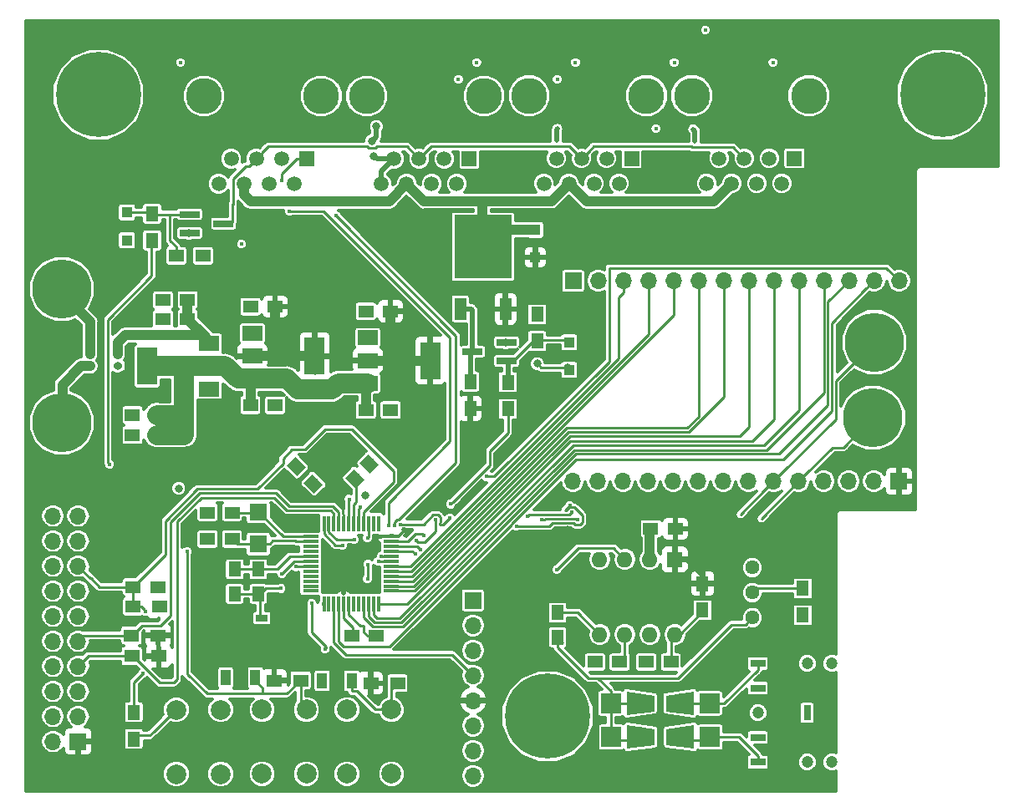
<source format=gtl>
G04 #@! TF.GenerationSoftware,KiCad,Pcbnew,(5.0.0-rc2-dev-340-g7483a73a5)*
G04 #@! TF.CreationDate,2018-05-31T20:40:01+02:00*
G04 #@! TF.ProjectId,AudiA6Main,4175646941364D61696E2E6B69636164,rev?*
G04 #@! TF.SameCoordinates,Original*
G04 #@! TF.FileFunction,Copper,L1,Top,Signal*
G04 #@! TF.FilePolarity,Positive*
%FSLAX46Y46*%
G04 Gerber Fmt 4.6, Leading zero omitted, Abs format (unit mm)*
G04 Created by KiCad (PCBNEW (5.0.0-rc2-dev-340-g7483a73a5)) date 05/31/18 20:40:01*
%MOMM*%
%LPD*%
G01*
G04 APERTURE LIST*
%ADD10C,8.600000*%
%ADD11R,1.700000X1.700000*%
%ADD12O,1.700000X1.700000*%
%ADD13R,1.500000X1.250000*%
%ADD14R,1.250000X1.500000*%
%ADD15C,1.250000*%
%ADD16C,0.100000*%
%ADD17R,0.900000X0.400000*%
%ADD18R,1.600000X0.300000*%
%ADD19R,0.300000X1.600000*%
%ADD20R,1.500000X0.800000*%
%ADD21C,1.200000*%
%ADD22R,0.800000X1.500000*%
%ADD23C,1.500000*%
%ADD24R,1.500000X1.500000*%
%ADD25C,3.650000*%
%ADD26R,1.200000X0.750000*%
%ADD27R,1.300000X1.500000*%
%ADD28R,1.500000X1.300000*%
%ADD29C,2.000000*%
%ADD30R,2.000000X1.500000*%
%ADD31R,2.000000X3.800000*%
%ADD32O,1.600000X1.600000*%
%ADD33R,1.600000X1.600000*%
%ADD34R,1.800000X1.750000*%
%ADD35R,1.000000X1.600000*%
%ADD36R,1.100000X1.100000*%
%ADD37R,2.000000X0.650000*%
%ADD38R,2.750000X3.050000*%
%ADD39R,5.800000X6.400000*%
%ADD40R,1.200000X2.200000*%
%ADD41C,5.999480*%
%ADD42R,1.998980X1.998980*%
%ADD43C,1.978996*%
%ADD44C,1.440000*%
%ADD45C,0.800000*%
%ADD46C,0.400000*%
%ADD47C,0.250000*%
%ADD48C,1.000000*%
%ADD49C,0.500000*%
%ADD50C,2.000000*%
%ADD51C,0.304000*%
G04 APERTURE END LIST*
D10*
X47900000Y-104050000D03*
X133400000Y-104050000D03*
D11*
X95980000Y-122920000D03*
D12*
X98520000Y-122920000D03*
X101060000Y-122920000D03*
X103600000Y-122920000D03*
X106140000Y-122920000D03*
X108680000Y-122920000D03*
X111220000Y-122920000D03*
X113760000Y-122920000D03*
X116300000Y-122920000D03*
X118840000Y-122920000D03*
X121380000Y-122920000D03*
X123920000Y-122920000D03*
X126460000Y-122920000D03*
X129000000Y-122920000D03*
D13*
X58950000Y-146400000D03*
X61450000Y-146400000D03*
X58950000Y-149100000D03*
X61450000Y-149100000D03*
X54441903Y-124873186D03*
X56941903Y-124873186D03*
X54441903Y-126773186D03*
X56941903Y-126773186D03*
X53850000Y-138550000D03*
X51350000Y-138550000D03*
X53850000Y-136500000D03*
X51350000Y-136500000D03*
D14*
X94400000Y-156550000D03*
X94400000Y-159050000D03*
D13*
X103400000Y-161550000D03*
X105900000Y-161550000D03*
X103850000Y-148050000D03*
X106350000Y-148050000D03*
X98200000Y-161550000D03*
X100700000Y-161550000D03*
X65800000Y-135550000D03*
X63300000Y-135550000D03*
X75000000Y-136000000D03*
X77500000Y-136000000D03*
X65800000Y-125550000D03*
X63300000Y-125550000D03*
X77500000Y-126000000D03*
X75000000Y-126000000D03*
X51400000Y-153950000D03*
X53900000Y-153950000D03*
D15*
X73566117Y-139716117D03*
D16*
G36*
X72593845Y-139627729D02*
X73477729Y-138743845D01*
X74538389Y-139804505D01*
X73654505Y-140688389D01*
X72593845Y-139627729D01*
X72593845Y-139627729D01*
G37*
D15*
X75333883Y-141483883D03*
D16*
G36*
X74361611Y-141395495D02*
X75245495Y-140511611D01*
X76306155Y-141572271D01*
X75422271Y-142456155D01*
X74361611Y-141395495D01*
X74361611Y-141395495D01*
G37*
D14*
X64100000Y-152150000D03*
X64100000Y-154650000D03*
D13*
X76050000Y-158900000D03*
X73550000Y-158900000D03*
D15*
X73883883Y-142983883D03*
D16*
G36*
X72911611Y-142895495D02*
X73795495Y-142011611D01*
X74856155Y-143072271D01*
X73972271Y-143956155D01*
X72911611Y-142895495D01*
X72911611Y-142895495D01*
G37*
D15*
X72116117Y-141216117D03*
D16*
G36*
X71143845Y-141127729D02*
X72027729Y-140243845D01*
X73088389Y-141304505D01*
X72204505Y-142188389D01*
X71143845Y-141127729D01*
X71143845Y-141127729D01*
G37*
D14*
X61700000Y-154650000D03*
X61700000Y-152150000D03*
D15*
X69683883Y-143483883D03*
D16*
G36*
X68711611Y-143395495D02*
X69595495Y-142511611D01*
X70656155Y-143572271D01*
X69772271Y-144456155D01*
X68711611Y-143395495D01*
X68711611Y-143395495D01*
G37*
D15*
X67916117Y-141716117D03*
D16*
G36*
X66943845Y-141627729D02*
X67827729Y-140743845D01*
X68888389Y-141804505D01*
X68004505Y-142688389D01*
X66943845Y-141627729D01*
X66943845Y-141627729D01*
G37*
D17*
X47050000Y-130375000D03*
X47050000Y-131525000D03*
X49850000Y-130375000D03*
X49850000Y-131525000D03*
D18*
X69400000Y-148850000D03*
X69400000Y-149350000D03*
X69400000Y-149850000D03*
X69400000Y-150350000D03*
X69400000Y-150850000D03*
X69400000Y-151350000D03*
X69400000Y-151850000D03*
X69400000Y-152350000D03*
X69400000Y-152850000D03*
X69400000Y-153350000D03*
X69400000Y-153850000D03*
X69400000Y-154350000D03*
D19*
X70750000Y-155700000D03*
X71250000Y-155700000D03*
X71750000Y-155700000D03*
X72250000Y-155700000D03*
X72750000Y-155700000D03*
X73250000Y-155700000D03*
X73750000Y-155700000D03*
X74250000Y-155700000D03*
X74750000Y-155700000D03*
X75250000Y-155700000D03*
X75750000Y-155700000D03*
X76250000Y-155700000D03*
D18*
X77600000Y-154350000D03*
X77600000Y-153850000D03*
X77600000Y-153350000D03*
X77600000Y-152850000D03*
X77600000Y-152350000D03*
X77600000Y-151850000D03*
X77600000Y-151350000D03*
X77600000Y-150850000D03*
X77600000Y-150350000D03*
X77600000Y-149850000D03*
X77600000Y-149350000D03*
X77600000Y-148850000D03*
D19*
X76250000Y-147500000D03*
X75750000Y-147500000D03*
X75250000Y-147500000D03*
X74750000Y-147500000D03*
X74250000Y-147500000D03*
X73750000Y-147500000D03*
X73250000Y-147500000D03*
X72750000Y-147500000D03*
X72250000Y-147500000D03*
X71750000Y-147500000D03*
X71250000Y-147500000D03*
X70750000Y-147500000D03*
D20*
X114700000Y-161700000D03*
X114700000Y-171700000D03*
X114700000Y-164200000D03*
X114700000Y-169200000D03*
D21*
X114700000Y-166700000D03*
X119700000Y-161700000D03*
X122200000Y-161700000D03*
X119700000Y-171700000D03*
X122200000Y-171700000D03*
D22*
X119700000Y-166700000D03*
D11*
X85850000Y-155300000D03*
D12*
X85850000Y-157840000D03*
X85850000Y-160380000D03*
X85850000Y-162920000D03*
X85850000Y-165460000D03*
X85850000Y-168000000D03*
X85850000Y-170540000D03*
X85850000Y-173080000D03*
D23*
X109499999Y-113054999D03*
X110769999Y-110514999D03*
X112039999Y-113054999D03*
X113309999Y-110514999D03*
X114579999Y-113054999D03*
X115849999Y-110514999D03*
X117119999Y-113054999D03*
D24*
X118389999Y-110514999D03*
D25*
X119879999Y-104164999D03*
X108009999Y-104164999D03*
X91539999Y-104164999D03*
X103409999Y-104164999D03*
D24*
X101919999Y-110514999D03*
D23*
X100649999Y-113054999D03*
X99379999Y-110514999D03*
X98109999Y-113054999D03*
X96839999Y-110514999D03*
X95569999Y-113054999D03*
X94299999Y-110514999D03*
X93029999Y-113054999D03*
X60085000Y-113090000D03*
X61355000Y-110550000D03*
X62625000Y-113090000D03*
X63895000Y-110550000D03*
X65165000Y-113090000D03*
X66435000Y-110550000D03*
X67705000Y-113090000D03*
D24*
X68975000Y-110550000D03*
D25*
X70465000Y-104200000D03*
X58595000Y-104200000D03*
X75095000Y-104200000D03*
X86965000Y-104200000D03*
D24*
X85475000Y-110550000D03*
D23*
X84205000Y-113090000D03*
X82935000Y-110550000D03*
X81665000Y-113090000D03*
X80395000Y-110550000D03*
X79125000Y-113090000D03*
X77855000Y-110550000D03*
X76585000Y-113090000D03*
D12*
X95970000Y-143240000D03*
X98510000Y-143240000D03*
X101050000Y-143240000D03*
X103590000Y-143240000D03*
X106130000Y-143240000D03*
X108670000Y-143240000D03*
X111210000Y-143240000D03*
X113750000Y-143240000D03*
X116290000Y-143240000D03*
X118830000Y-143240000D03*
X121370000Y-143240000D03*
X123910000Y-143240000D03*
X126450000Y-143240000D03*
D11*
X128990000Y-143240000D03*
D26*
X66350000Y-157100000D03*
X64450000Y-157100000D03*
D27*
X51500000Y-169350000D03*
X51500000Y-166650000D03*
D28*
X78200000Y-163700000D03*
X75500000Y-163700000D03*
X65700000Y-163425000D03*
X68400000Y-163425000D03*
D27*
X119250000Y-156800000D03*
X119250000Y-154100000D03*
X109100000Y-156300000D03*
X109100000Y-153600000D03*
X89375000Y-133200000D03*
X89375000Y-135900000D03*
X92350000Y-126325000D03*
X92350000Y-129025000D03*
X53350000Y-118825000D03*
X53350000Y-116125000D03*
X85575000Y-135850000D03*
X85575000Y-133150000D03*
D28*
X55800000Y-120375000D03*
X58500000Y-120375000D03*
X54100000Y-155950000D03*
X51400000Y-155950000D03*
X51250000Y-158850000D03*
X53950000Y-158850000D03*
X54000000Y-160950000D03*
X51300000Y-160950000D03*
D29*
X60300000Y-172900000D03*
X55800000Y-172900000D03*
X60300000Y-166400000D03*
X55800000Y-166400000D03*
D30*
X59141903Y-133873186D03*
X59141903Y-129273186D03*
X59141903Y-131573186D03*
D31*
X52841903Y-131573186D03*
D32*
X106300000Y-158770000D03*
X98680000Y-151150000D03*
X103760000Y-158770000D03*
X101220000Y-151150000D03*
X101220000Y-158770000D03*
X103760000Y-151150000D03*
X98680000Y-158770000D03*
D33*
X106300000Y-151150000D03*
D31*
X69800000Y-130550000D03*
D30*
X63500000Y-130550000D03*
X63500000Y-132850000D03*
X63500000Y-128250000D03*
X75200000Y-128700000D03*
X75200000Y-133300000D03*
X75200000Y-131000000D03*
D31*
X81500000Y-131000000D03*
D34*
X64100000Y-149600000D03*
X64100000Y-146350000D03*
D29*
X73082500Y-166379999D03*
X77582500Y-166379999D03*
X73082500Y-172879999D03*
X77582500Y-172879999D03*
X68975000Y-172875000D03*
X64475000Y-172875000D03*
X68975000Y-166375000D03*
X64475000Y-166375000D03*
D35*
X63800000Y-163150000D03*
X60800000Y-163150000D03*
D36*
X95600000Y-131950000D03*
X95600000Y-129150000D03*
X50800000Y-116000000D03*
X50800000Y-118800000D03*
X92150000Y-117750000D03*
X92150000Y-120550000D03*
D35*
X73550000Y-163450000D03*
X70550000Y-163450000D03*
D12*
X43310000Y-146740000D03*
X45850000Y-146740000D03*
X43310000Y-149280000D03*
X45850000Y-149280000D03*
X43310000Y-151820000D03*
X45850000Y-151820000D03*
X43310000Y-154360000D03*
X45850000Y-154360000D03*
X43310000Y-156900000D03*
X45850000Y-156900000D03*
X43310000Y-159440000D03*
X45850000Y-159440000D03*
X43310000Y-161980000D03*
X45850000Y-161980000D03*
X43310000Y-164520000D03*
X45850000Y-164520000D03*
X43310000Y-167060000D03*
X45850000Y-167060000D03*
X43310000Y-169600000D03*
D11*
X45850000Y-169600000D03*
D37*
X85815000Y-130100000D03*
X89235000Y-129150000D03*
X89235000Y-131050000D03*
D38*
X88375000Y-121150000D03*
X85325000Y-117800000D03*
X85325000Y-121150000D03*
X88375000Y-117800000D03*
D39*
X86850000Y-119475000D03*
D40*
X89130000Y-125775000D03*
X84570000Y-125775000D03*
D37*
X57165000Y-116175000D03*
X57165000Y-118075000D03*
X60585000Y-117125000D03*
D41*
X126350000Y-136800000D03*
X126500000Y-129150000D03*
X44200000Y-137300000D03*
X44200000Y-123750000D03*
D42*
X109802280Y-165750000D03*
X99799760Y-165750000D03*
D43*
X106800000Y-165750000D03*
D16*
G36*
X108199540Y-164551120D02*
X108199540Y-166948880D01*
X105400460Y-166550100D01*
X105400460Y-164949900D01*
X108199540Y-164551120D01*
X108199540Y-164551120D01*
G37*
D43*
X102802040Y-165750000D03*
D16*
G36*
X101402500Y-166948880D02*
X101402500Y-164551120D01*
X104201580Y-164949900D01*
X104201580Y-166550100D01*
X101402500Y-166948880D01*
X101402500Y-166948880D01*
G37*
D43*
X102852040Y-169150000D03*
D16*
G36*
X101452500Y-170348880D02*
X101452500Y-167951120D01*
X104251580Y-168349900D01*
X104251580Y-169950100D01*
X101452500Y-170348880D01*
X101452500Y-170348880D01*
G37*
D43*
X106850000Y-169150000D03*
D16*
G36*
X108249540Y-167951120D02*
X108249540Y-170348880D01*
X105450460Y-169950100D01*
X105450460Y-168349900D01*
X108249540Y-167951120D01*
X108249540Y-167951120D01*
G37*
D42*
X99849760Y-169150000D03*
X109852280Y-169150000D03*
D44*
X114150000Y-151970000D03*
X114150000Y-154510000D03*
X114150000Y-157050000D03*
D10*
X93400000Y-167050000D03*
D45*
X119150000Y-156800000D03*
X70500000Y-163450000D03*
X60850000Y-163150000D03*
D46*
X78850000Y-148085010D03*
D45*
X95394866Y-148105032D03*
X75400000Y-163700000D03*
X65700000Y-163400000D03*
D46*
X98200000Y-161550000D03*
X80900000Y-148750000D03*
D45*
X73950000Y-143050000D03*
X85900000Y-138200000D03*
X81800000Y-137800000D03*
X83400000Y-144050000D03*
X71900000Y-151000000D03*
X67750000Y-147200000D03*
X67250000Y-144050000D03*
X64050000Y-142000000D03*
X73300000Y-139450000D03*
X85550000Y-135850000D03*
X66300000Y-157100000D03*
X69650000Y-143450000D03*
X74900000Y-144650000D03*
X75300000Y-141500000D03*
X54700000Y-162700000D03*
X58500000Y-161900000D03*
X73550000Y-158900000D03*
X106350000Y-148000000D03*
X103750000Y-148000000D03*
X56050000Y-143950000D03*
X48200000Y-168300000D03*
X48150000Y-169600000D03*
X48150000Y-171150000D03*
X46600000Y-172050000D03*
X44900000Y-172050000D03*
X89100000Y-126300000D03*
X89150000Y-125050000D03*
X81550000Y-131050000D03*
X89150000Y-129200000D03*
X92350000Y-131300000D03*
X95450000Y-131750000D03*
X92300000Y-126300000D03*
X76050000Y-107250000D03*
X75600000Y-108750000D03*
X75800000Y-110250000D03*
X54000000Y-159000000D03*
X54100000Y-156000000D03*
X51350000Y-138400000D03*
X51350000Y-136500000D03*
X57050000Y-118100000D03*
X58600000Y-120550000D03*
X54300000Y-126750000D03*
X54450000Y-124800000D03*
X59100000Y-134000000D03*
X69800000Y-130500000D03*
D46*
X76500000Y-159300000D03*
X75650000Y-158600000D03*
X58950000Y-149000000D03*
D45*
X54000000Y-153900000D03*
D46*
X50750000Y-118875000D03*
X62400000Y-119200000D03*
X52405939Y-162698416D03*
X73299998Y-145050000D03*
X77306626Y-147685010D03*
X77888712Y-147685010D03*
X71975000Y-116325000D03*
X79994226Y-150614004D03*
X80509780Y-150154311D03*
X82044083Y-147114990D03*
X80097075Y-149218898D03*
X73550000Y-163450000D03*
X70850000Y-160250000D03*
X83599998Y-145550000D03*
X69500000Y-155625000D03*
X75150000Y-153125000D03*
X75225000Y-151650000D03*
X94325000Y-108675000D03*
X108150000Y-107550000D03*
X108325000Y-108775000D03*
D45*
X109100000Y-153600000D03*
X75000000Y-125950000D03*
X75150000Y-128650000D03*
X77500000Y-136100000D03*
X65850000Y-135500000D03*
X63400000Y-128300000D03*
X63250000Y-125550000D03*
D46*
X52650000Y-156450000D03*
X67950000Y-151900000D03*
X94325000Y-152200000D03*
X70699998Y-155700000D03*
X76250000Y-151374990D03*
X66450000Y-112750000D03*
X67250000Y-115875000D03*
X76575011Y-150850000D03*
X49050000Y-141500000D03*
X56900000Y-150350000D03*
X75150006Y-148950000D03*
X78500000Y-147600000D03*
X83500000Y-146950000D03*
X90250000Y-147800000D03*
X95650000Y-145700000D03*
X87200000Y-142750000D03*
X74469257Y-145870498D03*
D45*
X75150000Y-131000000D03*
X77550000Y-126000000D03*
X65850000Y-125450000D03*
X63450000Y-130550000D03*
X69850000Y-132050000D03*
X69850000Y-129050000D03*
X81550000Y-132500000D03*
X81550000Y-129500000D03*
D46*
X109375000Y-112500000D03*
X109375000Y-97500000D03*
X94375000Y-102500000D03*
X84375000Y-102500000D03*
X94375000Y-107500000D03*
X104375000Y-107500000D03*
X135050000Y-100150000D03*
X116225000Y-100800000D03*
X106225000Y-100800000D03*
X96225000Y-100800000D03*
X86225000Y-100800000D03*
X56225000Y-100800000D03*
D45*
X56450000Y-138550000D03*
X56450000Y-136550000D03*
X72100000Y-141300000D03*
D46*
X76200000Y-158800000D03*
X103300000Y-161650000D03*
X66400000Y-154100000D03*
X66500000Y-152600000D03*
X67916117Y-141716117D03*
D45*
X58900000Y-146400000D03*
X63350000Y-132850000D03*
X63250000Y-135550000D03*
X75050000Y-133200000D03*
X74950000Y-136000000D03*
X52650000Y-132950000D03*
X52650000Y-131550000D03*
X52650000Y-130250000D03*
X49850000Y-131550000D03*
X92200000Y-120550000D03*
X54050000Y-160950000D03*
D46*
X96445549Y-147158161D03*
X92800000Y-147150000D03*
X73800000Y-149149996D03*
X95850000Y-146350000D03*
X91350000Y-146800000D03*
X72616526Y-149709768D03*
D47*
X77600000Y-149350000D02*
X79258820Y-149350000D01*
X79258820Y-149350000D02*
X80058819Y-148550001D01*
X80700001Y-148550001D02*
X80900000Y-148750000D01*
X80058819Y-148550001D02*
X80700001Y-148550001D01*
X105900000Y-161550000D02*
X105900000Y-159170000D01*
X105900000Y-159170000D02*
X106300000Y-158770000D01*
X78850000Y-148250000D02*
X78850000Y-148085010D01*
X78250000Y-148850000D02*
X78850000Y-148250000D01*
X77600000Y-148850000D02*
X78250000Y-148850000D01*
X73750000Y-146450000D02*
X73750000Y-147500000D01*
X74000000Y-143050000D02*
X74000000Y-145327004D01*
X74000000Y-145327004D02*
X73750000Y-145577004D01*
X73750000Y-145577004D02*
X73750000Y-146450000D01*
X96460000Y-156550000D02*
X95350000Y-156550000D01*
X98680000Y-158770000D02*
X96460000Y-156550000D01*
X95350000Y-156550000D02*
X94400000Y-156550000D01*
X72750000Y-146577004D02*
X72674998Y-146502002D01*
X72674998Y-146502002D02*
X72674998Y-143774998D01*
X72674998Y-143774998D02*
X72116117Y-143216117D01*
X72750000Y-147500000D02*
X72750000Y-146577004D01*
X72116117Y-143216117D02*
X72116117Y-142200001D01*
X72116117Y-142200001D02*
X72116117Y-141216117D01*
D48*
X72100000Y-141300000D02*
X72100000Y-140650000D01*
X72100000Y-140650000D02*
X73300000Y-139450000D01*
X103760000Y-151150000D02*
X103760000Y-148140000D01*
X103760000Y-148140000D02*
X103850000Y-148050000D01*
D49*
X76050000Y-107250000D02*
X76050000Y-108300000D01*
X76050000Y-108300000D02*
X75600000Y-108750000D01*
X77855000Y-110550000D02*
X76100000Y-110550000D01*
X76100000Y-110550000D02*
X75800000Y-110250000D01*
X76585000Y-113090000D02*
X76585000Y-111820000D01*
X76585000Y-111820000D02*
X77855000Y-110550000D01*
D47*
X95450000Y-131725000D02*
X92750000Y-131725000D01*
X92750000Y-131725000D02*
X92350000Y-131325000D01*
X101220000Y-158770000D02*
X101220000Y-161030000D01*
X101220000Y-161030000D02*
X100700000Y-161550000D01*
X100850000Y-159140000D02*
X101220000Y-158770000D01*
X77800000Y-142200000D02*
X73550000Y-137950000D01*
X77800000Y-143271155D02*
X77800000Y-142200000D01*
X66600000Y-141450000D02*
X64050000Y-144000000D01*
X74994258Y-146076897D02*
X77800000Y-143271155D01*
X74994258Y-146122499D02*
X74994258Y-146076897D01*
X54700000Y-150650000D02*
X51400000Y-153950000D01*
X74750000Y-147500000D02*
X74750000Y-146366757D01*
X74750000Y-146366757D02*
X74994258Y-146122499D01*
X73550000Y-137950000D02*
X70850000Y-137950000D01*
X66600000Y-140900000D02*
X66600000Y-141450000D01*
X70850000Y-137950000D02*
X68800000Y-140000000D01*
X68800000Y-140000000D02*
X67500000Y-140000000D01*
X67500000Y-140000000D02*
X66600000Y-140900000D01*
X64050000Y-144000000D02*
X57950000Y-144000000D01*
X57950000Y-144000000D02*
X54700000Y-147250000D01*
X54700000Y-147250000D02*
X54700000Y-150650000D01*
X51500000Y-166650000D02*
X51500000Y-163604355D01*
X52205940Y-162898415D02*
X52405939Y-162698416D01*
X51500000Y-163604355D02*
X52205940Y-162898415D01*
X66400000Y-154100000D02*
X64850000Y-154100000D01*
X64850000Y-154100000D02*
X64100000Y-154850000D01*
X67313589Y-150850000D02*
X66013589Y-152150000D01*
X69400000Y-150850000D02*
X67313589Y-150850000D01*
X66013589Y-152150000D02*
X64100000Y-152150000D01*
X73250000Y-147500000D02*
X73250000Y-145099998D01*
X73250000Y-145099998D02*
X73299998Y-145050000D01*
X71750000Y-156750000D02*
X71750000Y-155700000D01*
X85850000Y-162920000D02*
X83740010Y-160810010D01*
X83740010Y-160810010D02*
X72992165Y-160810010D01*
X71750000Y-159567845D02*
X71750000Y-156750000D01*
X72992165Y-160810010D02*
X71750000Y-159567845D01*
X100600000Y-130750000D02*
X79500000Y-151850000D01*
X79500000Y-151850000D02*
X77600000Y-151850000D01*
X100600000Y-124582081D02*
X100600000Y-130750000D01*
X101060000Y-122920000D02*
X101060000Y-124122081D01*
X101060000Y-124122081D02*
X100600000Y-124582081D01*
X77600000Y-152350000D02*
X79600000Y-152350000D01*
X103600000Y-128350000D02*
X103600000Y-122920000D01*
X79600000Y-152350000D02*
X103600000Y-128350000D01*
X106140000Y-122920000D02*
X106140000Y-126389842D01*
X106140000Y-126389842D02*
X79679842Y-152850000D01*
X78650000Y-152850000D02*
X77600000Y-152850000D01*
X79679842Y-152850000D02*
X78650000Y-152850000D01*
X79759685Y-153350000D02*
X95309685Y-137800000D01*
X77600000Y-153350000D02*
X79759685Y-153350000D01*
X95309685Y-137800000D02*
X107550000Y-137800000D01*
X107550000Y-137800000D02*
X108680000Y-136670000D01*
X108680000Y-136670000D02*
X108680000Y-122920000D01*
X111220000Y-134709843D02*
X107719832Y-138210011D01*
X78650000Y-153850000D02*
X77600000Y-153850000D01*
X107719832Y-138210011D02*
X95479517Y-138210011D01*
X111220000Y-122920000D02*
X111220000Y-134709843D01*
X95479517Y-138210011D02*
X79839528Y-153850000D01*
X79839528Y-153850000D02*
X78650000Y-153850000D01*
X113760000Y-124122081D02*
X113760000Y-122920000D01*
X112910001Y-138610011D02*
X113760000Y-137760012D01*
X77600000Y-154350000D02*
X79919371Y-154350000D01*
X107899675Y-138610011D02*
X112910001Y-138610011D01*
X107889664Y-138620022D02*
X107899675Y-138610011D01*
X113760000Y-137760012D02*
X113760000Y-124122081D01*
X95649349Y-138620022D02*
X107889664Y-138620022D01*
X79919371Y-154350000D02*
X95649349Y-138620022D01*
X116300000Y-137000000D02*
X114100000Y-139200000D01*
X116300000Y-122920000D02*
X116300000Y-137000000D01*
X114100000Y-139200000D02*
X95649214Y-139200000D01*
X95649214Y-139200000D02*
X79149214Y-155700000D01*
X79149214Y-155700000D02*
X76650000Y-155700000D01*
X76650000Y-155700000D02*
X76250000Y-155700000D01*
X75750000Y-156750000D02*
X76150000Y-157150000D01*
X78442667Y-157150000D02*
X95982656Y-139610011D01*
X76150000Y-157150000D02*
X78442667Y-157150000D01*
X115289989Y-139610011D02*
X118840000Y-136060000D01*
X118840000Y-136060000D02*
X118840000Y-124122081D01*
X118840000Y-124122081D02*
X118840000Y-122920000D01*
X95982656Y-139610011D02*
X115289989Y-139610011D01*
X75750000Y-155700000D02*
X75750000Y-156750000D01*
X75250000Y-156929842D02*
X75880168Y-157560011D01*
X75880168Y-157560011D02*
X78612499Y-157560011D01*
X75250000Y-155700000D02*
X75250000Y-156929842D01*
X121380000Y-124122081D02*
X121380000Y-122920000D01*
X121380000Y-134220000D02*
X121380000Y-124122081D01*
X115550000Y-140050000D02*
X121380000Y-134220000D01*
X78612499Y-157560011D02*
X96122510Y-140050000D01*
X96122510Y-140050000D02*
X115550000Y-140050000D01*
X116839989Y-140460011D02*
X96292342Y-140460011D01*
X121790011Y-135509989D02*
X116839989Y-140460011D01*
X121790011Y-125049989D02*
X121790011Y-135509989D01*
X123920000Y-122920000D02*
X121790011Y-125049989D01*
X74750000Y-156750000D02*
X74750000Y-155700000D01*
X74750000Y-157009685D02*
X74750000Y-156750000D01*
X78782331Y-157970022D02*
X75710336Y-157970022D01*
X96292342Y-140460011D02*
X78782331Y-157970022D01*
X75710336Y-157970022D02*
X74750000Y-157009685D01*
X72250000Y-155700000D02*
X72250000Y-159488002D01*
X72250000Y-159488002D02*
X72761998Y-160000000D01*
X72761998Y-160000000D02*
X77368586Y-160000000D01*
X77368586Y-160000000D02*
X89764998Y-147603588D01*
X89764998Y-147603588D02*
X89764998Y-147567198D01*
X89764998Y-147567198D02*
X96282196Y-141050000D01*
X96282196Y-141050000D02*
X117250000Y-141050000D01*
X122200022Y-136099978D02*
X122200022Y-127179978D01*
X122200022Y-127179978D02*
X125610001Y-123769999D01*
X125610001Y-123769999D02*
X126460000Y-122920000D01*
X117250000Y-141050000D02*
X122200022Y-136099978D01*
X77306626Y-147402168D02*
X77306626Y-147685010D01*
X67250000Y-115875000D02*
X70738590Y-115875000D01*
X70738590Y-115875000D02*
X83525000Y-128661410D01*
X83525000Y-139175000D02*
X77306626Y-145393374D01*
X83525000Y-128661410D02*
X83525000Y-139175000D01*
X77306626Y-145393374D02*
X77306626Y-147402168D01*
X71975000Y-116325000D02*
X84099999Y-128449999D01*
X78175882Y-147114998D02*
X77888712Y-147402168D01*
X78335002Y-147114998D02*
X78175882Y-147114998D01*
X84099999Y-141350001D02*
X78335002Y-147114998D01*
X77888712Y-147402168D02*
X77888712Y-147685010D01*
X84099999Y-128449999D02*
X84099999Y-141350001D01*
X77600000Y-150350000D02*
X79730222Y-150350000D01*
X79794227Y-150414005D02*
X79994226Y-150614004D01*
X79730222Y-150350000D02*
X79794227Y-150414005D01*
X80309781Y-149954312D02*
X80509780Y-150154311D01*
X80205469Y-149850000D02*
X80309781Y-149954312D01*
X77600000Y-149850000D02*
X80205469Y-149850000D01*
X72224987Y-146688402D02*
X72224987Y-146324986D01*
X55175001Y-156860001D02*
X54160003Y-157874999D01*
X65900000Y-144450000D02*
X58136409Y-144450000D01*
X71649990Y-145749989D02*
X67199989Y-145749989D01*
X72250000Y-146713415D02*
X72224987Y-146688402D01*
X51350000Y-158850000D02*
X51250000Y-158850000D01*
X52325001Y-157874999D02*
X51350000Y-158850000D01*
X67199989Y-145749989D02*
X65900000Y-144450000D01*
X72250000Y-147500000D02*
X72250000Y-146713415D01*
X54160003Y-157874999D02*
X52325001Y-157874999D01*
X72224987Y-146324986D02*
X71649990Y-145749989D01*
X58136409Y-144450000D02*
X55175001Y-147411409D01*
X55175001Y-147411409D02*
X55175001Y-156860001D01*
X54100000Y-163650000D02*
X55550000Y-163650000D01*
X51400000Y-160950000D02*
X54100000Y-163650000D01*
X55900000Y-163300000D02*
X55900000Y-147322820D01*
X65713600Y-144900011D02*
X67013589Y-146200000D01*
X51300000Y-160950000D02*
X51400000Y-160950000D01*
X55550000Y-163650000D02*
X55900000Y-163300000D01*
X55900000Y-147322820D02*
X58322809Y-144900011D01*
X58322809Y-144900011D02*
X65713600Y-144900011D01*
X67013589Y-146200000D02*
X71463590Y-146200000D01*
X71463590Y-146200000D02*
X71750000Y-146486410D01*
X71750000Y-146486410D02*
X71750000Y-147500000D01*
X114700000Y-161700000D02*
X114700000Y-162350000D01*
X114700000Y-162350000D02*
X111300000Y-165750000D01*
X111300000Y-165750000D02*
X111051770Y-165750000D01*
X111051770Y-165750000D02*
X109802280Y-165750000D01*
X109852280Y-169150000D02*
X112800000Y-169150000D01*
X112800000Y-169150000D02*
X114700000Y-171050000D01*
X114700000Y-171050000D02*
X114700000Y-171700000D01*
X106547960Y-169450000D02*
X108047500Y-169450000D01*
X108047500Y-169450000D02*
X109550240Y-169450000D01*
X106547960Y-165750000D02*
X108047500Y-165750000D01*
X108047500Y-165750000D02*
X109550240Y-165750000D01*
X76123002Y-109300000D02*
X75948001Y-109475001D01*
X79145000Y-109300000D02*
X76123002Y-109300000D01*
X75948001Y-109475001D02*
X75251999Y-109475001D01*
X75251999Y-109475001D02*
X75076998Y-109300000D01*
X75076998Y-109300000D02*
X65145000Y-109300000D01*
X65145000Y-109300000D02*
X64644999Y-109800001D01*
X80395000Y-110550000D02*
X79145000Y-109300000D01*
X64644999Y-109800001D02*
X63895000Y-110550000D01*
X61549999Y-115050000D02*
X61549999Y-115174999D01*
X61549999Y-112573999D02*
X61549999Y-115050000D01*
X61500000Y-116965000D02*
X61500000Y-115099999D01*
X61500000Y-115099999D02*
X61549999Y-115050000D01*
X123600000Y-122660000D02*
X123850000Y-122410000D01*
X82044083Y-148314568D02*
X82044083Y-147114990D01*
X80297074Y-149418897D02*
X80939754Y-149418897D01*
X80097075Y-149218898D02*
X80297074Y-149418897D01*
X80939754Y-149418897D02*
X82044083Y-148314568D01*
X75979999Y-166379999D02*
X74100000Y-164500000D01*
X77582500Y-166379999D02*
X75979999Y-166379999D01*
X74100000Y-164500000D02*
X73550000Y-164500000D01*
X73550000Y-164500000D02*
X73550000Y-163450000D01*
X70949989Y-160150011D02*
X70850000Y-160250000D01*
X70949989Y-160022987D02*
X70949989Y-160150011D01*
X69500000Y-158572998D02*
X70949989Y-160022987D01*
X69500000Y-155625000D02*
X69500000Y-158572998D01*
X73550000Y-163150000D02*
X73550000Y-163450000D01*
X77582500Y-166379999D02*
X77582500Y-164317500D01*
X77582500Y-164317500D02*
X78200000Y-163700000D01*
X89375000Y-135900000D02*
X89375000Y-138350000D01*
X89375000Y-138350000D02*
X87550000Y-140175000D01*
X87550000Y-140175000D02*
X87550000Y-141599998D01*
X87550000Y-141599998D02*
X83799997Y-145350001D01*
X83799997Y-145350001D02*
X83599998Y-145550000D01*
X75225000Y-153050000D02*
X75150000Y-153125000D01*
X75225000Y-151650000D02*
X75225000Y-153050000D01*
D48*
X92150000Y-117750000D02*
X88575000Y-117750000D01*
X88575000Y-117750000D02*
X86850000Y-119475000D01*
X86800000Y-114824999D02*
X93799999Y-114824999D01*
X80859999Y-114824999D02*
X86800000Y-114824999D01*
X86800000Y-119725000D02*
X86800000Y-114824999D01*
X79125000Y-113090000D02*
X80859999Y-114824999D01*
X93799999Y-114824999D02*
X94820000Y-113804998D01*
X94820000Y-113804998D02*
X95569999Y-113054999D01*
D49*
X94325000Y-108675000D02*
X94325000Y-107550000D01*
X94325000Y-107550000D02*
X94375000Y-107500000D01*
X108325000Y-107725000D02*
X108150000Y-107550000D01*
X108325000Y-108775000D02*
X108325000Y-107725000D01*
D48*
X58568717Y-128400000D02*
X56941903Y-126773186D01*
X59141903Y-128973186D02*
X58568717Y-128400000D01*
X49850000Y-130375000D02*
X49850000Y-129175000D01*
X49850000Y-129175000D02*
X50625000Y-128400000D01*
X50625000Y-128400000D02*
X58568717Y-128400000D01*
D50*
X68100000Y-133950000D02*
X71550000Y-133950000D01*
X71550000Y-133950000D02*
X72200000Y-133300000D01*
X72200000Y-133300000D02*
X75200000Y-133300000D01*
X67000000Y-132850000D02*
X68100000Y-133950000D01*
X63350000Y-132850000D02*
X67000000Y-132850000D01*
X63350000Y-132850000D02*
X62028719Y-132850000D01*
X62028719Y-132850000D02*
X60751905Y-131573186D01*
X60751905Y-131573186D02*
X59141903Y-131573186D01*
X56450000Y-138550000D02*
X53850000Y-138550000D01*
X56450000Y-136550000D02*
X53900000Y-136550000D01*
X53900000Y-136550000D02*
X53850000Y-136500000D01*
D47*
X52600000Y-156400000D02*
X52650000Y-156450000D01*
X52600000Y-156300000D02*
X52600000Y-156400000D01*
X47105000Y-153075000D02*
X47125000Y-153075000D01*
X45850000Y-151820000D02*
X47105000Y-153075000D01*
X47125000Y-153075000D02*
X48000000Y-153950000D01*
X48000000Y-153950000D02*
X51400000Y-153950000D01*
X52250000Y-155950000D02*
X52600000Y-156300000D01*
X51400000Y-155950000D02*
X52250000Y-155950000D01*
D48*
X47050000Y-130375000D02*
X47050000Y-127050000D01*
X47050000Y-127050000D02*
X44250000Y-124250000D01*
X44250000Y-133450000D02*
X46175000Y-131525000D01*
X46175000Y-131525000D02*
X46502930Y-131525000D01*
X46502930Y-131525000D02*
X46552940Y-131575010D01*
X46552940Y-131575010D02*
X47050000Y-131575010D01*
X44250000Y-135600000D02*
X44250000Y-133450000D01*
D47*
X67950000Y-151900000D02*
X68000000Y-151850000D01*
X68000000Y-151850000D02*
X69400000Y-151850000D01*
X100094999Y-150024999D02*
X96500001Y-150024999D01*
X101220000Y-151150000D02*
X100094999Y-150024999D01*
X96500001Y-150024999D02*
X94325000Y-152200000D01*
X76802012Y-151350000D02*
X76777011Y-151375001D01*
X76532842Y-151374990D02*
X76250000Y-151374990D01*
X76777011Y-151375001D02*
X76532853Y-151375001D01*
X76532853Y-151375001D02*
X76532842Y-151374990D01*
X77600000Y-151350000D02*
X76802012Y-151350000D01*
X66450000Y-112750000D02*
X66450000Y-112075000D01*
X66450000Y-112075000D02*
X67975000Y-110550000D01*
X67975000Y-110550000D02*
X68975000Y-110550000D01*
X77600000Y-150850000D02*
X76575011Y-150850000D01*
X51250000Y-158850000D02*
X46440000Y-158850000D01*
X46440000Y-158850000D02*
X45850000Y-159440000D01*
X51300000Y-160950000D02*
X46880000Y-160950000D01*
X46880000Y-160950000D02*
X45850000Y-161980000D01*
D48*
X62625000Y-114150660D02*
X63324340Y-114850000D01*
X62625000Y-113090000D02*
X62625000Y-114150660D01*
X63324340Y-114850000D02*
X77365000Y-114850000D01*
X77365000Y-114850000D02*
X79125000Y-113090000D01*
X97390000Y-114875000D02*
X110219998Y-114875000D01*
X95569999Y-113054999D02*
X97390000Y-114875000D01*
X110219998Y-114875000D02*
X111290000Y-113804998D01*
X111290000Y-113804998D02*
X112039999Y-113054999D01*
D47*
X95450000Y-128925000D02*
X92450000Y-128925000D01*
X92450000Y-128925000D02*
X92350000Y-129025000D01*
X91935000Y-129025000D02*
X89910000Y-131050000D01*
X92350000Y-129025000D02*
X91935000Y-129025000D01*
X89910000Y-131050000D02*
X89235000Y-131050000D01*
D49*
X89375000Y-133200000D02*
X89375000Y-131190000D01*
X89375000Y-131190000D02*
X89235000Y-131050000D01*
X85575000Y-133150000D02*
X85575000Y-130340000D01*
X85575000Y-130340000D02*
X85815000Y-130100000D01*
X85815000Y-130100000D02*
X85815000Y-125920000D01*
X85815000Y-125920000D02*
X85670000Y-125775000D01*
X85670000Y-125775000D02*
X84570000Y-125775000D01*
D47*
X55125000Y-116175000D02*
X53400000Y-116175000D01*
X57165000Y-116175000D02*
X55125000Y-116175000D01*
X55800000Y-120375000D02*
X55800000Y-119475000D01*
X55800000Y-119475000D02*
X55125000Y-118800000D01*
X55125000Y-118800000D02*
X55125000Y-116175000D01*
X50800000Y-116000000D02*
X53225000Y-116000000D01*
X53225000Y-116000000D02*
X53350000Y-116125000D01*
X53400000Y-116175000D02*
X53350000Y-116125000D01*
X77500000Y-166297499D02*
X77582500Y-166379999D01*
X64500000Y-164750000D02*
X58900000Y-164750000D01*
X66975000Y-164750000D02*
X64500000Y-164750000D01*
X64500000Y-164150000D02*
X64500000Y-164750000D01*
X68300000Y-163425000D02*
X66975000Y-164750000D01*
X68400000Y-163425000D02*
X68300000Y-163425000D01*
X58900000Y-164750000D02*
X56900000Y-162750000D01*
X56900000Y-162750000D02*
X56900000Y-150350000D01*
X63800000Y-163150000D02*
X63800000Y-163450000D01*
X63800000Y-163450000D02*
X64500000Y-164150000D01*
X53300000Y-121350000D02*
X53300000Y-122400000D01*
X53300000Y-122400000D02*
X48850001Y-126849999D01*
X48850001Y-141300001D02*
X49050000Y-141500000D01*
X48850001Y-126849999D02*
X48850001Y-141300001D01*
X53300000Y-121350000D02*
X53300000Y-118875000D01*
X53300000Y-118875000D02*
X53350000Y-118825000D01*
X68400000Y-163425000D02*
X68400000Y-166350000D01*
X68950000Y-166350000D02*
X68975000Y-166375000D01*
X75250000Y-147500000D02*
X75250000Y-148850006D01*
X75250000Y-148850006D02*
X75150006Y-148950000D01*
X82276884Y-146629989D02*
X81811282Y-146629989D01*
X82850000Y-147600000D02*
X82454093Y-147600000D01*
X82529084Y-147347791D02*
X82529084Y-146882189D01*
X80841271Y-147600000D02*
X78500000Y-147600000D01*
X83500000Y-146950000D02*
X82850000Y-147600000D01*
X82454093Y-147600000D02*
X82454093Y-147422782D01*
X82454093Y-147422782D02*
X82529084Y-147347791D01*
X82529084Y-146882189D02*
X82276884Y-146629989D01*
X81811282Y-146629989D02*
X80841271Y-147600000D01*
X95160009Y-146189991D02*
X95292207Y-146189991D01*
X95989608Y-147420022D02*
X93929978Y-147420022D01*
X96930550Y-147390962D02*
X96678350Y-147643162D01*
X95650000Y-145700000D02*
X95160009Y-146189991D01*
X95292207Y-146189991D02*
X95617199Y-145864999D01*
X95617199Y-145864999D02*
X96082801Y-145864999D01*
X96082801Y-145864999D02*
X96930550Y-146712748D01*
X96930550Y-146712748D02*
X96930550Y-147390962D01*
X96678350Y-147643162D02*
X96212748Y-147643162D01*
X96212748Y-147643162D02*
X95989608Y-147420022D01*
X93929978Y-147420022D02*
X93550000Y-147800000D01*
X93550000Y-147800000D02*
X90250000Y-147800000D01*
X99655001Y-121644999D02*
X127724999Y-121644999D01*
X127724999Y-121644999D02*
X129000000Y-122920000D01*
X88000000Y-142750000D02*
X99655001Y-131094999D01*
X99655001Y-131094999D02*
X99655001Y-121644999D01*
X87200000Y-142750000D02*
X88000000Y-142750000D01*
X74274999Y-146439999D02*
X74299990Y-146415008D01*
X74274999Y-147475001D02*
X74274999Y-146439999D01*
X74299990Y-146039765D02*
X74469257Y-145870498D01*
X74299990Y-146415008D02*
X74299990Y-146039765D01*
X74250000Y-147500000D02*
X74274999Y-147475001D01*
X98054998Y-109300000D02*
X97589998Y-109765000D01*
X107947998Y-109300000D02*
X98054998Y-109300000D01*
X97589998Y-109765000D02*
X96839999Y-110514999D01*
X112170001Y-109375001D02*
X108022999Y-109375001D01*
X108022999Y-109375001D02*
X107947998Y-109300000D01*
X113309999Y-110514999D02*
X112170001Y-109375001D01*
X63145001Y-111299999D02*
X62823999Y-111299999D01*
X63895000Y-110550000D02*
X63145001Y-111299999D01*
X62823999Y-111299999D02*
X61549999Y-112573999D01*
X95625000Y-109300000D02*
X81645000Y-109300000D01*
X96839999Y-110514999D02*
X95625000Y-109300000D01*
X81645000Y-109300000D02*
X81144999Y-109800001D01*
X81144999Y-109800001D02*
X80395000Y-110550000D01*
D50*
X56558097Y-136626814D02*
X56558097Y-138526814D01*
D47*
X68350000Y-148850000D02*
X68324988Y-148824988D01*
X68324988Y-148824988D02*
X66599988Y-148824988D01*
X69400000Y-148850000D02*
X68350000Y-148850000D01*
X64125000Y-146350000D02*
X64100000Y-146350000D01*
X66599988Y-148824988D02*
X64125000Y-146350000D01*
X69400000Y-149350000D02*
X67927002Y-149350000D01*
X65250000Y-149600000D02*
X64100000Y-149600000D01*
X67852001Y-149274999D02*
X65575001Y-149274999D01*
X65575001Y-149274999D02*
X65250000Y-149600000D01*
X67927002Y-149350000D02*
X67852001Y-149274999D01*
X74800000Y-157900000D02*
X74400000Y-157900000D01*
X74400000Y-157900000D02*
X73250000Y-156750000D01*
X73250000Y-156750000D02*
X73250000Y-155700000D01*
X74800000Y-158550000D02*
X74800000Y-157900000D01*
X76150000Y-158900000D02*
X75150000Y-158900000D01*
X75150000Y-158900000D02*
X74800000Y-158550000D01*
X73650000Y-158900000D02*
X73650000Y-158025000D01*
X73650000Y-158025000D02*
X72750000Y-157125000D01*
X72750000Y-157125000D02*
X72750000Y-156750000D01*
X72750000Y-156750000D02*
X72750000Y-155700000D01*
X64300000Y-157150000D02*
X64300000Y-154775000D01*
X63200000Y-154675000D02*
X63225000Y-154650000D01*
X63225000Y-154650000D02*
X64100000Y-154650000D01*
X64100000Y-154650000D02*
X61700000Y-154650000D01*
X69400000Y-151350000D02*
X67750000Y-151350000D01*
X67750000Y-151350000D02*
X66500000Y-152600000D01*
X61700000Y-152150000D02*
X64100000Y-152150000D01*
X64375002Y-151874998D02*
X64100000Y-152150000D01*
X68750000Y-154350000D02*
X69400000Y-154350000D01*
X51300000Y-160950000D02*
X51650000Y-161300000D01*
X61450000Y-146400000D02*
X64050000Y-146400000D01*
X64050000Y-146400000D02*
X64100000Y-146350000D01*
X64100000Y-149600000D02*
X61950000Y-149600000D01*
X61950000Y-149600000D02*
X61450000Y-149100000D01*
D50*
X56558097Y-136626814D02*
X56558097Y-131848895D01*
X56558097Y-131848895D02*
X56741903Y-131665089D01*
D48*
X56941903Y-124873186D02*
X56816903Y-124873186D01*
X56941903Y-126773186D02*
X56941903Y-124873186D01*
X59141903Y-129273186D02*
X59141903Y-128973186D01*
D50*
X56650000Y-131573186D02*
X52841903Y-131573186D01*
X59141903Y-131573186D02*
X56650000Y-131573186D01*
X56741903Y-131665089D02*
X56650000Y-131573186D01*
D48*
X63300000Y-135550000D02*
X63300000Y-133050000D01*
X63300000Y-133050000D02*
X63500000Y-132850000D01*
X75000000Y-136000000D02*
X75000000Y-133500000D01*
X75000000Y-133500000D02*
X75200000Y-133300000D01*
D47*
X98600000Y-158850000D02*
X98680000Y-158770000D01*
X109100000Y-156300000D02*
X109100000Y-156400000D01*
X109100000Y-156400000D02*
X106730000Y-158770000D01*
X106730000Y-158770000D02*
X106300000Y-158770000D01*
X106350000Y-148050000D02*
X106350000Y-151100000D01*
X106350000Y-151100000D02*
X106300000Y-151150000D01*
X109100000Y-153600000D02*
X109100000Y-152900000D01*
X109100000Y-152900000D02*
X107350000Y-151150000D01*
X107350000Y-151150000D02*
X106300000Y-151150000D01*
D48*
X65800000Y-125550000D02*
X65800000Y-130250000D01*
X65800000Y-130250000D02*
X65500000Y-130550000D01*
X65500000Y-130550000D02*
X63500000Y-130550000D01*
X63500000Y-130550000D02*
X69800000Y-130550000D01*
X77500000Y-126000000D02*
X77500000Y-130700000D01*
X77500000Y-130700000D02*
X77200000Y-131000000D01*
X77200000Y-131000000D02*
X75200000Y-131000000D01*
X81500000Y-131000000D02*
X75200000Y-131000000D01*
D47*
X75450000Y-131000000D02*
X75200000Y-131000000D01*
X51400000Y-155950000D02*
X51400000Y-153950000D01*
X50870000Y-161380000D02*
X51300000Y-160950000D01*
X51500000Y-169000000D02*
X53100000Y-169000000D01*
X53100000Y-169000000D02*
X53500000Y-168600000D01*
X53500000Y-168600000D02*
X55800000Y-166300000D01*
X93222830Y-147010012D02*
X96297400Y-147010012D01*
X93082842Y-147150000D02*
X93222830Y-147010012D01*
X96297400Y-147010012D02*
X96445549Y-147158161D01*
X92800000Y-147150000D02*
X93082842Y-147150000D01*
X118830000Y-143240000D02*
X115059988Y-147010012D01*
X71250000Y-148382842D02*
X72017154Y-149149996D01*
X72017154Y-149149996D02*
X73517158Y-149149996D01*
X73517158Y-149149996D02*
X73800000Y-149149996D01*
X71250000Y-147500000D02*
X71250000Y-148382842D01*
X126350000Y-136800000D02*
X123350261Y-139799739D01*
X123350261Y-139799739D02*
X122270261Y-139799739D01*
X122270261Y-139799739D02*
X119679999Y-142390001D01*
X119679999Y-142390001D02*
X118830000Y-143240000D01*
X95599999Y-146600001D02*
X95850000Y-146350000D01*
X91549999Y-146600001D02*
X95599999Y-146600001D01*
X91350000Y-146800000D02*
X91549999Y-146600001D01*
X112929999Y-146600001D02*
X115440001Y-144089999D01*
X115440001Y-144089999D02*
X116290000Y-143240000D01*
X72333684Y-149709768D02*
X72616526Y-149709768D01*
X70750000Y-148550000D02*
X71909768Y-149709768D01*
X70750000Y-147500000D02*
X70750000Y-148550000D01*
X71909768Y-149709768D02*
X72333684Y-149709768D01*
X122610033Y-133039967D02*
X122610033Y-136919967D01*
X117139999Y-142390001D02*
X116290000Y-143240000D01*
X126500000Y-129150000D02*
X122610033Y-133039967D01*
X122610033Y-136919967D02*
X117139999Y-142390001D01*
X97650000Y-163200000D02*
X97550000Y-163200000D01*
X106600000Y-163200000D02*
X97650000Y-163200000D01*
X99799760Y-165750000D02*
X99799760Y-164500510D01*
X99799760Y-164500510D02*
X98499250Y-163200000D01*
X98499250Y-163200000D02*
X97650000Y-163200000D01*
X99799760Y-165750000D02*
X99799760Y-169100000D01*
X99799760Y-169100000D02*
X99849760Y-169150000D01*
X113430001Y-157769999D02*
X112030001Y-157769999D01*
X114150000Y-157050000D02*
X113430001Y-157769999D01*
X112030001Y-157769999D02*
X106600000Y-163200000D01*
X97550000Y-163200000D02*
X94400000Y-160050000D01*
X94400000Y-160050000D02*
X94400000Y-159050000D01*
X94899760Y-159549760D02*
X94400000Y-159050000D01*
X102550000Y-169450000D02*
X101050460Y-169450000D01*
X101050460Y-169450000D02*
X99547720Y-169450000D01*
X102550000Y-165750000D02*
X101050460Y-165750000D01*
X101050460Y-165750000D02*
X99547720Y-165750000D01*
X119250000Y-154100000D02*
X114560000Y-154100000D01*
X114560000Y-154100000D02*
X114150000Y-154510000D01*
D51*
G36*
X139040000Y-111340000D02*
X131250228Y-111340000D01*
X131200000Y-111330009D01*
X131149772Y-111340000D01*
X131001008Y-111369591D01*
X130832311Y-111482311D01*
X130719591Y-111651008D01*
X130680009Y-111850000D01*
X130690001Y-111900233D01*
X130690000Y-146090000D01*
X123150228Y-146090000D01*
X123100000Y-146080009D01*
X122917860Y-146116239D01*
X122901008Y-146119591D01*
X122732311Y-146232311D01*
X122619591Y-146401008D01*
X122580009Y-146600000D01*
X122590000Y-146650227D01*
X122590000Y-160768327D01*
X122400901Y-160690000D01*
X121999099Y-160690000D01*
X121627881Y-160843763D01*
X121343763Y-161127881D01*
X121190000Y-161499099D01*
X121190000Y-161900901D01*
X121343763Y-162272119D01*
X121627881Y-162556237D01*
X121999099Y-162710000D01*
X122400901Y-162710000D01*
X122590001Y-162631673D01*
X122590001Y-170768327D01*
X122400901Y-170690000D01*
X121999099Y-170690000D01*
X121627881Y-170843763D01*
X121343763Y-171127881D01*
X121190000Y-171499099D01*
X121190000Y-171900901D01*
X121343763Y-172272119D01*
X121627881Y-172556237D01*
X121999099Y-172710000D01*
X122400901Y-172710000D01*
X122590001Y-172631673D01*
X122590001Y-174640000D01*
X40560000Y-174640000D01*
X40560000Y-172619533D01*
X54390000Y-172619533D01*
X54390000Y-173180467D01*
X54604659Y-173698701D01*
X55001299Y-174095341D01*
X55519533Y-174310000D01*
X56080467Y-174310000D01*
X56598701Y-174095341D01*
X56995341Y-173698701D01*
X57210000Y-173180467D01*
X57210000Y-172619533D01*
X58890000Y-172619533D01*
X58890000Y-173180467D01*
X59104659Y-173698701D01*
X59501299Y-174095341D01*
X60019533Y-174310000D01*
X60580467Y-174310000D01*
X61098701Y-174095341D01*
X61495341Y-173698701D01*
X61710000Y-173180467D01*
X61710000Y-172619533D01*
X61699645Y-172594533D01*
X63065000Y-172594533D01*
X63065000Y-173155467D01*
X63279659Y-173673701D01*
X63676299Y-174070341D01*
X64194533Y-174285000D01*
X64755467Y-174285000D01*
X65273701Y-174070341D01*
X65670341Y-173673701D01*
X65885000Y-173155467D01*
X65885000Y-172594533D01*
X67565000Y-172594533D01*
X67565000Y-173155467D01*
X67779659Y-173673701D01*
X68176299Y-174070341D01*
X68694533Y-174285000D01*
X69255467Y-174285000D01*
X69773701Y-174070341D01*
X70170341Y-173673701D01*
X70385000Y-173155467D01*
X70385000Y-172599532D01*
X71672500Y-172599532D01*
X71672500Y-173160466D01*
X71887159Y-173678700D01*
X72283799Y-174075340D01*
X72802033Y-174289999D01*
X73362967Y-174289999D01*
X73881201Y-174075340D01*
X74277841Y-173678700D01*
X74492500Y-173160466D01*
X74492500Y-172599532D01*
X76172500Y-172599532D01*
X76172500Y-173160466D01*
X76387159Y-173678700D01*
X76783799Y-174075340D01*
X77302033Y-174289999D01*
X77862967Y-174289999D01*
X78381201Y-174075340D01*
X78777841Y-173678700D01*
X78992500Y-173160466D01*
X78992500Y-173080000D01*
X84565316Y-173080000D01*
X84663107Y-173571627D01*
X84941591Y-173988409D01*
X85358373Y-174266893D01*
X85725906Y-174340000D01*
X85974094Y-174340000D01*
X86341627Y-174266893D01*
X86758409Y-173988409D01*
X87036893Y-173571627D01*
X87134684Y-173080000D01*
X87036893Y-172588373D01*
X86758409Y-172171591D01*
X86341627Y-171893107D01*
X85974094Y-171820000D01*
X85725906Y-171820000D01*
X85358373Y-171893107D01*
X84941591Y-172171591D01*
X84663107Y-172588373D01*
X84565316Y-173080000D01*
X78992500Y-173080000D01*
X78992500Y-172599532D01*
X78777841Y-172081298D01*
X78381201Y-171684658D01*
X77862967Y-171469999D01*
X77302033Y-171469999D01*
X76783799Y-171684658D01*
X76387159Y-172081298D01*
X76172500Y-172599532D01*
X74492500Y-172599532D01*
X74277841Y-172081298D01*
X73881201Y-171684658D01*
X73362967Y-171469999D01*
X72802033Y-171469999D01*
X72283799Y-171684658D01*
X71887159Y-172081298D01*
X71672500Y-172599532D01*
X70385000Y-172599532D01*
X70385000Y-172594533D01*
X70170341Y-172076299D01*
X69773701Y-171679659D01*
X69255467Y-171465000D01*
X68694533Y-171465000D01*
X68176299Y-171679659D01*
X67779659Y-172076299D01*
X67565000Y-172594533D01*
X65885000Y-172594533D01*
X65670341Y-172076299D01*
X65273701Y-171679659D01*
X64755467Y-171465000D01*
X64194533Y-171465000D01*
X63676299Y-171679659D01*
X63279659Y-172076299D01*
X63065000Y-172594533D01*
X61699645Y-172594533D01*
X61495341Y-172101299D01*
X61098701Y-171704659D01*
X60580467Y-171490000D01*
X60019533Y-171490000D01*
X59501299Y-171704659D01*
X59104659Y-172101299D01*
X58890000Y-172619533D01*
X57210000Y-172619533D01*
X56995341Y-172101299D01*
X56598701Y-171704659D01*
X56080467Y-171490000D01*
X55519533Y-171490000D01*
X55001299Y-171704659D01*
X54604659Y-172101299D01*
X54390000Y-172619533D01*
X40560000Y-172619533D01*
X40560000Y-167060000D01*
X42025316Y-167060000D01*
X42123107Y-167551627D01*
X42401591Y-167968409D01*
X42818373Y-168246893D01*
X43185906Y-168320000D01*
X43434094Y-168320000D01*
X43801627Y-168246893D01*
X44218409Y-167968409D01*
X44496893Y-167551627D01*
X44580000Y-167133821D01*
X44663107Y-167551627D01*
X44941591Y-167968409D01*
X45123565Y-168090000D01*
X44868718Y-168090000D01*
X44626140Y-168190479D01*
X44440479Y-168376140D01*
X44340000Y-168618718D01*
X44340000Y-168873565D01*
X44218409Y-168691591D01*
X43801627Y-168413107D01*
X43434094Y-168340000D01*
X43185906Y-168340000D01*
X42818373Y-168413107D01*
X42401591Y-168691591D01*
X42123107Y-169108373D01*
X42025316Y-169600000D01*
X42123107Y-170091627D01*
X42401591Y-170508409D01*
X42818373Y-170786893D01*
X43185906Y-170860000D01*
X43434094Y-170860000D01*
X43801627Y-170786893D01*
X44218409Y-170508409D01*
X44340000Y-170326435D01*
X44340000Y-170581282D01*
X44440479Y-170823860D01*
X44626140Y-171009521D01*
X44868718Y-171110000D01*
X45583000Y-171110000D01*
X45748000Y-170945000D01*
X45748000Y-169702000D01*
X45952000Y-169702000D01*
X45952000Y-170945000D01*
X46117000Y-171110000D01*
X46831282Y-171110000D01*
X47073860Y-171009521D01*
X47259521Y-170823860D01*
X47360000Y-170581282D01*
X47360000Y-170540000D01*
X84565316Y-170540000D01*
X84663107Y-171031627D01*
X84941591Y-171448409D01*
X85358373Y-171726893D01*
X85725906Y-171800000D01*
X85974094Y-171800000D01*
X86341627Y-171726893D01*
X86758409Y-171448409D01*
X87036893Y-171031627D01*
X87134684Y-170540000D01*
X87036893Y-170048373D01*
X86758409Y-169631591D01*
X86341627Y-169353107D01*
X85974094Y-169280000D01*
X85725906Y-169280000D01*
X85358373Y-169353107D01*
X84941591Y-169631591D01*
X84663107Y-170048373D01*
X84565316Y-170540000D01*
X47360000Y-170540000D01*
X47360000Y-169867000D01*
X47195000Y-169702000D01*
X45952000Y-169702000D01*
X45748000Y-169702000D01*
X45728000Y-169702000D01*
X45728000Y-169498000D01*
X45748000Y-169498000D01*
X45748000Y-169478000D01*
X45952000Y-169478000D01*
X45952000Y-169498000D01*
X47195000Y-169498000D01*
X47360000Y-169333000D01*
X47360000Y-168618718D01*
X47352247Y-168600000D01*
X50431968Y-168600000D01*
X50431968Y-170100000D01*
X50463789Y-170259974D01*
X50554407Y-170395593D01*
X50690026Y-170486211D01*
X50850000Y-170518032D01*
X52150000Y-170518032D01*
X52309974Y-170486211D01*
X52445593Y-170395593D01*
X52536211Y-170259974D01*
X52568032Y-170100000D01*
X52568032Y-169535000D01*
X53047312Y-169535000D01*
X53100000Y-169545480D01*
X53152688Y-169535000D01*
X53152692Y-169535000D01*
X53308747Y-169503959D01*
X53485713Y-169385713D01*
X53515562Y-169341041D01*
X53915560Y-168941044D01*
X53915562Y-168941041D01*
X55185121Y-167671482D01*
X55519533Y-167810000D01*
X56080467Y-167810000D01*
X56598701Y-167595341D01*
X56995341Y-167198701D01*
X57210000Y-166680467D01*
X57210000Y-166119533D01*
X56995341Y-165601299D01*
X56598701Y-165204659D01*
X56080467Y-164990000D01*
X55519533Y-164990000D01*
X55001299Y-165204659D01*
X54604659Y-165601299D01*
X54390000Y-166119533D01*
X54390000Y-166680467D01*
X54469939Y-166873457D01*
X53158959Y-168184438D01*
X53158956Y-168184440D01*
X52878397Y-168465000D01*
X52541179Y-168465000D01*
X52536211Y-168440026D01*
X52445593Y-168304407D01*
X52309974Y-168213789D01*
X52150000Y-168181968D01*
X50850000Y-168181968D01*
X50690026Y-168213789D01*
X50554407Y-168304407D01*
X50463789Y-168440026D01*
X50431968Y-168600000D01*
X47352247Y-168600000D01*
X47259521Y-168376140D01*
X47073860Y-168190479D01*
X46831282Y-168090000D01*
X46576435Y-168090000D01*
X46758409Y-167968409D01*
X47036893Y-167551627D01*
X47134684Y-167060000D01*
X47036893Y-166568373D01*
X46758409Y-166151591D01*
X46341627Y-165873107D01*
X45974094Y-165800000D01*
X45725906Y-165800000D01*
X45358373Y-165873107D01*
X44941591Y-166151591D01*
X44663107Y-166568373D01*
X44580000Y-166986179D01*
X44496893Y-166568373D01*
X44218409Y-166151591D01*
X43801627Y-165873107D01*
X43434094Y-165800000D01*
X43185906Y-165800000D01*
X42818373Y-165873107D01*
X42401591Y-166151591D01*
X42123107Y-166568373D01*
X42025316Y-167060000D01*
X40560000Y-167060000D01*
X40560000Y-164520000D01*
X42025316Y-164520000D01*
X42123107Y-165011627D01*
X42401591Y-165428409D01*
X42818373Y-165706893D01*
X43185906Y-165780000D01*
X43434094Y-165780000D01*
X43801627Y-165706893D01*
X44218409Y-165428409D01*
X44496893Y-165011627D01*
X44580000Y-164593821D01*
X44663107Y-165011627D01*
X44941591Y-165428409D01*
X45358373Y-165706893D01*
X45725906Y-165780000D01*
X45974094Y-165780000D01*
X46341627Y-165706893D01*
X46758409Y-165428409D01*
X47036893Y-165011627D01*
X47134684Y-164520000D01*
X47036893Y-164028373D01*
X46758409Y-163611591D01*
X46341627Y-163333107D01*
X45974094Y-163260000D01*
X45725906Y-163260000D01*
X45358373Y-163333107D01*
X44941591Y-163611591D01*
X44663107Y-164028373D01*
X44580000Y-164446179D01*
X44496893Y-164028373D01*
X44218409Y-163611591D01*
X43801627Y-163333107D01*
X43434094Y-163260000D01*
X43185906Y-163260000D01*
X42818373Y-163333107D01*
X42401591Y-163611591D01*
X42123107Y-164028373D01*
X42025316Y-164520000D01*
X40560000Y-164520000D01*
X40560000Y-156900000D01*
X42025316Y-156900000D01*
X42123107Y-157391627D01*
X42401591Y-157808409D01*
X42818373Y-158086893D01*
X43185906Y-158160000D01*
X43434094Y-158160000D01*
X43801627Y-158086893D01*
X44218409Y-157808409D01*
X44496893Y-157391627D01*
X44580000Y-156973821D01*
X44663107Y-157391627D01*
X44941591Y-157808409D01*
X45358373Y-158086893D01*
X45725906Y-158160000D01*
X45974094Y-158160000D01*
X46341627Y-158086893D01*
X46758409Y-157808409D01*
X47036893Y-157391627D01*
X47134684Y-156900000D01*
X47036893Y-156408373D01*
X46758409Y-155991591D01*
X46341627Y-155713107D01*
X45974094Y-155640000D01*
X45725906Y-155640000D01*
X45358373Y-155713107D01*
X44941591Y-155991591D01*
X44663107Y-156408373D01*
X44580000Y-156826179D01*
X44496893Y-156408373D01*
X44218409Y-155991591D01*
X43801627Y-155713107D01*
X43434094Y-155640000D01*
X43185906Y-155640000D01*
X42818373Y-155713107D01*
X42401591Y-155991591D01*
X42123107Y-156408373D01*
X42025316Y-156900000D01*
X40560000Y-156900000D01*
X40560000Y-151820000D01*
X42025316Y-151820000D01*
X42123107Y-152311627D01*
X42401591Y-152728409D01*
X42818373Y-153006893D01*
X43185906Y-153080000D01*
X43434094Y-153080000D01*
X43801627Y-153006893D01*
X44218409Y-152728409D01*
X44496893Y-152311627D01*
X44580000Y-151893821D01*
X44663107Y-152311627D01*
X44941591Y-152728409D01*
X45358373Y-153006893D01*
X45725906Y-153080000D01*
X45974094Y-153080000D01*
X46290466Y-153017070D01*
X46657687Y-153384291D01*
X46341627Y-153173107D01*
X45974094Y-153100000D01*
X45725906Y-153100000D01*
X45358373Y-153173107D01*
X44941591Y-153451591D01*
X44663107Y-153868373D01*
X44580000Y-154286179D01*
X44496893Y-153868373D01*
X44218409Y-153451591D01*
X43801627Y-153173107D01*
X43434094Y-153100000D01*
X43185906Y-153100000D01*
X42818373Y-153173107D01*
X42401591Y-153451591D01*
X42123107Y-153868373D01*
X42025316Y-154360000D01*
X42123107Y-154851627D01*
X42401591Y-155268409D01*
X42818373Y-155546893D01*
X43185906Y-155620000D01*
X43434094Y-155620000D01*
X43801627Y-155546893D01*
X44218409Y-155268409D01*
X44496893Y-154851627D01*
X44580000Y-154433821D01*
X44663107Y-154851627D01*
X44941591Y-155268409D01*
X45358373Y-155546893D01*
X45725906Y-155620000D01*
X45974094Y-155620000D01*
X46341627Y-155546893D01*
X46758409Y-155268409D01*
X47036893Y-154851627D01*
X47134684Y-154360000D01*
X47036893Y-153868373D01*
X46800975Y-153515296D01*
X46824233Y-153530836D01*
X47584441Y-154291046D01*
X47614287Y-154335713D01*
X47658953Y-154365558D01*
X47658956Y-154365561D01*
X47772237Y-154441253D01*
X47791253Y-154453959D01*
X47947308Y-154485000D01*
X47947312Y-154485000D01*
X48000000Y-154495480D01*
X48052688Y-154485000D01*
X50231968Y-154485000D01*
X50231968Y-154575000D01*
X50263789Y-154734974D01*
X50354407Y-154870593D01*
X50454540Y-154937500D01*
X50354407Y-155004407D01*
X50263789Y-155140026D01*
X50231968Y-155300000D01*
X50231968Y-156600000D01*
X50263789Y-156759974D01*
X50354407Y-156895593D01*
X50490026Y-156986211D01*
X50650000Y-157018032D01*
X52150000Y-157018032D01*
X52309974Y-156986211D01*
X52325491Y-156975843D01*
X52528663Y-157060000D01*
X52771337Y-157060000D01*
X52845783Y-157029164D01*
X52976140Y-157159521D01*
X53218718Y-157260000D01*
X53833000Y-157260000D01*
X53997998Y-157095002D01*
X53997998Y-157260000D01*
X54018399Y-157260000D01*
X53938400Y-157339999D01*
X52377689Y-157339999D01*
X52325001Y-157329519D01*
X52272313Y-157339999D01*
X52272309Y-157339999D01*
X52116254Y-157371040D01*
X51983957Y-157459438D01*
X51983954Y-157459441D01*
X51939288Y-157489286D01*
X51909442Y-157533953D01*
X51661428Y-157781968D01*
X50500000Y-157781968D01*
X50340026Y-157813789D01*
X50204407Y-157904407D01*
X50113789Y-158040026D01*
X50081968Y-158200000D01*
X50081968Y-158315000D01*
X46492687Y-158315000D01*
X46439999Y-158304520D01*
X46423487Y-158307804D01*
X46341627Y-158253107D01*
X45974094Y-158180000D01*
X45725906Y-158180000D01*
X45358373Y-158253107D01*
X44941591Y-158531591D01*
X44663107Y-158948373D01*
X44580000Y-159366179D01*
X44496893Y-158948373D01*
X44218409Y-158531591D01*
X43801627Y-158253107D01*
X43434094Y-158180000D01*
X43185906Y-158180000D01*
X42818373Y-158253107D01*
X42401591Y-158531591D01*
X42123107Y-158948373D01*
X42025316Y-159440000D01*
X42123107Y-159931627D01*
X42401591Y-160348409D01*
X42818373Y-160626893D01*
X43185906Y-160700000D01*
X43434094Y-160700000D01*
X43801627Y-160626893D01*
X44218409Y-160348409D01*
X44496893Y-159931627D01*
X44580000Y-159513821D01*
X44663107Y-159931627D01*
X44941591Y-160348409D01*
X45358373Y-160626893D01*
X45725906Y-160700000D01*
X45974094Y-160700000D01*
X46341627Y-160626893D01*
X46758409Y-160348409D01*
X47036893Y-159931627D01*
X47134684Y-159440000D01*
X47123744Y-159385000D01*
X50081968Y-159385000D01*
X50081968Y-159500000D01*
X50113789Y-159659974D01*
X50204407Y-159795593D01*
X50340026Y-159886211D01*
X50434348Y-159904973D01*
X50390026Y-159913789D01*
X50254407Y-160004407D01*
X50163789Y-160140026D01*
X50131968Y-160300000D01*
X50131968Y-160415000D01*
X46932688Y-160415000D01*
X46880000Y-160404520D01*
X46827312Y-160415000D01*
X46827308Y-160415000D01*
X46671253Y-160446041D01*
X46538956Y-160534439D01*
X46538953Y-160534442D01*
X46494287Y-160564287D01*
X46464441Y-160608954D01*
X46290465Y-160782930D01*
X45974094Y-160720000D01*
X45725906Y-160720000D01*
X45358373Y-160793107D01*
X44941591Y-161071591D01*
X44663107Y-161488373D01*
X44580000Y-161906179D01*
X44496893Y-161488373D01*
X44218409Y-161071591D01*
X43801627Y-160793107D01*
X43434094Y-160720000D01*
X43185906Y-160720000D01*
X42818373Y-160793107D01*
X42401591Y-161071591D01*
X42123107Y-161488373D01*
X42025316Y-161980000D01*
X42123107Y-162471627D01*
X42401591Y-162888409D01*
X42818373Y-163166893D01*
X43185906Y-163240000D01*
X43434094Y-163240000D01*
X43801627Y-163166893D01*
X44218409Y-162888409D01*
X44496893Y-162471627D01*
X44580000Y-162053821D01*
X44663107Y-162471627D01*
X44941591Y-162888409D01*
X45358373Y-163166893D01*
X45725906Y-163240000D01*
X45974094Y-163240000D01*
X46341627Y-163166893D01*
X46758409Y-162888409D01*
X47036893Y-162471627D01*
X47134684Y-161980000D01*
X47047070Y-161539535D01*
X47101605Y-161485000D01*
X50131968Y-161485000D01*
X50131968Y-161600000D01*
X50163789Y-161759974D01*
X50254407Y-161895593D01*
X50390026Y-161986211D01*
X50550000Y-162018032D01*
X51711429Y-162018032D01*
X51967541Y-162274144D01*
X51888806Y-162352879D01*
X51813806Y-162533944D01*
X51158957Y-163188795D01*
X51114288Y-163218642D01*
X51084441Y-163263311D01*
X51084440Y-163263312D01*
X50996041Y-163395609D01*
X50954520Y-163604355D01*
X50965001Y-163657048D01*
X50965000Y-165481968D01*
X50850000Y-165481968D01*
X50690026Y-165513789D01*
X50554407Y-165604407D01*
X50463789Y-165740026D01*
X50431968Y-165900000D01*
X50431968Y-167400000D01*
X50463789Y-167559974D01*
X50554407Y-167695593D01*
X50690026Y-167786211D01*
X50850000Y-167818032D01*
X52150000Y-167818032D01*
X52309974Y-167786211D01*
X52445593Y-167695593D01*
X52536211Y-167559974D01*
X52568032Y-167400000D01*
X52568032Y-165900000D01*
X52536211Y-165740026D01*
X52445593Y-165604407D01*
X52309974Y-165513789D01*
X52150000Y-165481968D01*
X52035000Y-165481968D01*
X52035000Y-163825958D01*
X52570411Y-163290549D01*
X52751476Y-163215549D01*
X52830211Y-163136814D01*
X53684439Y-163991043D01*
X53714287Y-164035713D01*
X53758956Y-164065560D01*
X53758957Y-164065561D01*
X53825425Y-164109974D01*
X53891253Y-164153959D01*
X54047308Y-164185000D01*
X54047312Y-164185000D01*
X54100000Y-164195480D01*
X54152688Y-164185000D01*
X55497312Y-164185000D01*
X55550000Y-164195480D01*
X55602688Y-164185000D01*
X55602692Y-164185000D01*
X55758747Y-164153959D01*
X55935713Y-164035713D01*
X55965562Y-163991042D01*
X56241046Y-163715559D01*
X56285713Y-163685713D01*
X56315558Y-163641047D01*
X56315561Y-163641044D01*
X56403959Y-163508747D01*
X56405164Y-163502691D01*
X56435000Y-163352692D01*
X56435000Y-163352688D01*
X56445480Y-163300000D01*
X56435000Y-163247312D01*
X56435000Y-163017052D01*
X56514287Y-163135713D01*
X56558959Y-163165562D01*
X58484439Y-165091043D01*
X58514287Y-165135713D01*
X58691253Y-165253959D01*
X58847308Y-165285000D01*
X58847311Y-165285000D01*
X58899999Y-165295480D01*
X58952687Y-165285000D01*
X59420958Y-165285000D01*
X59104659Y-165601299D01*
X58890000Y-166119533D01*
X58890000Y-166680467D01*
X59104659Y-167198701D01*
X59501299Y-167595341D01*
X60019533Y-167810000D01*
X60580467Y-167810000D01*
X61098701Y-167595341D01*
X61495341Y-167198701D01*
X61710000Y-166680467D01*
X61710000Y-166119533D01*
X61495341Y-165601299D01*
X61179042Y-165285000D01*
X63570958Y-165285000D01*
X63279659Y-165576299D01*
X63065000Y-166094533D01*
X63065000Y-166655467D01*
X63279659Y-167173701D01*
X63676299Y-167570341D01*
X64194533Y-167785000D01*
X64755467Y-167785000D01*
X65273701Y-167570341D01*
X65670341Y-167173701D01*
X65885000Y-166655467D01*
X65885000Y-166094533D01*
X65670341Y-165576299D01*
X65379042Y-165285000D01*
X66922312Y-165285000D01*
X66975000Y-165295480D01*
X67027688Y-165285000D01*
X67027692Y-165285000D01*
X67183747Y-165253959D01*
X67360713Y-165135713D01*
X67390562Y-165091041D01*
X67865000Y-164616603D01*
X67865001Y-165490957D01*
X67779659Y-165576299D01*
X67565000Y-166094533D01*
X67565000Y-166655467D01*
X67779659Y-167173701D01*
X68176299Y-167570341D01*
X68694533Y-167785000D01*
X69255467Y-167785000D01*
X69773701Y-167570341D01*
X70170341Y-167173701D01*
X70385000Y-166655467D01*
X70385000Y-166099532D01*
X71672500Y-166099532D01*
X71672500Y-166660466D01*
X71887159Y-167178700D01*
X72283799Y-167575340D01*
X72802033Y-167789999D01*
X73362967Y-167789999D01*
X73881201Y-167575340D01*
X74277841Y-167178700D01*
X74492500Y-166660466D01*
X74492500Y-166099532D01*
X74277841Y-165581298D01*
X73881201Y-165184658D01*
X73540760Y-165043643D01*
X73550000Y-165045481D01*
X73602692Y-165035000D01*
X73878397Y-165035000D01*
X75564438Y-166721042D01*
X75594286Y-166765712D01*
X75771252Y-166883958D01*
X75927307Y-166914999D01*
X75927310Y-166914999D01*
X75979998Y-166925479D01*
X76032686Y-166914999D01*
X76277931Y-166914999D01*
X76387159Y-167178700D01*
X76783799Y-167575340D01*
X77302033Y-167789999D01*
X77862967Y-167789999D01*
X78381201Y-167575340D01*
X78777841Y-167178700D01*
X78992500Y-166660466D01*
X78992500Y-166099532D01*
X78866948Y-165796421D01*
X84377953Y-165796421D01*
X84571215Y-166263013D01*
X84975856Y-166691257D01*
X85314067Y-166842711D01*
X84941591Y-167091591D01*
X84663107Y-167508373D01*
X84565316Y-168000000D01*
X84663107Y-168491627D01*
X84941591Y-168908409D01*
X85358373Y-169186893D01*
X85725906Y-169260000D01*
X85974094Y-169260000D01*
X86341627Y-169186893D01*
X86758409Y-168908409D01*
X87036893Y-168491627D01*
X87134684Y-168000000D01*
X87036893Y-167508373D01*
X86758409Y-167091591D01*
X86385933Y-166842711D01*
X86724144Y-166691257D01*
X87128785Y-166263013D01*
X87190869Y-166113123D01*
X88690000Y-166113123D01*
X88690000Y-167986877D01*
X89407055Y-169718000D01*
X90732000Y-171042945D01*
X92463123Y-171760000D01*
X94336877Y-171760000D01*
X96068000Y-171042945D01*
X97392945Y-169718000D01*
X98110000Y-167986877D01*
X98110000Y-166113123D01*
X97392945Y-164382000D01*
X96068000Y-163057055D01*
X94336877Y-162340000D01*
X92463123Y-162340000D01*
X90732000Y-163057055D01*
X89407055Y-164382000D01*
X88690000Y-166113123D01*
X87190869Y-166113123D01*
X87322047Y-165796421D01*
X87191127Y-165562000D01*
X85952000Y-165562000D01*
X85952000Y-165582000D01*
X85748000Y-165582000D01*
X85748000Y-165562000D01*
X84508873Y-165562000D01*
X84377953Y-165796421D01*
X78866948Y-165796421D01*
X78777841Y-165581298D01*
X78381201Y-165184658D01*
X78117500Y-165075430D01*
X78117500Y-164768032D01*
X78950000Y-164768032D01*
X79109974Y-164736211D01*
X79245593Y-164645593D01*
X79336211Y-164509974D01*
X79368032Y-164350000D01*
X79368032Y-163050000D01*
X79336211Y-162890026D01*
X79245593Y-162754407D01*
X79109974Y-162663789D01*
X78950000Y-162631968D01*
X77450000Y-162631968D01*
X77290026Y-162663789D01*
X77154407Y-162754407D01*
X77063789Y-162890026D01*
X77031968Y-163050000D01*
X77031968Y-164350000D01*
X77047501Y-164428089D01*
X77047501Y-165075429D01*
X76783799Y-165184658D01*
X76387159Y-165581298D01*
X76277931Y-165844999D01*
X76201603Y-165844999D01*
X75299802Y-164943198D01*
X75398000Y-164845000D01*
X75398000Y-163802000D01*
X75602000Y-163802000D01*
X75602000Y-164845000D01*
X75767000Y-165010000D01*
X76381282Y-165010000D01*
X76623860Y-164909521D01*
X76809521Y-164723860D01*
X76910000Y-164481282D01*
X76910000Y-163967000D01*
X76745000Y-163802000D01*
X75602000Y-163802000D01*
X75398000Y-163802000D01*
X75378000Y-163802000D01*
X75378000Y-163598000D01*
X75398000Y-163598000D01*
X75398000Y-162555000D01*
X75602000Y-162555000D01*
X75602000Y-163598000D01*
X76745000Y-163598000D01*
X76910000Y-163433000D01*
X76910000Y-162918718D01*
X76809521Y-162676140D01*
X76623860Y-162490479D01*
X76381282Y-162390000D01*
X75767000Y-162390000D01*
X75602000Y-162555000D01*
X75398000Y-162555000D01*
X75233000Y-162390000D01*
X74618718Y-162390000D01*
X74423426Y-162470892D01*
X74345593Y-162354407D01*
X74209974Y-162263789D01*
X74050000Y-162231968D01*
X73050000Y-162231968D01*
X72890026Y-162263789D01*
X72754407Y-162354407D01*
X72663789Y-162490026D01*
X72631968Y-162650000D01*
X72631968Y-164250000D01*
X72663789Y-164409974D01*
X72754407Y-164545593D01*
X72890026Y-164636211D01*
X73037446Y-164665535D01*
X73046041Y-164708747D01*
X73134439Y-164841043D01*
X73164287Y-164885713D01*
X73290429Y-164969999D01*
X72802033Y-164969999D01*
X72283799Y-165184658D01*
X71887159Y-165581298D01*
X71672500Y-166099532D01*
X70385000Y-166099532D01*
X70385000Y-166094533D01*
X70170341Y-165576299D01*
X69773701Y-165179659D01*
X69255467Y-164965000D01*
X68935000Y-164965000D01*
X68935000Y-164493032D01*
X69150000Y-164493032D01*
X69309974Y-164461211D01*
X69445593Y-164370593D01*
X69536211Y-164234974D01*
X69568032Y-164075000D01*
X69568032Y-162775000D01*
X69543168Y-162650000D01*
X69631968Y-162650000D01*
X69631968Y-164250000D01*
X69663789Y-164409974D01*
X69754407Y-164545593D01*
X69890026Y-164636211D01*
X70050000Y-164668032D01*
X71050000Y-164668032D01*
X71209974Y-164636211D01*
X71345593Y-164545593D01*
X71436211Y-164409974D01*
X71468032Y-164250000D01*
X71468032Y-162650000D01*
X71436211Y-162490026D01*
X71345593Y-162354407D01*
X71209974Y-162263789D01*
X71050000Y-162231968D01*
X70050000Y-162231968D01*
X69890026Y-162263789D01*
X69754407Y-162354407D01*
X69663789Y-162490026D01*
X69631968Y-162650000D01*
X69543168Y-162650000D01*
X69536211Y-162615026D01*
X69445593Y-162479407D01*
X69309974Y-162388789D01*
X69150000Y-162356968D01*
X67650000Y-162356968D01*
X67490026Y-162388789D01*
X67354407Y-162479407D01*
X67263789Y-162615026D01*
X67231968Y-162775000D01*
X67231968Y-163736428D01*
X67110000Y-163858396D01*
X67110000Y-163692000D01*
X66945000Y-163527000D01*
X65802000Y-163527000D01*
X65802000Y-163547000D01*
X65598000Y-163547000D01*
X65598000Y-163527000D01*
X65578000Y-163527000D01*
X65578000Y-163323000D01*
X65598000Y-163323000D01*
X65598000Y-162280000D01*
X65802000Y-162280000D01*
X65802000Y-163323000D01*
X66945000Y-163323000D01*
X67110000Y-163158000D01*
X67110000Y-162643718D01*
X67009521Y-162401140D01*
X66823860Y-162215479D01*
X66581282Y-162115000D01*
X65967000Y-162115000D01*
X65802000Y-162280000D01*
X65598000Y-162280000D01*
X65433000Y-162115000D01*
X64818718Y-162115000D01*
X64675671Y-162174252D01*
X64595593Y-162054407D01*
X64459974Y-161963789D01*
X64300000Y-161931968D01*
X63300000Y-161931968D01*
X63140026Y-161963789D01*
X63004407Y-162054407D01*
X62913789Y-162190026D01*
X62881968Y-162350000D01*
X62881968Y-163950000D01*
X62913789Y-164109974D01*
X62983965Y-164215000D01*
X61616035Y-164215000D01*
X61686211Y-164109974D01*
X61718032Y-163950000D01*
X61718032Y-162350000D01*
X61686211Y-162190026D01*
X61595593Y-162054407D01*
X61459974Y-161963789D01*
X61300000Y-161931968D01*
X60300000Y-161931968D01*
X60140026Y-161963789D01*
X60004407Y-162054407D01*
X59913789Y-162190026D01*
X59881968Y-162350000D01*
X59881968Y-163950000D01*
X59913789Y-164109974D01*
X59983965Y-164215000D01*
X59121604Y-164215000D01*
X57435000Y-162528397D01*
X57435000Y-153900000D01*
X60656968Y-153900000D01*
X60656968Y-155400000D01*
X60688789Y-155559974D01*
X60779407Y-155695593D01*
X60915026Y-155786211D01*
X61075000Y-155818032D01*
X62325000Y-155818032D01*
X62484974Y-155786211D01*
X62620593Y-155695593D01*
X62711211Y-155559974D01*
X62743032Y-155400000D01*
X62743032Y-155185000D01*
X63021625Y-155185000D01*
X63056968Y-155192030D01*
X63056968Y-155400000D01*
X63088789Y-155559974D01*
X63179407Y-155695593D01*
X63315026Y-155786211D01*
X63475000Y-155818032D01*
X63765001Y-155818032D01*
X63765000Y-156323876D01*
X63690026Y-156338789D01*
X63554407Y-156429407D01*
X63463789Y-156565026D01*
X63431968Y-156725000D01*
X63431968Y-157475000D01*
X63463789Y-157634974D01*
X63554407Y-157770593D01*
X63690026Y-157861211D01*
X63850000Y-157893032D01*
X65050000Y-157893032D01*
X65209974Y-157861211D01*
X65345593Y-157770593D01*
X65436211Y-157634974D01*
X65468032Y-157475000D01*
X65468032Y-156725000D01*
X65436211Y-156565026D01*
X65345593Y-156429407D01*
X65209974Y-156338789D01*
X65050000Y-156306968D01*
X64835000Y-156306968D01*
X64835000Y-155796152D01*
X64884974Y-155786211D01*
X65020593Y-155695593D01*
X65111211Y-155559974D01*
X65143032Y-155400000D01*
X65143032Y-154635000D01*
X66097598Y-154635000D01*
X66278663Y-154710000D01*
X66521337Y-154710000D01*
X66745537Y-154617133D01*
X66917133Y-154445537D01*
X67010000Y-154221337D01*
X67010000Y-153978663D01*
X66917133Y-153754463D01*
X66745537Y-153582867D01*
X66521337Y-153490000D01*
X66278663Y-153490000D01*
X66097598Y-153565000D01*
X64961616Y-153565000D01*
X64884974Y-153513789D01*
X64725000Y-153481968D01*
X63475000Y-153481968D01*
X63315026Y-153513789D01*
X63179407Y-153604407D01*
X63088789Y-153740026D01*
X63056968Y-153900000D01*
X63056968Y-154115000D01*
X62743032Y-154115000D01*
X62743032Y-153900000D01*
X62711211Y-153740026D01*
X62620593Y-153604407D01*
X62484974Y-153513789D01*
X62325000Y-153481968D01*
X61075000Y-153481968D01*
X60915026Y-153513789D01*
X60779407Y-153604407D01*
X60688789Y-153740026D01*
X60656968Y-153900000D01*
X57435000Y-153900000D01*
X57435000Y-150652402D01*
X57510000Y-150471337D01*
X57510000Y-150228663D01*
X57417133Y-150004463D01*
X57245537Y-149832867D01*
X57021337Y-149740000D01*
X56778663Y-149740000D01*
X56554463Y-149832867D01*
X56435000Y-149952330D01*
X56435000Y-148475000D01*
X57781968Y-148475000D01*
X57781968Y-149725000D01*
X57813789Y-149884974D01*
X57904407Y-150020593D01*
X58040026Y-150111211D01*
X58200000Y-150143032D01*
X59700000Y-150143032D01*
X59859974Y-150111211D01*
X59995593Y-150020593D01*
X60086211Y-149884974D01*
X60118032Y-149725000D01*
X60118032Y-148475000D01*
X60086211Y-148315026D01*
X59995593Y-148179407D01*
X59859974Y-148088789D01*
X59700000Y-148056968D01*
X58200000Y-148056968D01*
X58040026Y-148088789D01*
X57904407Y-148179407D01*
X57813789Y-148315026D01*
X57781968Y-148475000D01*
X56435000Y-148475000D01*
X56435000Y-147544423D01*
X57781968Y-146197456D01*
X57781968Y-147025000D01*
X57813789Y-147184974D01*
X57904407Y-147320593D01*
X58040026Y-147411211D01*
X58200000Y-147443032D01*
X59700000Y-147443032D01*
X59859974Y-147411211D01*
X59995593Y-147320593D01*
X60086211Y-147184974D01*
X60118032Y-147025000D01*
X60118032Y-145775000D01*
X60086211Y-145615026D01*
X59995593Y-145479407D01*
X59929150Y-145435011D01*
X60470850Y-145435011D01*
X60404407Y-145479407D01*
X60313789Y-145615026D01*
X60281968Y-145775000D01*
X60281968Y-147025000D01*
X60313789Y-147184974D01*
X60404407Y-147320593D01*
X60540026Y-147411211D01*
X60700000Y-147443032D01*
X62200000Y-147443032D01*
X62359974Y-147411211D01*
X62495593Y-147320593D01*
X62586211Y-147184974D01*
X62618032Y-147025000D01*
X62618032Y-146935000D01*
X62781968Y-146935000D01*
X62781968Y-147225000D01*
X62813789Y-147384974D01*
X62904407Y-147520593D01*
X63040026Y-147611211D01*
X63200000Y-147643032D01*
X64661429Y-147643032D01*
X65758395Y-148739999D01*
X65627689Y-148739999D01*
X65575001Y-148729519D01*
X65522313Y-148739999D01*
X65522309Y-148739999D01*
X65418032Y-148760741D01*
X65418032Y-148725000D01*
X65386211Y-148565026D01*
X65295593Y-148429407D01*
X65159974Y-148338789D01*
X65000000Y-148306968D01*
X63200000Y-148306968D01*
X63040026Y-148338789D01*
X62904407Y-148429407D01*
X62813789Y-148565026D01*
X62781968Y-148725000D01*
X62781968Y-149065000D01*
X62618032Y-149065000D01*
X62618032Y-148475000D01*
X62586211Y-148315026D01*
X62495593Y-148179407D01*
X62359974Y-148088789D01*
X62200000Y-148056968D01*
X60700000Y-148056968D01*
X60540026Y-148088789D01*
X60404407Y-148179407D01*
X60313789Y-148315026D01*
X60281968Y-148475000D01*
X60281968Y-149725000D01*
X60313789Y-149884974D01*
X60404407Y-150020593D01*
X60540026Y-150111211D01*
X60700000Y-150143032D01*
X61937693Y-150143032D01*
X61950000Y-150145480D01*
X61962307Y-150143032D01*
X62200000Y-150143032D01*
X62240379Y-150135000D01*
X62781968Y-150135000D01*
X62781968Y-150475000D01*
X62813789Y-150634974D01*
X62904407Y-150770593D01*
X63040026Y-150861211D01*
X63200000Y-150893032D01*
X65000000Y-150893032D01*
X65159974Y-150861211D01*
X65295593Y-150770593D01*
X65386211Y-150634974D01*
X65418032Y-150475000D01*
X65418032Y-150112058D01*
X65458747Y-150103959D01*
X65635713Y-149985713D01*
X65665562Y-149941041D01*
X65796605Y-149809999D01*
X67652465Y-149809999D01*
X67718255Y-149853959D01*
X67874310Y-149885000D01*
X67874315Y-149885000D01*
X67927001Y-149895480D01*
X67979688Y-149885000D01*
X68181968Y-149885000D01*
X68181968Y-150000000D01*
X68201859Y-150100000D01*
X68181968Y-150200000D01*
X68181968Y-150315000D01*
X67366277Y-150315000D01*
X67313589Y-150304520D01*
X67260901Y-150315000D01*
X67260897Y-150315000D01*
X67135092Y-150340024D01*
X67104842Y-150346041D01*
X67003128Y-150414005D01*
X66927876Y-150464287D01*
X66898028Y-150508957D01*
X65791986Y-151615000D01*
X65143032Y-151615000D01*
X65143032Y-151400000D01*
X65111211Y-151240026D01*
X65020593Y-151104407D01*
X64884974Y-151013789D01*
X64725000Y-150981968D01*
X63475000Y-150981968D01*
X63315026Y-151013789D01*
X63179407Y-151104407D01*
X63088789Y-151240026D01*
X63056968Y-151400000D01*
X63056968Y-151615000D01*
X62743032Y-151615000D01*
X62743032Y-151400000D01*
X62711211Y-151240026D01*
X62620593Y-151104407D01*
X62484974Y-151013789D01*
X62325000Y-150981968D01*
X61075000Y-150981968D01*
X60915026Y-151013789D01*
X60779407Y-151104407D01*
X60688789Y-151240026D01*
X60656968Y-151400000D01*
X60656968Y-152900000D01*
X60688789Y-153059974D01*
X60779407Y-153195593D01*
X60915026Y-153286211D01*
X61075000Y-153318032D01*
X62325000Y-153318032D01*
X62484974Y-153286211D01*
X62620593Y-153195593D01*
X62711211Y-153059974D01*
X62743032Y-152900000D01*
X62743032Y-152685000D01*
X63056968Y-152685000D01*
X63056968Y-152900000D01*
X63088789Y-153059974D01*
X63179407Y-153195593D01*
X63315026Y-153286211D01*
X63475000Y-153318032D01*
X64725000Y-153318032D01*
X64884974Y-153286211D01*
X65020593Y-153195593D01*
X65111211Y-153059974D01*
X65143032Y-152900000D01*
X65143032Y-152685000D01*
X65890000Y-152685000D01*
X65890000Y-152721337D01*
X65982867Y-152945537D01*
X66154463Y-153117133D01*
X66378663Y-153210000D01*
X66621337Y-153210000D01*
X66845537Y-153117133D01*
X67017133Y-152945537D01*
X67092134Y-152764470D01*
X67521967Y-152334637D01*
X67604463Y-152417133D01*
X67828663Y-152510000D01*
X68071337Y-152510000D01*
X68181968Y-152464175D01*
X68181968Y-152500000D01*
X68201859Y-152600000D01*
X68181968Y-152700000D01*
X68181968Y-153000000D01*
X68201859Y-153100000D01*
X68181968Y-153200000D01*
X68181968Y-153500000D01*
X68201859Y-153600000D01*
X68181968Y-153700000D01*
X68181968Y-154000000D01*
X68201859Y-154100000D01*
X68181968Y-154200000D01*
X68181968Y-154500000D01*
X68213789Y-154659974D01*
X68304407Y-154795593D01*
X68440026Y-154886211D01*
X68600000Y-154918032D01*
X70181968Y-154918032D01*
X70181968Y-155356629D01*
X70110000Y-155530374D01*
X70110000Y-155503663D01*
X70017133Y-155279463D01*
X69845537Y-155107867D01*
X69621337Y-155015000D01*
X69378663Y-155015000D01*
X69154463Y-155107867D01*
X68982867Y-155279463D01*
X68890000Y-155503663D01*
X68890000Y-155746337D01*
X68965000Y-155927403D01*
X68965001Y-158520305D01*
X68954520Y-158572998D01*
X68996041Y-158781744D01*
X69069073Y-158891043D01*
X69114288Y-158958711D01*
X69158957Y-158988558D01*
X70257299Y-160086900D01*
X70240000Y-160128663D01*
X70240000Y-160371337D01*
X70332867Y-160595537D01*
X70504463Y-160767133D01*
X70728663Y-160860000D01*
X70971337Y-160860000D01*
X71195537Y-160767133D01*
X71367133Y-160595537D01*
X71460000Y-160371337D01*
X71460000Y-160328331D01*
X71470606Y-160275010D01*
X71484989Y-160202702D01*
X71484989Y-160202699D01*
X71495469Y-160150011D01*
X71484989Y-160097323D01*
X71484989Y-160075674D01*
X71487683Y-160062131D01*
X72576604Y-161151053D01*
X72606452Y-161195723D01*
X72783418Y-161313969D01*
X72939473Y-161345010D01*
X72939477Y-161345010D01*
X72992165Y-161355490D01*
X73044853Y-161345010D01*
X83518407Y-161345010D01*
X84652930Y-162479534D01*
X84565316Y-162920000D01*
X84663107Y-163411627D01*
X84941591Y-163828409D01*
X85314067Y-164077289D01*
X84975856Y-164228743D01*
X84571215Y-164656987D01*
X84377953Y-165123579D01*
X84508873Y-165358000D01*
X85748000Y-165358000D01*
X85748000Y-165338000D01*
X85952000Y-165338000D01*
X85952000Y-165358000D01*
X87191127Y-165358000D01*
X87322047Y-165123579D01*
X87128785Y-164656987D01*
X86724144Y-164228743D01*
X86385933Y-164077289D01*
X86758409Y-163828409D01*
X87036893Y-163411627D01*
X87134684Y-162920000D01*
X87036893Y-162428373D01*
X86758409Y-162011591D01*
X86341627Y-161733107D01*
X85974094Y-161660000D01*
X85725906Y-161660000D01*
X85409534Y-161722930D01*
X85042312Y-161355708D01*
X85358373Y-161566893D01*
X85725906Y-161640000D01*
X85974094Y-161640000D01*
X86341627Y-161566893D01*
X86758409Y-161288409D01*
X87036893Y-160871627D01*
X87134684Y-160380000D01*
X87036893Y-159888373D01*
X86758409Y-159471591D01*
X86341627Y-159193107D01*
X85974094Y-159120000D01*
X85725906Y-159120000D01*
X85358373Y-159193107D01*
X84941591Y-159471591D01*
X84663107Y-159888373D01*
X84565316Y-160380000D01*
X84663107Y-160871627D01*
X84874292Y-161187689D01*
X84155572Y-160468969D01*
X84125723Y-160424297D01*
X83948757Y-160306051D01*
X83792702Y-160275010D01*
X83792698Y-160275010D01*
X83740010Y-160264530D01*
X83687322Y-160275010D01*
X77850179Y-160275010D01*
X80285189Y-157840000D01*
X84565316Y-157840000D01*
X84663107Y-158331627D01*
X84941591Y-158748409D01*
X85358373Y-159026893D01*
X85725906Y-159100000D01*
X85974094Y-159100000D01*
X86341627Y-159026893D01*
X86758409Y-158748409D01*
X87036893Y-158331627D01*
X87043184Y-158300000D01*
X93356968Y-158300000D01*
X93356968Y-159800000D01*
X93388789Y-159959974D01*
X93479407Y-160095593D01*
X93615026Y-160186211D01*
X93775000Y-160218032D01*
X93887943Y-160218032D01*
X93896041Y-160258746D01*
X94014287Y-160435713D01*
X94058959Y-160465562D01*
X97134441Y-163541046D01*
X97164287Y-163585713D01*
X97208953Y-163615558D01*
X97208956Y-163615561D01*
X97313946Y-163685713D01*
X97341253Y-163703959D01*
X97497308Y-163735000D01*
X97497312Y-163735000D01*
X97550000Y-163745480D01*
X97602688Y-163735000D01*
X98277647Y-163735000D01*
X98875124Y-164332478D01*
X98800270Y-164332478D01*
X98640296Y-164364299D01*
X98504677Y-164454917D01*
X98414059Y-164590536D01*
X98382238Y-164750510D01*
X98382238Y-166749490D01*
X98414059Y-166909464D01*
X98504677Y-167045083D01*
X98640296Y-167135701D01*
X98800270Y-167167522D01*
X99264760Y-167167522D01*
X99264761Y-167732478D01*
X98850270Y-167732478D01*
X98690296Y-167764299D01*
X98554677Y-167854917D01*
X98464059Y-167990536D01*
X98432238Y-168150510D01*
X98432238Y-170149490D01*
X98464059Y-170309464D01*
X98554677Y-170445083D01*
X98690296Y-170535701D01*
X98850270Y-170567522D01*
X100849250Y-170567522D01*
X101009224Y-170535701D01*
X101073786Y-170492562D01*
X101092713Y-170561727D01*
X101201553Y-170683210D01*
X101348598Y-170753794D01*
X101511461Y-170762733D01*
X104310541Y-170363953D01*
X104411554Y-170336311D01*
X104547173Y-170245693D01*
X104637791Y-170110074D01*
X104669612Y-169950100D01*
X104669612Y-168349900D01*
X105032428Y-168349900D01*
X105032428Y-169950100D01*
X105045546Y-170054002D01*
X105116130Y-170201047D01*
X105237613Y-170309887D01*
X105391499Y-170363953D01*
X108190579Y-170762733D01*
X108409514Y-170735091D01*
X108545133Y-170644473D01*
X108635751Y-170508854D01*
X108637732Y-170498895D01*
X108692816Y-170535701D01*
X108852790Y-170567522D01*
X110851770Y-170567522D01*
X111011744Y-170535701D01*
X111147363Y-170445083D01*
X111237981Y-170309464D01*
X111269802Y-170149490D01*
X111269802Y-169685000D01*
X112578397Y-169685000D01*
X113804338Y-170910942D01*
X113790026Y-170913789D01*
X113654407Y-171004407D01*
X113563789Y-171140026D01*
X113531968Y-171300000D01*
X113531968Y-172100000D01*
X113563789Y-172259974D01*
X113654407Y-172395593D01*
X113790026Y-172486211D01*
X113950000Y-172518032D01*
X115450000Y-172518032D01*
X115609974Y-172486211D01*
X115745593Y-172395593D01*
X115836211Y-172259974D01*
X115868032Y-172100000D01*
X115868032Y-171499099D01*
X118690000Y-171499099D01*
X118690000Y-171900901D01*
X118843763Y-172272119D01*
X119127881Y-172556237D01*
X119499099Y-172710000D01*
X119900901Y-172710000D01*
X120272119Y-172556237D01*
X120556237Y-172272119D01*
X120710000Y-171900901D01*
X120710000Y-171499099D01*
X120556237Y-171127881D01*
X120272119Y-170843763D01*
X119900901Y-170690000D01*
X119499099Y-170690000D01*
X119127881Y-170843763D01*
X118843763Y-171127881D01*
X118690000Y-171499099D01*
X115868032Y-171499099D01*
X115868032Y-171300000D01*
X115836211Y-171140026D01*
X115745593Y-171004407D01*
X115609974Y-170913789D01*
X115450000Y-170881968D01*
X115212058Y-170881968D01*
X115203959Y-170841253D01*
X115192337Y-170823860D01*
X115115561Y-170708956D01*
X115115558Y-170708953D01*
X115085713Y-170664287D01*
X115041047Y-170634442D01*
X114424636Y-170018032D01*
X115450000Y-170018032D01*
X115609974Y-169986211D01*
X115745593Y-169895593D01*
X115836211Y-169759974D01*
X115868032Y-169600000D01*
X115868032Y-168800000D01*
X115836211Y-168640026D01*
X115745593Y-168504407D01*
X115609974Y-168413789D01*
X115450000Y-168381968D01*
X113950000Y-168381968D01*
X113790026Y-168413789D01*
X113654407Y-168504407D01*
X113563789Y-168640026D01*
X113531968Y-168800000D01*
X113531968Y-169125365D01*
X113215562Y-168808959D01*
X113185713Y-168764287D01*
X113008747Y-168646041D01*
X112852692Y-168615000D01*
X112852688Y-168615000D01*
X112800000Y-168604520D01*
X112747312Y-168615000D01*
X111269802Y-168615000D01*
X111269802Y-168150510D01*
X111237981Y-167990536D01*
X111147363Y-167854917D01*
X111011744Y-167764299D01*
X110851770Y-167732478D01*
X108852790Y-167732478D01*
X108692816Y-167764299D01*
X108628254Y-167807438D01*
X108609327Y-167738273D01*
X108500487Y-167616790D01*
X108353442Y-167546206D01*
X108190579Y-167537267D01*
X105391499Y-167936047D01*
X105290486Y-167963689D01*
X105154867Y-168054307D01*
X105064249Y-168189926D01*
X105032428Y-168349900D01*
X104669612Y-168349900D01*
X104656494Y-168245998D01*
X104585910Y-168098953D01*
X104464427Y-167990113D01*
X104310541Y-167936047D01*
X101511461Y-167537267D01*
X101292526Y-167564909D01*
X101156907Y-167655527D01*
X101066289Y-167791146D01*
X101064308Y-167801105D01*
X101009224Y-167764299D01*
X100849250Y-167732478D01*
X100334760Y-167732478D01*
X100334760Y-167167522D01*
X100799250Y-167167522D01*
X100959224Y-167135701D01*
X101023786Y-167092562D01*
X101042713Y-167161727D01*
X101151553Y-167283210D01*
X101298598Y-167353794D01*
X101461461Y-167362733D01*
X104260541Y-166963953D01*
X104361554Y-166936311D01*
X104497173Y-166845693D01*
X104587791Y-166710074D01*
X104619612Y-166550100D01*
X104619612Y-164949900D01*
X104982428Y-164949900D01*
X104982428Y-166550100D01*
X104995546Y-166654002D01*
X105066130Y-166801047D01*
X105187613Y-166909887D01*
X105341499Y-166963953D01*
X108140579Y-167362733D01*
X108359514Y-167335091D01*
X108495133Y-167244473D01*
X108585751Y-167108854D01*
X108587732Y-167098895D01*
X108642816Y-167135701D01*
X108802790Y-167167522D01*
X110801770Y-167167522D01*
X110961744Y-167135701D01*
X111097363Y-167045083D01*
X111187981Y-166909464D01*
X111219802Y-166749490D01*
X111219802Y-166499099D01*
X113690000Y-166499099D01*
X113690000Y-166900901D01*
X113843763Y-167272119D01*
X114127881Y-167556237D01*
X114499099Y-167710000D01*
X114900901Y-167710000D01*
X115272119Y-167556237D01*
X115556237Y-167272119D01*
X115710000Y-166900901D01*
X115710000Y-166499099D01*
X115556237Y-166127881D01*
X115378356Y-165950000D01*
X118881968Y-165950000D01*
X118881968Y-167450000D01*
X118913789Y-167609974D01*
X119004407Y-167745593D01*
X119140026Y-167836211D01*
X119300000Y-167868032D01*
X120100000Y-167868032D01*
X120259974Y-167836211D01*
X120395593Y-167745593D01*
X120486211Y-167609974D01*
X120518032Y-167450000D01*
X120518032Y-165950000D01*
X120486211Y-165790026D01*
X120395593Y-165654407D01*
X120259974Y-165563789D01*
X120100000Y-165531968D01*
X119300000Y-165531968D01*
X119140026Y-165563789D01*
X119004407Y-165654407D01*
X118913789Y-165790026D01*
X118881968Y-165950000D01*
X115378356Y-165950000D01*
X115272119Y-165843763D01*
X114900901Y-165690000D01*
X114499099Y-165690000D01*
X114127881Y-165843763D01*
X113843763Y-166127881D01*
X113690000Y-166499099D01*
X111219802Y-166499099D01*
X111219802Y-166285000D01*
X111247312Y-166285000D01*
X111300000Y-166295480D01*
X111352688Y-166285000D01*
X111352692Y-166285000D01*
X111508747Y-166253959D01*
X111685713Y-166135713D01*
X111715562Y-166091041D01*
X113531968Y-164274636D01*
X113531968Y-164600000D01*
X113563789Y-164759974D01*
X113654407Y-164895593D01*
X113790026Y-164986211D01*
X113950000Y-165018032D01*
X115450000Y-165018032D01*
X115609974Y-164986211D01*
X115745593Y-164895593D01*
X115836211Y-164759974D01*
X115868032Y-164600000D01*
X115868032Y-163800000D01*
X115836211Y-163640026D01*
X115745593Y-163504407D01*
X115609974Y-163413789D01*
X115450000Y-163381968D01*
X114424636Y-163381968D01*
X115041043Y-162765560D01*
X115085713Y-162735713D01*
X115203959Y-162558747D01*
X115212058Y-162518032D01*
X115450000Y-162518032D01*
X115609974Y-162486211D01*
X115745593Y-162395593D01*
X115836211Y-162259974D01*
X115868032Y-162100000D01*
X115868032Y-161499099D01*
X118690000Y-161499099D01*
X118690000Y-161900901D01*
X118843763Y-162272119D01*
X119127881Y-162556237D01*
X119499099Y-162710000D01*
X119900901Y-162710000D01*
X120272119Y-162556237D01*
X120556237Y-162272119D01*
X120710000Y-161900901D01*
X120710000Y-161499099D01*
X120556237Y-161127881D01*
X120272119Y-160843763D01*
X119900901Y-160690000D01*
X119499099Y-160690000D01*
X119127881Y-160843763D01*
X118843763Y-161127881D01*
X118690000Y-161499099D01*
X115868032Y-161499099D01*
X115868032Y-161300000D01*
X115836211Y-161140026D01*
X115745593Y-161004407D01*
X115609974Y-160913789D01*
X115450000Y-160881968D01*
X113950000Y-160881968D01*
X113790026Y-160913789D01*
X113654407Y-161004407D01*
X113563789Y-161140026D01*
X113531968Y-161300000D01*
X113531968Y-162100000D01*
X113563789Y-162259974D01*
X113654407Y-162395593D01*
X113790026Y-162486211D01*
X113804338Y-162489058D01*
X111219802Y-165073595D01*
X111219802Y-164750510D01*
X111187981Y-164590536D01*
X111097363Y-164454917D01*
X110961744Y-164364299D01*
X110801770Y-164332478D01*
X108802790Y-164332478D01*
X108642816Y-164364299D01*
X108578254Y-164407438D01*
X108559327Y-164338273D01*
X108450487Y-164216790D01*
X108303442Y-164146206D01*
X108140579Y-164137267D01*
X105341499Y-164536047D01*
X105240486Y-164563689D01*
X105104867Y-164654307D01*
X105014249Y-164789926D01*
X104982428Y-164949900D01*
X104619612Y-164949900D01*
X104606494Y-164845998D01*
X104535910Y-164698953D01*
X104414427Y-164590113D01*
X104260541Y-164536047D01*
X101461461Y-164137267D01*
X101242526Y-164164909D01*
X101106907Y-164255527D01*
X101016289Y-164391146D01*
X101014308Y-164401105D01*
X100959224Y-164364299D01*
X100799250Y-164332478D01*
X100311818Y-164332478D01*
X100303719Y-164291763D01*
X100285708Y-164264808D01*
X100215321Y-164159466D01*
X100215318Y-164159463D01*
X100185473Y-164114797D01*
X100140806Y-164084951D01*
X99790854Y-163735000D01*
X106547312Y-163735000D01*
X106600000Y-163745480D01*
X106652688Y-163735000D01*
X106652692Y-163735000D01*
X106808747Y-163703959D01*
X106985713Y-163585713D01*
X107015562Y-163541041D01*
X112251605Y-158304999D01*
X113377313Y-158304999D01*
X113430001Y-158315479D01*
X113482689Y-158304999D01*
X113482693Y-158304999D01*
X113638748Y-158273958D01*
X113815714Y-158155712D01*
X113826743Y-158139206D01*
X113925229Y-158180000D01*
X114374771Y-158180000D01*
X114790094Y-158007968D01*
X115107968Y-157690094D01*
X115280000Y-157274771D01*
X115280000Y-156825229D01*
X115107968Y-156409906D01*
X114790094Y-156092032D01*
X114688620Y-156050000D01*
X118181968Y-156050000D01*
X118181968Y-157550000D01*
X118213789Y-157709974D01*
X118304407Y-157845593D01*
X118440026Y-157936211D01*
X118600000Y-157968032D01*
X119900000Y-157968032D01*
X120059974Y-157936211D01*
X120195593Y-157845593D01*
X120286211Y-157709974D01*
X120318032Y-157550000D01*
X120318032Y-156050000D01*
X120286211Y-155890026D01*
X120195593Y-155754407D01*
X120059974Y-155663789D01*
X119900000Y-155631968D01*
X118600000Y-155631968D01*
X118440026Y-155663789D01*
X118304407Y-155754407D01*
X118213789Y-155890026D01*
X118181968Y-156050000D01*
X114688620Y-156050000D01*
X114374771Y-155920000D01*
X113925229Y-155920000D01*
X113509906Y-156092032D01*
X113192032Y-156409906D01*
X113020000Y-156825229D01*
X113020000Y-157234999D01*
X112082688Y-157234999D01*
X112030000Y-157224519D01*
X111977312Y-157234999D01*
X111977309Y-157234999D01*
X111821254Y-157266040D01*
X111644288Y-157384286D01*
X111614441Y-157428955D01*
X107068032Y-161975365D01*
X107068032Y-160925000D01*
X107036211Y-160765026D01*
X106945593Y-160629407D01*
X106809974Y-160538789D01*
X106650000Y-160506968D01*
X106435000Y-160506968D01*
X106435000Y-159976852D01*
X106772118Y-159909795D01*
X107172361Y-159642361D01*
X107439795Y-159242118D01*
X107533705Y-158770000D01*
X107525890Y-158730713D01*
X108788572Y-157468032D01*
X109750000Y-157468032D01*
X109909974Y-157436211D01*
X110045593Y-157345593D01*
X110136211Y-157209974D01*
X110168032Y-157050000D01*
X110168032Y-155550000D01*
X110136211Y-155390026D01*
X110045593Y-155254407D01*
X109909974Y-155163789D01*
X109750000Y-155131968D01*
X108450000Y-155131968D01*
X108290026Y-155163789D01*
X108154407Y-155254407D01*
X108063789Y-155390026D01*
X108031968Y-155550000D01*
X108031968Y-156711428D01*
X106976577Y-157766820D01*
X106772118Y-157630205D01*
X106419173Y-157560000D01*
X106180827Y-157560000D01*
X105827882Y-157630205D01*
X105427639Y-157897639D01*
X105160205Y-158297882D01*
X105066295Y-158770000D01*
X105160205Y-159242118D01*
X105365001Y-159548616D01*
X105365000Y-160506968D01*
X105150000Y-160506968D01*
X104990026Y-160538789D01*
X104854407Y-160629407D01*
X104763789Y-160765026D01*
X104731968Y-160925000D01*
X104731968Y-162175000D01*
X104763789Y-162334974D01*
X104854407Y-162470593D01*
X104990026Y-162561211D01*
X105150000Y-162593032D01*
X106450365Y-162593032D01*
X106378397Y-162665000D01*
X98551938Y-162665000D01*
X98499250Y-162654520D01*
X98446562Y-162665000D01*
X97771605Y-162665000D01*
X97699637Y-162593032D01*
X98950000Y-162593032D01*
X99109974Y-162561211D01*
X99245593Y-162470593D01*
X99336211Y-162334974D01*
X99368032Y-162175000D01*
X99368032Y-160925000D01*
X99531968Y-160925000D01*
X99531968Y-162175000D01*
X99563789Y-162334974D01*
X99654407Y-162470593D01*
X99790026Y-162561211D01*
X99950000Y-162593032D01*
X101450000Y-162593032D01*
X101609974Y-162561211D01*
X101745593Y-162470593D01*
X101836211Y-162334974D01*
X101868032Y-162175000D01*
X101868032Y-160925000D01*
X102231968Y-160925000D01*
X102231968Y-162175000D01*
X102263789Y-162334974D01*
X102354407Y-162470593D01*
X102490026Y-162561211D01*
X102650000Y-162593032D01*
X104150000Y-162593032D01*
X104309974Y-162561211D01*
X104445593Y-162470593D01*
X104536211Y-162334974D01*
X104568032Y-162175000D01*
X104568032Y-160925000D01*
X104536211Y-160765026D01*
X104445593Y-160629407D01*
X104309974Y-160538789D01*
X104150000Y-160506968D01*
X102650000Y-160506968D01*
X102490026Y-160538789D01*
X102354407Y-160629407D01*
X102263789Y-160765026D01*
X102231968Y-160925000D01*
X101868032Y-160925000D01*
X101836211Y-160765026D01*
X101755000Y-160643486D01*
X101755000Y-159867779D01*
X102092361Y-159642361D01*
X102359795Y-159242118D01*
X102453705Y-158770000D01*
X102526295Y-158770000D01*
X102620205Y-159242118D01*
X102887639Y-159642361D01*
X103287882Y-159909795D01*
X103640827Y-159980000D01*
X103879173Y-159980000D01*
X104232118Y-159909795D01*
X104632361Y-159642361D01*
X104899795Y-159242118D01*
X104993705Y-158770000D01*
X104899795Y-158297882D01*
X104632361Y-157897639D01*
X104232118Y-157630205D01*
X103879173Y-157560000D01*
X103640827Y-157560000D01*
X103287882Y-157630205D01*
X102887639Y-157897639D01*
X102620205Y-158297882D01*
X102526295Y-158770000D01*
X102453705Y-158770000D01*
X102359795Y-158297882D01*
X102092361Y-157897639D01*
X101692118Y-157630205D01*
X101339173Y-157560000D01*
X101100827Y-157560000D01*
X100747882Y-157630205D01*
X100347639Y-157897639D01*
X100080205Y-158297882D01*
X99986295Y-158770000D01*
X100080205Y-159242118D01*
X100347639Y-159642361D01*
X100685000Y-159867779D01*
X100685001Y-160506968D01*
X99950000Y-160506968D01*
X99790026Y-160538789D01*
X99654407Y-160629407D01*
X99563789Y-160765026D01*
X99531968Y-160925000D01*
X99368032Y-160925000D01*
X99336211Y-160765026D01*
X99245593Y-160629407D01*
X99109974Y-160538789D01*
X98950000Y-160506968D01*
X97450000Y-160506968D01*
X97290026Y-160538789D01*
X97154407Y-160629407D01*
X97063789Y-160765026D01*
X97031968Y-160925000D01*
X97031968Y-161925364D01*
X95249619Y-160143016D01*
X95320593Y-160095593D01*
X95411211Y-159959974D01*
X95443032Y-159800000D01*
X95443032Y-159560859D01*
X95445240Y-159549759D01*
X95443032Y-159538659D01*
X95443032Y-158300000D01*
X95411211Y-158140026D01*
X95320593Y-158004407D01*
X95184974Y-157913789D01*
X95025000Y-157881968D01*
X93775000Y-157881968D01*
X93615026Y-157913789D01*
X93479407Y-158004407D01*
X93388789Y-158140026D01*
X93356968Y-158300000D01*
X87043184Y-158300000D01*
X87134684Y-157840000D01*
X87036893Y-157348373D01*
X86758409Y-156931591D01*
X86341627Y-156653107D01*
X85974094Y-156580000D01*
X85725906Y-156580000D01*
X85358373Y-156653107D01*
X84941591Y-156931591D01*
X84663107Y-157348373D01*
X84565316Y-157840000D01*
X80285189Y-157840000D01*
X83675189Y-154450000D01*
X84581968Y-154450000D01*
X84581968Y-156150000D01*
X84613789Y-156309974D01*
X84704407Y-156445593D01*
X84840026Y-156536211D01*
X85000000Y-156568032D01*
X86700000Y-156568032D01*
X86859974Y-156536211D01*
X86995593Y-156445593D01*
X87086211Y-156309974D01*
X87118032Y-156150000D01*
X87118032Y-155800000D01*
X93356968Y-155800000D01*
X93356968Y-157300000D01*
X93388789Y-157459974D01*
X93479407Y-157595593D01*
X93615026Y-157686211D01*
X93775000Y-157718032D01*
X95025000Y-157718032D01*
X95184974Y-157686211D01*
X95320593Y-157595593D01*
X95411211Y-157459974D01*
X95443032Y-157300000D01*
X95443032Y-157085000D01*
X96238397Y-157085000D01*
X97525451Y-158372055D01*
X97446295Y-158770000D01*
X97540205Y-159242118D01*
X97807639Y-159642361D01*
X98207882Y-159909795D01*
X98560827Y-159980000D01*
X98799173Y-159980000D01*
X99152118Y-159909795D01*
X99552361Y-159642361D01*
X99819795Y-159242118D01*
X99913705Y-158770000D01*
X99819795Y-158297882D01*
X99552361Y-157897639D01*
X99152118Y-157630205D01*
X98799173Y-157560000D01*
X98560827Y-157560000D01*
X98282055Y-157615451D01*
X96875562Y-156208959D01*
X96845713Y-156164287D01*
X96668747Y-156046041D01*
X96512692Y-156015000D01*
X96512688Y-156015000D01*
X96460000Y-156004520D01*
X96407312Y-156015000D01*
X95443032Y-156015000D01*
X95443032Y-155800000D01*
X95411211Y-155640026D01*
X95320593Y-155504407D01*
X95184974Y-155413789D01*
X95025000Y-155381968D01*
X93775000Y-155381968D01*
X93615026Y-155413789D01*
X93479407Y-155504407D01*
X93388789Y-155640026D01*
X93356968Y-155800000D01*
X87118032Y-155800000D01*
X87118032Y-154450000D01*
X87086211Y-154290026D01*
X86995593Y-154154407D01*
X86859974Y-154063789D01*
X86700000Y-154031968D01*
X85000000Y-154031968D01*
X84840026Y-154063789D01*
X84704407Y-154154407D01*
X84613789Y-154290026D01*
X84581968Y-154450000D01*
X83675189Y-154450000D01*
X84258189Y-153867000D01*
X107790000Y-153867000D01*
X107790000Y-154481282D01*
X107890479Y-154723860D01*
X108076140Y-154909521D01*
X108318718Y-155010000D01*
X108833000Y-155010000D01*
X108998000Y-154845000D01*
X108998000Y-153702000D01*
X109202000Y-153702000D01*
X109202000Y-154845000D01*
X109367000Y-155010000D01*
X109881282Y-155010000D01*
X110123860Y-154909521D01*
X110309521Y-154723860D01*
X110410000Y-154481282D01*
X110410000Y-154285229D01*
X113020000Y-154285229D01*
X113020000Y-154734771D01*
X113192032Y-155150094D01*
X113509906Y-155467968D01*
X113925229Y-155640000D01*
X114374771Y-155640000D01*
X114790094Y-155467968D01*
X115107968Y-155150094D01*
X115280000Y-154734771D01*
X115280000Y-154635000D01*
X118181968Y-154635000D01*
X118181968Y-154850000D01*
X118213789Y-155009974D01*
X118304407Y-155145593D01*
X118440026Y-155236211D01*
X118600000Y-155268032D01*
X119900000Y-155268032D01*
X120059974Y-155236211D01*
X120195593Y-155145593D01*
X120286211Y-155009974D01*
X120318032Y-154850000D01*
X120318032Y-153350000D01*
X120286211Y-153190026D01*
X120195593Y-153054407D01*
X120059974Y-152963789D01*
X119900000Y-152931968D01*
X118600000Y-152931968D01*
X118440026Y-152963789D01*
X118304407Y-153054407D01*
X118213789Y-153190026D01*
X118181968Y-153350000D01*
X118181968Y-153565000D01*
X114803062Y-153565000D01*
X114790094Y-153552032D01*
X114374771Y-153380000D01*
X113925229Y-153380000D01*
X113509906Y-153552032D01*
X113192032Y-153869906D01*
X113020000Y-154285229D01*
X110410000Y-154285229D01*
X110410000Y-153867000D01*
X110245000Y-153702000D01*
X109202000Y-153702000D01*
X108998000Y-153702000D01*
X107955000Y-153702000D01*
X107790000Y-153867000D01*
X84258189Y-153867000D01*
X86046526Y-152078663D01*
X93715000Y-152078663D01*
X93715000Y-152321337D01*
X93807867Y-152545537D01*
X93979463Y-152717133D01*
X94203663Y-152810000D01*
X94446337Y-152810000D01*
X94666710Y-152718718D01*
X107790000Y-152718718D01*
X107790000Y-153333000D01*
X107955000Y-153498000D01*
X108998000Y-153498000D01*
X108998000Y-152355000D01*
X109202000Y-152355000D01*
X109202000Y-153498000D01*
X110245000Y-153498000D01*
X110410000Y-153333000D01*
X110410000Y-152718718D01*
X110309521Y-152476140D01*
X110123860Y-152290479D01*
X109881282Y-152190000D01*
X109367000Y-152190000D01*
X109202000Y-152355000D01*
X108998000Y-152355000D01*
X108833000Y-152190000D01*
X108318718Y-152190000D01*
X108076140Y-152290479D01*
X107890479Y-152476140D01*
X107790000Y-152718718D01*
X94666710Y-152718718D01*
X94670537Y-152717133D01*
X94842133Y-152545537D01*
X94917134Y-152364469D01*
X96721606Y-150559999D01*
X97618972Y-150559999D01*
X97540205Y-150677882D01*
X97446295Y-151150000D01*
X97540205Y-151622118D01*
X97807639Y-152022361D01*
X98207882Y-152289795D01*
X98560827Y-152360000D01*
X98799173Y-152360000D01*
X99152118Y-152289795D01*
X99552361Y-152022361D01*
X99819795Y-151622118D01*
X99913705Y-151150000D01*
X99819795Y-150677882D01*
X99741028Y-150559999D01*
X99873396Y-150559999D01*
X100065451Y-150752055D01*
X99986295Y-151150000D01*
X100080205Y-151622118D01*
X100347639Y-152022361D01*
X100747882Y-152289795D01*
X101100827Y-152360000D01*
X101339173Y-152360000D01*
X101692118Y-152289795D01*
X102092361Y-152022361D01*
X102359795Y-151622118D01*
X102453705Y-151150000D01*
X102526295Y-151150000D01*
X102620205Y-151622118D01*
X102887639Y-152022361D01*
X103287882Y-152289795D01*
X103640827Y-152360000D01*
X103879173Y-152360000D01*
X104232118Y-152289795D01*
X104632361Y-152022361D01*
X104840000Y-151711607D01*
X104840000Y-152081282D01*
X104940479Y-152323860D01*
X105126140Y-152509521D01*
X105368718Y-152610000D01*
X106033000Y-152610000D01*
X106198000Y-152445000D01*
X106198000Y-151252000D01*
X106402000Y-151252000D01*
X106402000Y-152445000D01*
X106567000Y-152610000D01*
X107231282Y-152610000D01*
X107473860Y-152509521D01*
X107659521Y-152323860D01*
X107760000Y-152081282D01*
X107760000Y-151745229D01*
X113020000Y-151745229D01*
X113020000Y-152194771D01*
X113192032Y-152610094D01*
X113509906Y-152927968D01*
X113925229Y-153100000D01*
X114374771Y-153100000D01*
X114790094Y-152927968D01*
X115107968Y-152610094D01*
X115280000Y-152194771D01*
X115280000Y-151745229D01*
X115107968Y-151329906D01*
X114790094Y-151012032D01*
X114374771Y-150840000D01*
X113925229Y-150840000D01*
X113509906Y-151012032D01*
X113192032Y-151329906D01*
X113020000Y-151745229D01*
X107760000Y-151745229D01*
X107760000Y-151417000D01*
X107595000Y-151252000D01*
X106402000Y-151252000D01*
X106198000Y-151252000D01*
X106178000Y-151252000D01*
X106178000Y-151048000D01*
X106198000Y-151048000D01*
X106198000Y-149855000D01*
X106402000Y-149855000D01*
X106402000Y-151048000D01*
X107595000Y-151048000D01*
X107760000Y-150883000D01*
X107760000Y-150218718D01*
X107659521Y-149976140D01*
X107473860Y-149790479D01*
X107231282Y-149690000D01*
X106567000Y-149690000D01*
X106402000Y-149855000D01*
X106198000Y-149855000D01*
X106033000Y-149690000D01*
X105368718Y-149690000D01*
X105126140Y-149790479D01*
X104940479Y-149976140D01*
X104840000Y-150218718D01*
X104840000Y-150588393D01*
X104670000Y-150333970D01*
X104670000Y-149079108D01*
X104759974Y-149061211D01*
X104895593Y-148970593D01*
X104965021Y-148866687D01*
X105040479Y-149048860D01*
X105226140Y-149234521D01*
X105468718Y-149335000D01*
X106083000Y-149335000D01*
X106248000Y-149170000D01*
X106248000Y-148152000D01*
X106452000Y-148152000D01*
X106452000Y-149170000D01*
X106617000Y-149335000D01*
X107231282Y-149335000D01*
X107473860Y-149234521D01*
X107659521Y-149048860D01*
X107760000Y-148806282D01*
X107760000Y-148317000D01*
X107595000Y-148152000D01*
X106452000Y-148152000D01*
X106248000Y-148152000D01*
X106228000Y-148152000D01*
X106228000Y-147948000D01*
X106248000Y-147948000D01*
X106248000Y-146930000D01*
X106452000Y-146930000D01*
X106452000Y-147948000D01*
X107595000Y-147948000D01*
X107760000Y-147783000D01*
X107760000Y-147293718D01*
X107659521Y-147051140D01*
X107473860Y-146865479D01*
X107231282Y-146765000D01*
X106617000Y-146765000D01*
X106452000Y-146930000D01*
X106248000Y-146930000D01*
X106083000Y-146765000D01*
X105468718Y-146765000D01*
X105226140Y-146865479D01*
X105040479Y-147051140D01*
X104965021Y-147233313D01*
X104895593Y-147129407D01*
X104759974Y-147038789D01*
X104600000Y-147006968D01*
X103100000Y-147006968D01*
X102940026Y-147038789D01*
X102804407Y-147129407D01*
X102713789Y-147265026D01*
X102681968Y-147425000D01*
X102681968Y-148675000D01*
X102713789Y-148834974D01*
X102804407Y-148970593D01*
X102850001Y-149001058D01*
X102850000Y-150333969D01*
X102620205Y-150677882D01*
X102526295Y-151150000D01*
X102453705Y-151150000D01*
X102359795Y-150677882D01*
X102092361Y-150277639D01*
X101692118Y-150010205D01*
X101339173Y-149940000D01*
X101100827Y-149940000D01*
X100822055Y-149995451D01*
X100510561Y-149683958D01*
X100480712Y-149639286D01*
X100303746Y-149521040D01*
X100147691Y-149489999D01*
X100147687Y-149489999D01*
X100094999Y-149479519D01*
X100042311Y-149489999D01*
X96552689Y-149489999D01*
X96500001Y-149479519D01*
X96447313Y-149489999D01*
X96447309Y-149489999D01*
X96310896Y-149517133D01*
X96291254Y-149521040D01*
X96158957Y-149609438D01*
X96158954Y-149609441D01*
X96114288Y-149639286D01*
X96084442Y-149683953D01*
X94160531Y-151607866D01*
X93979463Y-151682867D01*
X93807867Y-151854463D01*
X93715000Y-152078663D01*
X86046526Y-152078663D01*
X89856260Y-148268930D01*
X89904463Y-148317133D01*
X90128663Y-148410000D01*
X90371337Y-148410000D01*
X90552402Y-148335000D01*
X93497312Y-148335000D01*
X93550000Y-148345480D01*
X93602688Y-148335000D01*
X93602692Y-148335000D01*
X93758747Y-148303959D01*
X93935713Y-148185713D01*
X93965562Y-148141041D01*
X94151582Y-147955022D01*
X95768005Y-147955022D01*
X95797186Y-147984203D01*
X95827035Y-148028875D01*
X96004001Y-148147121D01*
X96160056Y-148178162D01*
X96160060Y-148178162D01*
X96212748Y-148188642D01*
X96265436Y-148178162D01*
X96625662Y-148178162D01*
X96678350Y-148188642D01*
X96731038Y-148178162D01*
X96731042Y-148178162D01*
X96887097Y-148147121D01*
X97064063Y-148028875D01*
X97093912Y-147984203D01*
X97271593Y-147806523D01*
X97316263Y-147776675D01*
X97361652Y-147708747D01*
X97434509Y-147599709D01*
X97440976Y-147567198D01*
X97465550Y-147443654D01*
X97465550Y-147443650D01*
X97476030Y-147390962D01*
X97465550Y-147338274D01*
X97465550Y-146765435D01*
X97476030Y-146712747D01*
X97465550Y-146660057D01*
X97465550Y-146660056D01*
X97434509Y-146504001D01*
X97316263Y-146327035D01*
X97271594Y-146297188D01*
X96498363Y-145523958D01*
X96468514Y-145479286D01*
X96291548Y-145361040D01*
X96144451Y-145331781D01*
X95995537Y-145182867D01*
X95771337Y-145090000D01*
X95528663Y-145090000D01*
X95304463Y-145182867D01*
X95132867Y-145354463D01*
X95057867Y-145535529D01*
X94818968Y-145774429D01*
X94774296Y-145804278D01*
X94656050Y-145981244D01*
X94639390Y-146065001D01*
X92023799Y-146065001D01*
X94712440Y-143376361D01*
X94783107Y-143731627D01*
X95061591Y-144148409D01*
X95478373Y-144426893D01*
X95845906Y-144500000D01*
X96094094Y-144500000D01*
X96461627Y-144426893D01*
X96878409Y-144148409D01*
X97156893Y-143731627D01*
X97240000Y-143313821D01*
X97323107Y-143731627D01*
X97601591Y-144148409D01*
X98018373Y-144426893D01*
X98385906Y-144500000D01*
X98634094Y-144500000D01*
X99001627Y-144426893D01*
X99418409Y-144148409D01*
X99696893Y-143731627D01*
X99780000Y-143313821D01*
X99863107Y-143731627D01*
X100141591Y-144148409D01*
X100558373Y-144426893D01*
X100925906Y-144500000D01*
X101174094Y-144500000D01*
X101541627Y-144426893D01*
X101958409Y-144148409D01*
X102236893Y-143731627D01*
X102320000Y-143313821D01*
X102403107Y-143731627D01*
X102681591Y-144148409D01*
X103098373Y-144426893D01*
X103465906Y-144500000D01*
X103714094Y-144500000D01*
X104081627Y-144426893D01*
X104498409Y-144148409D01*
X104776893Y-143731627D01*
X104860000Y-143313821D01*
X104943107Y-143731627D01*
X105221591Y-144148409D01*
X105638373Y-144426893D01*
X106005906Y-144500000D01*
X106254094Y-144500000D01*
X106621627Y-144426893D01*
X107038409Y-144148409D01*
X107316893Y-143731627D01*
X107400000Y-143313821D01*
X107483107Y-143731627D01*
X107761591Y-144148409D01*
X108178373Y-144426893D01*
X108545906Y-144500000D01*
X108794094Y-144500000D01*
X109161627Y-144426893D01*
X109578409Y-144148409D01*
X109856893Y-143731627D01*
X109940000Y-143313821D01*
X110023107Y-143731627D01*
X110301591Y-144148409D01*
X110718373Y-144426893D01*
X111085906Y-144500000D01*
X111334094Y-144500000D01*
X111701627Y-144426893D01*
X112118409Y-144148409D01*
X112396893Y-143731627D01*
X112480000Y-143313821D01*
X112563107Y-143731627D01*
X112841591Y-144148409D01*
X113258373Y-144426893D01*
X113625906Y-144500000D01*
X113874094Y-144500000D01*
X114241627Y-144426893D01*
X114557685Y-144215710D01*
X112514439Y-146258958D01*
X112426040Y-146391255D01*
X112384519Y-146600001D01*
X112426040Y-146808747D01*
X112544286Y-146985714D01*
X112721253Y-147103960D01*
X112929999Y-147145481D01*
X113138745Y-147103960D01*
X113271042Y-147015561D01*
X115849535Y-144437070D01*
X116165906Y-144500000D01*
X116414094Y-144500000D01*
X116781627Y-144426893D01*
X117097687Y-144215710D01*
X114644428Y-146668969D01*
X114556029Y-146801266D01*
X114514508Y-147010012D01*
X114556029Y-147218758D01*
X114674275Y-147395725D01*
X114851242Y-147513971D01*
X115059988Y-147555492D01*
X115268734Y-147513971D01*
X115401031Y-147425572D01*
X118389534Y-144437070D01*
X118705906Y-144500000D01*
X118954094Y-144500000D01*
X119321627Y-144426893D01*
X119738409Y-144148409D01*
X120016893Y-143731627D01*
X120100000Y-143313821D01*
X120183107Y-143731627D01*
X120461591Y-144148409D01*
X120878373Y-144426893D01*
X121245906Y-144500000D01*
X121494094Y-144500000D01*
X121861627Y-144426893D01*
X122278409Y-144148409D01*
X122556893Y-143731627D01*
X122640000Y-143313821D01*
X122723107Y-143731627D01*
X123001591Y-144148409D01*
X123418373Y-144426893D01*
X123785906Y-144500000D01*
X124034094Y-144500000D01*
X124401627Y-144426893D01*
X124818409Y-144148409D01*
X125096893Y-143731627D01*
X125180000Y-143313821D01*
X125263107Y-143731627D01*
X125541591Y-144148409D01*
X125958373Y-144426893D01*
X126325906Y-144500000D01*
X126574094Y-144500000D01*
X126941627Y-144426893D01*
X127358409Y-144148409D01*
X127480000Y-143966435D01*
X127480000Y-144221282D01*
X127580479Y-144463860D01*
X127766140Y-144649521D01*
X128008718Y-144750000D01*
X128723000Y-144750000D01*
X128888000Y-144585000D01*
X128888000Y-143342000D01*
X129092000Y-143342000D01*
X129092000Y-144585000D01*
X129257000Y-144750000D01*
X129971282Y-144750000D01*
X130213860Y-144649521D01*
X130399521Y-144463860D01*
X130500000Y-144221282D01*
X130500000Y-143507000D01*
X130335000Y-143342000D01*
X129092000Y-143342000D01*
X128888000Y-143342000D01*
X128868000Y-143342000D01*
X128868000Y-143138000D01*
X128888000Y-143138000D01*
X128888000Y-141895000D01*
X129092000Y-141895000D01*
X129092000Y-143138000D01*
X130335000Y-143138000D01*
X130500000Y-142973000D01*
X130500000Y-142258718D01*
X130399521Y-142016140D01*
X130213860Y-141830479D01*
X129971282Y-141730000D01*
X129257000Y-141730000D01*
X129092000Y-141895000D01*
X128888000Y-141895000D01*
X128723000Y-141730000D01*
X128008718Y-141730000D01*
X127766140Y-141830479D01*
X127580479Y-142016140D01*
X127480000Y-142258718D01*
X127480000Y-142513565D01*
X127358409Y-142331591D01*
X126941627Y-142053107D01*
X126574094Y-141980000D01*
X126325906Y-141980000D01*
X125958373Y-142053107D01*
X125541591Y-142331591D01*
X125263107Y-142748373D01*
X125180000Y-143166179D01*
X125096893Y-142748373D01*
X124818409Y-142331591D01*
X124401627Y-142053107D01*
X124034094Y-141980000D01*
X123785906Y-141980000D01*
X123418373Y-142053107D01*
X123001591Y-142331591D01*
X122723107Y-142748373D01*
X122640000Y-143166179D01*
X122556893Y-142748373D01*
X122278409Y-142331591D01*
X121861627Y-142053107D01*
X121494094Y-141980000D01*
X121245906Y-141980000D01*
X120878373Y-142053107D01*
X120562311Y-142264292D01*
X122491866Y-140334739D01*
X123297573Y-140334739D01*
X123350261Y-140345219D01*
X123402949Y-140334739D01*
X123402953Y-140334739D01*
X123559008Y-140303698D01*
X123735974Y-140185452D01*
X123765823Y-140140780D01*
X124317251Y-139589352D01*
X124418537Y-139690638D01*
X125671760Y-140209740D01*
X127028240Y-140209740D01*
X128281463Y-139690638D01*
X129240638Y-138731463D01*
X129759740Y-137478240D01*
X129759740Y-136121760D01*
X129240638Y-134868537D01*
X128281463Y-133909362D01*
X127028240Y-133390260D01*
X125671760Y-133390260D01*
X124418537Y-133909362D01*
X123459362Y-134868537D01*
X123145033Y-135627394D01*
X123145033Y-133261570D01*
X124467251Y-131939352D01*
X124568537Y-132040638D01*
X125821760Y-132559740D01*
X127178240Y-132559740D01*
X128431463Y-132040638D01*
X129390638Y-131081463D01*
X129909740Y-129828240D01*
X129909740Y-128471760D01*
X129390638Y-127218537D01*
X128431463Y-126259362D01*
X127178240Y-125740260D01*
X125821760Y-125740260D01*
X124568537Y-126259362D01*
X123609362Y-127218537D01*
X123090260Y-128471760D01*
X123090260Y-129828240D01*
X123609362Y-131081463D01*
X123710648Y-131182749D01*
X122735022Y-132158375D01*
X122735022Y-127401581D01*
X126019534Y-124117070D01*
X126335906Y-124180000D01*
X126584094Y-124180000D01*
X126951627Y-124106893D01*
X127368409Y-123828409D01*
X127646893Y-123411627D01*
X127730000Y-122993821D01*
X127813107Y-123411627D01*
X128091591Y-123828409D01*
X128508373Y-124106893D01*
X128875906Y-124180000D01*
X129124094Y-124180000D01*
X129491627Y-124106893D01*
X129908409Y-123828409D01*
X130186893Y-123411627D01*
X130284684Y-122920000D01*
X130186893Y-122428373D01*
X129908409Y-122011591D01*
X129491627Y-121733107D01*
X129124094Y-121660000D01*
X128875906Y-121660000D01*
X128559534Y-121722930D01*
X128140561Y-121303958D01*
X128110712Y-121259286D01*
X127933746Y-121141040D01*
X127777691Y-121109999D01*
X127777687Y-121109999D01*
X127724999Y-121099519D01*
X127672311Y-121109999D01*
X99707693Y-121109999D01*
X99655001Y-121099518D01*
X99602309Y-121109999D01*
X99446254Y-121141040D01*
X99269288Y-121259286D01*
X99151042Y-121436252D01*
X99109520Y-121644999D01*
X99120002Y-121697696D01*
X99120002Y-121805521D01*
X99011627Y-121733107D01*
X98644094Y-121660000D01*
X98395906Y-121660000D01*
X98028373Y-121733107D01*
X97611591Y-122011591D01*
X97333107Y-122428373D01*
X97248032Y-122856073D01*
X97248032Y-122070000D01*
X97216211Y-121910026D01*
X97125593Y-121774407D01*
X96989974Y-121683789D01*
X96830000Y-121651968D01*
X95130000Y-121651968D01*
X94970026Y-121683789D01*
X94834407Y-121774407D01*
X94743789Y-121910026D01*
X94711968Y-122070000D01*
X94711968Y-123770000D01*
X94743789Y-123929974D01*
X94834407Y-124065593D01*
X94970026Y-124156211D01*
X95130000Y-124188032D01*
X96830000Y-124188032D01*
X96989974Y-124156211D01*
X97125593Y-124065593D01*
X97216211Y-123929974D01*
X97248032Y-123770000D01*
X97248032Y-122983927D01*
X97333107Y-123411627D01*
X97611591Y-123828409D01*
X98028373Y-124106893D01*
X98395906Y-124180000D01*
X98644094Y-124180000D01*
X99011627Y-124106893D01*
X99120002Y-124034480D01*
X99120001Y-130873395D01*
X87778397Y-142215000D01*
X87691602Y-142215000D01*
X87891043Y-142015558D01*
X87935713Y-141985711D01*
X88053959Y-141808745D01*
X88085000Y-141652690D01*
X88085000Y-141652687D01*
X88095480Y-141599999D01*
X88085000Y-141547311D01*
X88085000Y-140396603D01*
X89716046Y-138765559D01*
X89760713Y-138735713D01*
X89790558Y-138691047D01*
X89790561Y-138691044D01*
X89878959Y-138558747D01*
X89906804Y-138418758D01*
X89910000Y-138402692D01*
X89910000Y-138402688D01*
X89920480Y-138350000D01*
X89910000Y-138297312D01*
X89910000Y-137068032D01*
X90025000Y-137068032D01*
X90184974Y-137036211D01*
X90320593Y-136945593D01*
X90411211Y-136809974D01*
X90443032Y-136650000D01*
X90443032Y-135150000D01*
X90411211Y-134990026D01*
X90320593Y-134854407D01*
X90184974Y-134763789D01*
X90025000Y-134731968D01*
X88725000Y-134731968D01*
X88565026Y-134763789D01*
X88429407Y-134854407D01*
X88338789Y-134990026D01*
X88306968Y-135150000D01*
X88306968Y-136650000D01*
X88338789Y-136809974D01*
X88429407Y-136945593D01*
X88565026Y-137036211D01*
X88725000Y-137068032D01*
X88840000Y-137068032D01*
X88840001Y-138128394D01*
X87208959Y-139759438D01*
X87164287Y-139789287D01*
X87046041Y-139966254D01*
X87015000Y-140122309D01*
X87015000Y-140122312D01*
X87004520Y-140175000D01*
X87015000Y-140227688D01*
X87015001Y-141378393D01*
X83458954Y-144934441D01*
X83435529Y-144957866D01*
X83254461Y-145032867D01*
X83082865Y-145204463D01*
X82989998Y-145428663D01*
X82989998Y-145671337D01*
X83082865Y-145895537D01*
X83254461Y-146067133D01*
X83478661Y-146160000D01*
X83721335Y-146160000D01*
X83945535Y-146067133D01*
X84117131Y-145895537D01*
X84192132Y-145714469D01*
X84215557Y-145691044D01*
X86746966Y-143159636D01*
X86854463Y-143267133D01*
X87078663Y-143360000D01*
X87233397Y-143360000D01*
X84003033Y-146590363D01*
X83845537Y-146432867D01*
X83621337Y-146340000D01*
X83378663Y-146340000D01*
X83154463Y-146432867D01*
X82985316Y-146602014D01*
X82944645Y-146541146D01*
X82944644Y-146541145D01*
X82914797Y-146496476D01*
X82870127Y-146466628D01*
X82692446Y-146288948D01*
X82662597Y-146244276D01*
X82485631Y-146126030D01*
X82329576Y-146094989D01*
X82329572Y-146094989D01*
X82276884Y-146084509D01*
X82224196Y-146094989D01*
X81863970Y-146094989D01*
X81811282Y-146084509D01*
X81758594Y-146094989D01*
X81758590Y-146094989D01*
X81620287Y-146122499D01*
X81602535Y-146126030D01*
X81470238Y-146214428D01*
X81470235Y-146214431D01*
X81425569Y-146244276D01*
X81395723Y-146288943D01*
X80619668Y-147065000D01*
X79141603Y-147065000D01*
X84441045Y-141765559D01*
X84485712Y-141735714D01*
X84515557Y-141691048D01*
X84515560Y-141691045D01*
X84603958Y-141558748D01*
X84613871Y-141508912D01*
X84634999Y-141402693D01*
X84634999Y-141402689D01*
X84645479Y-141350001D01*
X84634999Y-141297313D01*
X84634999Y-137194257D01*
X84793718Y-137260000D01*
X85308000Y-137260000D01*
X85473000Y-137095000D01*
X85473000Y-135952000D01*
X85677000Y-135952000D01*
X85677000Y-137095000D01*
X85842000Y-137260000D01*
X86356282Y-137260000D01*
X86598860Y-137159521D01*
X86784521Y-136973860D01*
X86885000Y-136731282D01*
X86885000Y-136117000D01*
X86720000Y-135952000D01*
X85677000Y-135952000D01*
X85473000Y-135952000D01*
X85453000Y-135952000D01*
X85453000Y-135748000D01*
X85473000Y-135748000D01*
X85473000Y-134605000D01*
X85677000Y-134605000D01*
X85677000Y-135748000D01*
X86720000Y-135748000D01*
X86885000Y-135583000D01*
X86885000Y-134968718D01*
X86784521Y-134726140D01*
X86598860Y-134540479D01*
X86356282Y-134440000D01*
X85842000Y-134440000D01*
X85677000Y-134605000D01*
X85473000Y-134605000D01*
X85308000Y-134440000D01*
X84793718Y-134440000D01*
X84634999Y-134505743D01*
X84634999Y-134199329D01*
X84765026Y-134286211D01*
X84925000Y-134318032D01*
X86225000Y-134318032D01*
X86384974Y-134286211D01*
X86520593Y-134195593D01*
X86611211Y-134059974D01*
X86643032Y-133900000D01*
X86643032Y-132400000D01*
X86611211Y-132240026D01*
X86520593Y-132104407D01*
X86384974Y-132013789D01*
X86235000Y-131983957D01*
X86235000Y-130843032D01*
X86815000Y-130843032D01*
X86974974Y-130811211D01*
X87110593Y-130720593D01*
X87201211Y-130584974D01*
X87233032Y-130425000D01*
X87233032Y-129775000D01*
X87201211Y-129615026D01*
X87110593Y-129479407D01*
X86974974Y-129388789D01*
X86815000Y-129356968D01*
X86475000Y-129356968D01*
X86475000Y-128825000D01*
X87816968Y-128825000D01*
X87816968Y-129475000D01*
X87848789Y-129634974D01*
X87939407Y-129770593D01*
X88075026Y-129861211D01*
X88235000Y-129893032D01*
X88706495Y-129893032D01*
X88988881Y-130010000D01*
X89311119Y-130010000D01*
X89593505Y-129893032D01*
X90235000Y-129893032D01*
X90329078Y-129874319D01*
X89896429Y-130306968D01*
X88235000Y-130306968D01*
X88075026Y-130338789D01*
X87939407Y-130429407D01*
X87848789Y-130565026D01*
X87816968Y-130725000D01*
X87816968Y-131375000D01*
X87848789Y-131534974D01*
X87939407Y-131670593D01*
X88075026Y-131761211D01*
X88235000Y-131793032D01*
X88715001Y-131793032D01*
X88715001Y-132033957D01*
X88565026Y-132063789D01*
X88429407Y-132154407D01*
X88338789Y-132290026D01*
X88306968Y-132450000D01*
X88306968Y-133950000D01*
X88338789Y-134109974D01*
X88429407Y-134245593D01*
X88565026Y-134336211D01*
X88725000Y-134368032D01*
X90025000Y-134368032D01*
X90184974Y-134336211D01*
X90320593Y-134245593D01*
X90411211Y-134109974D01*
X90443032Y-133950000D01*
X90443032Y-132450000D01*
X90411211Y-132290026D01*
X90320593Y-132154407D01*
X90184974Y-132063789D01*
X90035000Y-132033957D01*
X90035000Y-131793032D01*
X90235000Y-131793032D01*
X90394974Y-131761211D01*
X90530593Y-131670593D01*
X90621211Y-131534974D01*
X90653032Y-131375000D01*
X90653032Y-131138881D01*
X91540000Y-131138881D01*
X91540000Y-131461119D01*
X91663315Y-131758828D01*
X91891172Y-131986685D01*
X92188881Y-132110000D01*
X92363811Y-132110000D01*
X92364287Y-132110713D01*
X92541253Y-132228959D01*
X92697308Y-132260000D01*
X92697312Y-132260000D01*
X92749999Y-132270480D01*
X92802686Y-132260000D01*
X94631968Y-132260000D01*
X94631968Y-132500000D01*
X94663789Y-132659974D01*
X94754407Y-132795593D01*
X94890026Y-132886211D01*
X95050000Y-132918032D01*
X96150000Y-132918032D01*
X96309974Y-132886211D01*
X96445593Y-132795593D01*
X96536211Y-132659974D01*
X96568032Y-132500000D01*
X96568032Y-131400000D01*
X96536211Y-131240026D01*
X96445593Y-131104407D01*
X96309974Y-131013789D01*
X96150000Y-130981968D01*
X95712439Y-130981968D01*
X95611119Y-130940000D01*
X95288881Y-130940000D01*
X95187561Y-130981968D01*
X95050000Y-130981968D01*
X94890026Y-131013789D01*
X94754407Y-131104407D01*
X94697215Y-131190000D01*
X93160000Y-131190000D01*
X93160000Y-131138881D01*
X93036685Y-130841172D01*
X92808828Y-130613315D01*
X92511119Y-130490000D01*
X92188881Y-130490000D01*
X91891172Y-130613315D01*
X91663315Y-130841172D01*
X91540000Y-131138881D01*
X90653032Y-131138881D01*
X90653032Y-131063571D01*
X91552843Y-130163760D01*
X91700000Y-130193032D01*
X93000000Y-130193032D01*
X93159974Y-130161211D01*
X93295593Y-130070593D01*
X93386211Y-129934974D01*
X93418032Y-129775000D01*
X93418032Y-129460000D01*
X94631968Y-129460000D01*
X94631968Y-129700000D01*
X94663789Y-129859974D01*
X94754407Y-129995593D01*
X94890026Y-130086211D01*
X95050000Y-130118032D01*
X96150000Y-130118032D01*
X96309974Y-130086211D01*
X96445593Y-129995593D01*
X96536211Y-129859974D01*
X96568032Y-129700000D01*
X96568032Y-128600000D01*
X96536211Y-128440026D01*
X96445593Y-128304407D01*
X96309974Y-128213789D01*
X96150000Y-128181968D01*
X95050000Y-128181968D01*
X94890026Y-128213789D01*
X94754407Y-128304407D01*
X94697215Y-128390000D01*
X93418032Y-128390000D01*
X93418032Y-128275000D01*
X93386211Y-128115026D01*
X93295593Y-127979407D01*
X93159974Y-127888789D01*
X93000000Y-127856968D01*
X91700000Y-127856968D01*
X91540026Y-127888789D01*
X91404407Y-127979407D01*
X91313789Y-128115026D01*
X91281968Y-128275000D01*
X91281968Y-128921428D01*
X90634319Y-129569078D01*
X90653032Y-129475000D01*
X90653032Y-128825000D01*
X90621211Y-128665026D01*
X90530593Y-128529407D01*
X90394974Y-128438789D01*
X90235000Y-128406968D01*
X89352083Y-128406968D01*
X89311119Y-128390000D01*
X88988881Y-128390000D01*
X88947917Y-128406968D01*
X88235000Y-128406968D01*
X88075026Y-128438789D01*
X87939407Y-128529407D01*
X87848789Y-128665026D01*
X87816968Y-128825000D01*
X86475000Y-128825000D01*
X86475000Y-126042000D01*
X87870000Y-126042000D01*
X87870000Y-127006282D01*
X87970479Y-127248860D01*
X88156140Y-127434521D01*
X88398718Y-127535000D01*
X88863000Y-127535000D01*
X89028000Y-127370000D01*
X89028000Y-125877000D01*
X89232000Y-125877000D01*
X89232000Y-127370000D01*
X89397000Y-127535000D01*
X89861282Y-127535000D01*
X90103860Y-127434521D01*
X90289521Y-127248860D01*
X90390000Y-127006282D01*
X90390000Y-126042000D01*
X90225000Y-125877000D01*
X89232000Y-125877000D01*
X89028000Y-125877000D01*
X88035000Y-125877000D01*
X87870000Y-126042000D01*
X86475000Y-126042000D01*
X86475000Y-125984998D01*
X86487929Y-125920000D01*
X86475000Y-125855002D01*
X86475000Y-125854997D01*
X86436706Y-125662481D01*
X86290833Y-125444167D01*
X86235725Y-125407345D01*
X86182655Y-125354275D01*
X86145833Y-125299167D01*
X85927519Y-125153294D01*
X85735003Y-125115000D01*
X85734998Y-125115000D01*
X85670000Y-125102071D01*
X85605002Y-125115000D01*
X85588032Y-125115000D01*
X85588032Y-124675000D01*
X85561919Y-124543718D01*
X87870000Y-124543718D01*
X87870000Y-125508000D01*
X88035000Y-125673000D01*
X89028000Y-125673000D01*
X89028000Y-124180000D01*
X89232000Y-124180000D01*
X89232000Y-125673000D01*
X90225000Y-125673000D01*
X90323000Y-125575000D01*
X91281968Y-125575000D01*
X91281968Y-127075000D01*
X91313789Y-127234974D01*
X91404407Y-127370593D01*
X91540026Y-127461211D01*
X91700000Y-127493032D01*
X93000000Y-127493032D01*
X93159974Y-127461211D01*
X93295593Y-127370593D01*
X93386211Y-127234974D01*
X93418032Y-127075000D01*
X93418032Y-125575000D01*
X93386211Y-125415026D01*
X93295593Y-125279407D01*
X93159974Y-125188789D01*
X93000000Y-125156968D01*
X91700000Y-125156968D01*
X91540026Y-125188789D01*
X91404407Y-125279407D01*
X91313789Y-125415026D01*
X91281968Y-125575000D01*
X90323000Y-125575000D01*
X90390000Y-125508000D01*
X90390000Y-124543718D01*
X90289521Y-124301140D01*
X90103860Y-124115479D01*
X89861282Y-124015000D01*
X89397000Y-124015000D01*
X89232000Y-124180000D01*
X89028000Y-124180000D01*
X88863000Y-124015000D01*
X88398718Y-124015000D01*
X88156140Y-124115479D01*
X87970479Y-124301140D01*
X87870000Y-124543718D01*
X85561919Y-124543718D01*
X85556211Y-124515026D01*
X85465593Y-124379407D01*
X85329974Y-124288789D01*
X85170000Y-124256968D01*
X83970000Y-124256968D01*
X83810026Y-124288789D01*
X83674407Y-124379407D01*
X83583789Y-124515026D01*
X83551968Y-124675000D01*
X83551968Y-126875000D01*
X83583789Y-127034974D01*
X83674407Y-127170593D01*
X83810026Y-127261211D01*
X83970000Y-127293032D01*
X85155001Y-127293032D01*
X85155000Y-129356968D01*
X84815000Y-129356968D01*
X84655026Y-129388789D01*
X84634999Y-129402171D01*
X84634999Y-128502686D01*
X84645479Y-128449998D01*
X84634999Y-128397308D01*
X84634999Y-128397307D01*
X84603958Y-128241252D01*
X84485712Y-128064286D01*
X84441043Y-128034439D01*
X72567134Y-116160531D01*
X72492133Y-115979463D01*
X72320537Y-115807867D01*
X72204976Y-115760000D01*
X77275378Y-115760000D01*
X77365000Y-115777827D01*
X77454622Y-115760000D01*
X77720064Y-115707200D01*
X78021073Y-115506073D01*
X78071843Y-115430090D01*
X79125000Y-114376934D01*
X80153158Y-115405092D01*
X80203926Y-115481072D01*
X80504935Y-115682199D01*
X80859998Y-115752826D01*
X80949620Y-115734999D01*
X85890001Y-115734999D01*
X85890001Y-115856968D01*
X83950000Y-115856968D01*
X83790026Y-115888789D01*
X83654407Y-115979407D01*
X83563789Y-116115026D01*
X83531968Y-116275000D01*
X83531968Y-122675000D01*
X83563789Y-122834974D01*
X83654407Y-122970593D01*
X83790026Y-123061211D01*
X83950000Y-123093032D01*
X89750000Y-123093032D01*
X89909974Y-123061211D01*
X90045593Y-122970593D01*
X90136211Y-122834974D01*
X90168032Y-122675000D01*
X90168032Y-120817000D01*
X90940000Y-120817000D01*
X90940000Y-121231282D01*
X91040479Y-121473860D01*
X91226140Y-121659521D01*
X91468718Y-121760000D01*
X91883000Y-121760000D01*
X92048000Y-121595000D01*
X92048000Y-120652000D01*
X92252000Y-120652000D01*
X92252000Y-121595000D01*
X92417000Y-121760000D01*
X92831282Y-121760000D01*
X93073860Y-121659521D01*
X93259521Y-121473860D01*
X93360000Y-121231282D01*
X93360000Y-120817000D01*
X93195000Y-120652000D01*
X92252000Y-120652000D01*
X92048000Y-120652000D01*
X91105000Y-120652000D01*
X90940000Y-120817000D01*
X90168032Y-120817000D01*
X90168032Y-119868718D01*
X90940000Y-119868718D01*
X90940000Y-120283000D01*
X91105000Y-120448000D01*
X92048000Y-120448000D01*
X92048000Y-119505000D01*
X92252000Y-119505000D01*
X92252000Y-120448000D01*
X93195000Y-120448000D01*
X93360000Y-120283000D01*
X93360000Y-119868718D01*
X93259521Y-119626140D01*
X93073860Y-119440479D01*
X92831282Y-119340000D01*
X92417000Y-119340000D01*
X92252000Y-119505000D01*
X92048000Y-119505000D01*
X91883000Y-119340000D01*
X91468718Y-119340000D01*
X91226140Y-119440479D01*
X91040479Y-119626140D01*
X90940000Y-119868718D01*
X90168032Y-119868718D01*
X90168032Y-118660000D01*
X91400799Y-118660000D01*
X91440026Y-118686211D01*
X91600000Y-118718032D01*
X92700000Y-118718032D01*
X92859974Y-118686211D01*
X92995593Y-118595593D01*
X93086211Y-118459974D01*
X93118032Y-118300000D01*
X93118032Y-117200000D01*
X93086211Y-117040026D01*
X92995593Y-116904407D01*
X92859974Y-116813789D01*
X92700000Y-116781968D01*
X91600000Y-116781968D01*
X91440026Y-116813789D01*
X91400799Y-116840000D01*
X90168032Y-116840000D01*
X90168032Y-116275000D01*
X90136211Y-116115026D01*
X90045593Y-115979407D01*
X89909974Y-115888789D01*
X89750000Y-115856968D01*
X87710000Y-115856968D01*
X87710000Y-115734999D01*
X93710377Y-115734999D01*
X93799999Y-115752826D01*
X93889621Y-115734999D01*
X94155063Y-115682199D01*
X94456072Y-115481072D01*
X94506842Y-115405090D01*
X95526839Y-114385094D01*
X95526843Y-114385088D01*
X95569999Y-114341932D01*
X96683159Y-115455093D01*
X96733927Y-115531073D01*
X96960104Y-115682199D01*
X97034936Y-115732200D01*
X97389999Y-115802827D01*
X97479621Y-115785000D01*
X110130376Y-115785000D01*
X110219998Y-115802827D01*
X110309620Y-115785000D01*
X110575062Y-115732200D01*
X110876071Y-115531073D01*
X110926841Y-115455091D01*
X111996839Y-114385094D01*
X111996843Y-114385088D01*
X112166932Y-114214999D01*
X112270737Y-114214999D01*
X112697086Y-114038400D01*
X113023400Y-113712086D01*
X113199999Y-113285737D01*
X113199999Y-112824261D01*
X113419999Y-112824261D01*
X113419999Y-113285737D01*
X113596598Y-113712086D01*
X113922912Y-114038400D01*
X114349261Y-114214999D01*
X114810737Y-114214999D01*
X115237086Y-114038400D01*
X115563400Y-113712086D01*
X115739999Y-113285737D01*
X115739999Y-112824261D01*
X115959999Y-112824261D01*
X115959999Y-113285737D01*
X116136598Y-113712086D01*
X116462912Y-114038400D01*
X116889261Y-114214999D01*
X117350737Y-114214999D01*
X117777086Y-114038400D01*
X118103400Y-113712086D01*
X118279999Y-113285737D01*
X118279999Y-112824261D01*
X118103400Y-112397912D01*
X117777086Y-112071598D01*
X117350737Y-111894999D01*
X116889261Y-111894999D01*
X116462912Y-112071598D01*
X116136598Y-112397912D01*
X115959999Y-112824261D01*
X115739999Y-112824261D01*
X115563400Y-112397912D01*
X115237086Y-112071598D01*
X114810737Y-111894999D01*
X114349261Y-111894999D01*
X113922912Y-112071598D01*
X113596598Y-112397912D01*
X113419999Y-112824261D01*
X113199999Y-112824261D01*
X113023400Y-112397912D01*
X112697086Y-112071598D01*
X112270737Y-111894999D01*
X111809261Y-111894999D01*
X111382912Y-112071598D01*
X111056598Y-112397912D01*
X110879999Y-112824261D01*
X110879999Y-112928066D01*
X110709910Y-113098155D01*
X110709904Y-113098159D01*
X110659999Y-113148064D01*
X110659999Y-112824261D01*
X110483400Y-112397912D01*
X110157086Y-112071598D01*
X109730737Y-111894999D01*
X109508406Y-111894999D01*
X109496337Y-111890000D01*
X109253663Y-111890000D01*
X109029463Y-111982867D01*
X109009901Y-112002429D01*
X108842912Y-112071598D01*
X108516598Y-112397912D01*
X108339999Y-112824261D01*
X108339999Y-113285737D01*
X108516598Y-113712086D01*
X108769512Y-113965000D01*
X101380486Y-113965000D01*
X101633400Y-113712086D01*
X101809999Y-113285737D01*
X101809999Y-112824261D01*
X101633400Y-112397912D01*
X101307086Y-112071598D01*
X100880737Y-111894999D01*
X100419261Y-111894999D01*
X99992912Y-112071598D01*
X99666598Y-112397912D01*
X99489999Y-112824261D01*
X99489999Y-113285737D01*
X99666598Y-113712086D01*
X99919512Y-113965000D01*
X98840486Y-113965000D01*
X99093400Y-113712086D01*
X99269999Y-113285737D01*
X99269999Y-112824261D01*
X99093400Y-112397912D01*
X98767086Y-112071598D01*
X98340737Y-111894999D01*
X97879261Y-111894999D01*
X97452912Y-112071598D01*
X97126598Y-112397912D01*
X96949999Y-112824261D01*
X96949999Y-113148066D01*
X96729999Y-112928066D01*
X96729999Y-112824261D01*
X96553400Y-112397912D01*
X96227086Y-112071598D01*
X95800737Y-111894999D01*
X95339261Y-111894999D01*
X94912912Y-112071598D01*
X94586598Y-112397912D01*
X94409999Y-112824261D01*
X94409999Y-112928066D01*
X94239910Y-113098155D01*
X94239904Y-113098159D01*
X94189999Y-113148064D01*
X94189999Y-112824261D01*
X94013400Y-112397912D01*
X93687086Y-112071598D01*
X93260737Y-111894999D01*
X92799261Y-111894999D01*
X92372912Y-112071598D01*
X92046598Y-112397912D01*
X91869999Y-112824261D01*
X91869999Y-113285737D01*
X92046598Y-113712086D01*
X92249511Y-113914999D01*
X86889622Y-113914999D01*
X86800000Y-113897172D01*
X86710378Y-113914999D01*
X85020489Y-113914999D01*
X85188401Y-113747087D01*
X85365000Y-113320738D01*
X85365000Y-112859262D01*
X85188401Y-112432913D01*
X84862087Y-112106599D01*
X84435738Y-111930000D01*
X83974262Y-111930000D01*
X83547913Y-112106599D01*
X83221599Y-112432913D01*
X83045000Y-112859262D01*
X83045000Y-113320738D01*
X83221599Y-113747087D01*
X83389511Y-113914999D01*
X82480489Y-113914999D01*
X82648401Y-113747087D01*
X82825000Y-113320738D01*
X82825000Y-112859262D01*
X82648401Y-112432913D01*
X82322087Y-112106599D01*
X81895738Y-111930000D01*
X81434262Y-111930000D01*
X81007913Y-112106599D01*
X80681599Y-112432913D01*
X80505000Y-112859262D01*
X80505000Y-113183067D01*
X80285000Y-112963067D01*
X80285000Y-112859262D01*
X80108401Y-112432913D01*
X79782087Y-112106599D01*
X79355738Y-111930000D01*
X78894262Y-111930000D01*
X78467913Y-112106599D01*
X78141599Y-112432913D01*
X77965000Y-112859262D01*
X77965000Y-112963066D01*
X77745000Y-113183066D01*
X77745000Y-112859262D01*
X77568401Y-112432913D01*
X77245000Y-112109512D01*
X77245000Y-112093380D01*
X77628380Y-111710000D01*
X78085738Y-111710000D01*
X78512087Y-111533401D01*
X78838401Y-111207087D01*
X79015000Y-110780738D01*
X79015000Y-110319262D01*
X78838401Y-109892913D01*
X78780488Y-109835000D01*
X78923397Y-109835000D01*
X79285570Y-110197174D01*
X79235000Y-110319262D01*
X79235000Y-110780738D01*
X79411599Y-111207087D01*
X79737913Y-111533401D01*
X80164262Y-111710000D01*
X80625738Y-111710000D01*
X81052087Y-111533401D01*
X81378401Y-111207087D01*
X81555000Y-110780738D01*
X81555000Y-110319262D01*
X81504430Y-110197175D01*
X81560560Y-110141045D01*
X81560564Y-110141039D01*
X81866604Y-109835000D01*
X82009512Y-109835000D01*
X81951599Y-109892913D01*
X81775000Y-110319262D01*
X81775000Y-110780738D01*
X81951599Y-111207087D01*
X82277913Y-111533401D01*
X82704262Y-111710000D01*
X83165738Y-111710000D01*
X83592087Y-111533401D01*
X83918401Y-111207087D01*
X84095000Y-110780738D01*
X84095000Y-110319262D01*
X83918401Y-109892913D01*
X83860488Y-109835000D01*
X84306968Y-109835000D01*
X84306968Y-111300000D01*
X84338789Y-111459974D01*
X84429407Y-111595593D01*
X84565026Y-111686211D01*
X84725000Y-111718032D01*
X86225000Y-111718032D01*
X86384974Y-111686211D01*
X86520593Y-111595593D01*
X86611211Y-111459974D01*
X86643032Y-111300000D01*
X86643032Y-109835000D01*
X93339510Y-109835000D01*
X93316598Y-109857912D01*
X93139999Y-110284261D01*
X93139999Y-110745737D01*
X93316598Y-111172086D01*
X93642912Y-111498400D01*
X94069261Y-111674999D01*
X94530737Y-111674999D01*
X94957086Y-111498400D01*
X95283400Y-111172086D01*
X95459999Y-110745737D01*
X95459999Y-110284261D01*
X95283400Y-109857912D01*
X95260488Y-109835000D01*
X95403397Y-109835000D01*
X95730569Y-110162173D01*
X95679999Y-110284261D01*
X95679999Y-110745737D01*
X95856598Y-111172086D01*
X96182912Y-111498400D01*
X96609261Y-111674999D01*
X97070737Y-111674999D01*
X97497086Y-111498400D01*
X97823400Y-111172086D01*
X97999999Y-110745737D01*
X97999999Y-110284261D01*
X97949429Y-110162174D01*
X98005559Y-110106044D01*
X98005563Y-110106038D01*
X98276602Y-109835000D01*
X98419510Y-109835000D01*
X98396598Y-109857912D01*
X98219999Y-110284261D01*
X98219999Y-110745737D01*
X98396598Y-111172086D01*
X98722912Y-111498400D01*
X99149261Y-111674999D01*
X99610737Y-111674999D01*
X100037086Y-111498400D01*
X100363400Y-111172086D01*
X100539999Y-110745737D01*
X100539999Y-110284261D01*
X100363400Y-109857912D01*
X100340488Y-109835000D01*
X100751967Y-109835000D01*
X100751967Y-111264999D01*
X100783788Y-111424973D01*
X100874406Y-111560592D01*
X101010025Y-111651210D01*
X101169999Y-111683031D01*
X102669999Y-111683031D01*
X102829973Y-111651210D01*
X102965592Y-111560592D01*
X103056210Y-111424973D01*
X103088031Y-111264999D01*
X103088031Y-109835000D01*
X107748462Y-109835000D01*
X107814252Y-109878960D01*
X107970307Y-109910001D01*
X107970312Y-109910001D01*
X108022998Y-109920481D01*
X108075685Y-109910001D01*
X109765022Y-109910001D01*
X109609999Y-110284261D01*
X109609999Y-110745737D01*
X109786598Y-111172086D01*
X110112912Y-111498400D01*
X110539261Y-111674999D01*
X111000737Y-111674999D01*
X111427086Y-111498400D01*
X111753400Y-111172086D01*
X111929999Y-110745737D01*
X111929999Y-110284261D01*
X111774976Y-109910001D01*
X111948398Y-109910001D01*
X112200569Y-110162173D01*
X112149999Y-110284261D01*
X112149999Y-110745737D01*
X112326598Y-111172086D01*
X112652912Y-111498400D01*
X113079261Y-111674999D01*
X113540737Y-111674999D01*
X113967086Y-111498400D01*
X114293400Y-111172086D01*
X114469999Y-110745737D01*
X114469999Y-110284261D01*
X114689999Y-110284261D01*
X114689999Y-110745737D01*
X114866598Y-111172086D01*
X115192912Y-111498400D01*
X115619261Y-111674999D01*
X116080737Y-111674999D01*
X116507086Y-111498400D01*
X116833400Y-111172086D01*
X117009999Y-110745737D01*
X117009999Y-110284261D01*
X116833400Y-109857912D01*
X116740487Y-109764999D01*
X117221967Y-109764999D01*
X117221967Y-111264999D01*
X117253788Y-111424973D01*
X117344406Y-111560592D01*
X117480025Y-111651210D01*
X117639999Y-111683031D01*
X119139999Y-111683031D01*
X119299973Y-111651210D01*
X119435592Y-111560592D01*
X119526210Y-111424973D01*
X119558031Y-111264999D01*
X119558031Y-109764999D01*
X119526210Y-109605025D01*
X119435592Y-109469406D01*
X119299973Y-109378788D01*
X119139999Y-109346967D01*
X117639999Y-109346967D01*
X117480025Y-109378788D01*
X117344406Y-109469406D01*
X117253788Y-109605025D01*
X117221967Y-109764999D01*
X116740487Y-109764999D01*
X116507086Y-109531598D01*
X116080737Y-109354999D01*
X115619261Y-109354999D01*
X115192912Y-109531598D01*
X114866598Y-109857912D01*
X114689999Y-110284261D01*
X114469999Y-110284261D01*
X114293400Y-109857912D01*
X113967086Y-109531598D01*
X113540737Y-109354999D01*
X113079261Y-109354999D01*
X112957173Y-109405569D01*
X112585563Y-109033960D01*
X112555714Y-108989288D01*
X112378748Y-108871042D01*
X112222693Y-108840001D01*
X112222689Y-108840001D01*
X112170001Y-108829521D01*
X112117313Y-108840001D01*
X108985000Y-108840001D01*
X108985000Y-107789997D01*
X108997929Y-107724999D01*
X108985000Y-107660001D01*
X108985000Y-107659997D01*
X108946706Y-107467481D01*
X108800833Y-107249167D01*
X108745725Y-107212345D01*
X108570726Y-107037346D01*
X108407519Y-106928295D01*
X108150000Y-106877071D01*
X107892481Y-106928295D01*
X107674167Y-107074167D01*
X107528295Y-107292481D01*
X107477071Y-107550000D01*
X107528295Y-107807519D01*
X107637346Y-107970726D01*
X107665001Y-107998381D01*
X107665000Y-108765000D01*
X98107685Y-108765000D01*
X98054997Y-108754520D01*
X98002309Y-108765000D01*
X98002306Y-108765000D01*
X97846251Y-108796041D01*
X97669285Y-108914287D01*
X97639437Y-108958957D01*
X97248960Y-109349435D01*
X97248954Y-109349439D01*
X97192824Y-109405569D01*
X97070737Y-109354999D01*
X96609261Y-109354999D01*
X96487173Y-109405569D01*
X96040562Y-108958959D01*
X96010713Y-108914287D01*
X95833747Y-108796041D01*
X95677692Y-108765000D01*
X95677688Y-108765000D01*
X95625000Y-108754520D01*
X95572312Y-108765000D01*
X94980028Y-108765000D01*
X94985000Y-108740003D01*
X94985000Y-107775037D01*
X94996706Y-107757518D01*
X95047929Y-107500000D01*
X95023794Y-107378663D01*
X103765000Y-107378663D01*
X103765000Y-107621337D01*
X103857867Y-107845537D01*
X104029463Y-108017133D01*
X104253663Y-108110000D01*
X104496337Y-108110000D01*
X104720537Y-108017133D01*
X104892133Y-107845537D01*
X104985000Y-107621337D01*
X104985000Y-107378663D01*
X104892133Y-107154463D01*
X104720537Y-106982867D01*
X104496337Y-106890000D01*
X104253663Y-106890000D01*
X104029463Y-106982867D01*
X103857867Y-107154463D01*
X103765000Y-107378663D01*
X95023794Y-107378663D01*
X94996706Y-107242481D01*
X94850833Y-107024167D01*
X94632519Y-106878294D01*
X94375000Y-106827071D01*
X94117482Y-106878294D01*
X93954274Y-106987346D01*
X93904274Y-107037346D01*
X93849168Y-107074167D01*
X93812348Y-107129272D01*
X93812346Y-107129274D01*
X93703295Y-107292481D01*
X93652071Y-107550000D01*
X93665001Y-107615003D01*
X93665000Y-108740002D01*
X93669972Y-108765000D01*
X81697687Y-108765000D01*
X81644999Y-108754520D01*
X81592311Y-108765000D01*
X81592308Y-108765000D01*
X81436253Y-108796041D01*
X81259287Y-108914287D01*
X81229439Y-108958957D01*
X80803961Y-109384436D01*
X80803955Y-109384440D01*
X80747825Y-109440570D01*
X80625738Y-109390000D01*
X80164262Y-109390000D01*
X80042174Y-109440570D01*
X79560562Y-108958959D01*
X79530713Y-108914287D01*
X79353747Y-108796041D01*
X79197692Y-108765000D01*
X79197688Y-108765000D01*
X79145000Y-108754520D01*
X79092312Y-108765000D01*
X76533071Y-108765000D01*
X76671706Y-108557519D01*
X76710000Y-108365003D01*
X76710000Y-108364999D01*
X76722929Y-108300001D01*
X76710000Y-108235003D01*
X76710000Y-107735513D01*
X76736685Y-107708828D01*
X76860000Y-107411119D01*
X76860000Y-107088881D01*
X76736685Y-106791172D01*
X76508828Y-106563315D01*
X76211119Y-106440000D01*
X75888881Y-106440000D01*
X75591172Y-106563315D01*
X75363315Y-106791172D01*
X75240000Y-107088881D01*
X75240000Y-107411119D01*
X75363315Y-107708828D01*
X75390000Y-107735513D01*
X75390001Y-107960247D01*
X75141172Y-108063315D01*
X74913315Y-108291172D01*
X74790000Y-108588881D01*
X74790000Y-108765000D01*
X65197687Y-108765000D01*
X65144999Y-108754520D01*
X65092311Y-108765000D01*
X65092308Y-108765000D01*
X64936253Y-108796041D01*
X64759287Y-108914287D01*
X64729439Y-108958957D01*
X64303961Y-109384436D01*
X64303955Y-109384440D01*
X64247825Y-109440570D01*
X64125738Y-109390000D01*
X63664262Y-109390000D01*
X63237913Y-109566599D01*
X62911599Y-109892913D01*
X62735000Y-110319262D01*
X62735000Y-110772221D01*
X62615252Y-110796040D01*
X62467871Y-110894518D01*
X62515000Y-110780738D01*
X62515000Y-110319262D01*
X62338401Y-109892913D01*
X62012087Y-109566599D01*
X61585738Y-109390000D01*
X61124262Y-109390000D01*
X60697913Y-109566599D01*
X60371599Y-109892913D01*
X60195000Y-110319262D01*
X60195000Y-110780738D01*
X60371599Y-111207087D01*
X60697913Y-111533401D01*
X61124262Y-111710000D01*
X61585738Y-111710000D01*
X61708063Y-111659331D01*
X61208958Y-112158437D01*
X61164286Y-112188286D01*
X61046040Y-112365253D01*
X61038524Y-112403036D01*
X60742087Y-112106599D01*
X60315738Y-111930000D01*
X59854262Y-111930000D01*
X59427913Y-112106599D01*
X59101599Y-112432913D01*
X58925000Y-112859262D01*
X58925000Y-113320738D01*
X59101599Y-113747087D01*
X59427913Y-114073401D01*
X59854262Y-114250000D01*
X60315738Y-114250000D01*
X60742087Y-114073401D01*
X61014999Y-113800489D01*
X61015000Y-114862879D01*
X60996041Y-114891253D01*
X60954520Y-115099999D01*
X60965001Y-115152692D01*
X60965000Y-116381968D01*
X59585000Y-116381968D01*
X59425026Y-116413789D01*
X59289407Y-116504407D01*
X59198789Y-116640026D01*
X59166968Y-116800000D01*
X59166968Y-117450000D01*
X59198789Y-117609974D01*
X59289407Y-117745593D01*
X59425026Y-117836211D01*
X59585000Y-117868032D01*
X61585000Y-117868032D01*
X61744974Y-117836211D01*
X61880593Y-117745593D01*
X61971211Y-117609974D01*
X62003032Y-117450000D01*
X62003032Y-117175134D01*
X62003959Y-117173747D01*
X62035000Y-117017692D01*
X62035000Y-115412118D01*
X62053958Y-115383745D01*
X62084999Y-115227690D01*
X62084999Y-115102689D01*
X62095479Y-115050001D01*
X62084999Y-114997313D01*
X62084999Y-114897592D01*
X62617499Y-115430092D01*
X62668267Y-115506073D01*
X62907996Y-115666254D01*
X62969276Y-115707200D01*
X63324339Y-115777827D01*
X63413961Y-115760000D01*
X66640000Y-115760000D01*
X66640000Y-115996337D01*
X66732867Y-116220537D01*
X66904463Y-116392133D01*
X67128663Y-116485000D01*
X67371337Y-116485000D01*
X67552402Y-116410000D01*
X70516987Y-116410000D01*
X82546986Y-128440000D01*
X81767000Y-128440000D01*
X81602000Y-128605000D01*
X81602000Y-130898000D01*
X81622000Y-130898000D01*
X81622000Y-131102000D01*
X81602000Y-131102000D01*
X81602000Y-133395000D01*
X81767000Y-133560000D01*
X82631282Y-133560000D01*
X82873860Y-133459521D01*
X82990000Y-133343381D01*
X82990001Y-138953394D01*
X76965585Y-144977812D01*
X76920913Y-145007661D01*
X76802667Y-145184628D01*
X76771626Y-145340683D01*
X76771626Y-145340686D01*
X76761146Y-145393374D01*
X76771626Y-145446062D01*
X76771627Y-146518199D01*
X76695593Y-146404407D01*
X76559974Y-146313789D01*
X76400000Y-146281968D01*
X76100000Y-146281968D01*
X76000000Y-146301859D01*
X75900000Y-146281968D01*
X75600000Y-146281968D01*
X75532329Y-146295429D01*
X78141044Y-143686715D01*
X78185713Y-143656868D01*
X78303959Y-143479902D01*
X78335000Y-143323847D01*
X78335000Y-143323843D01*
X78345480Y-143271156D01*
X78335000Y-143218469D01*
X78335000Y-142252688D01*
X78345480Y-142200000D01*
X78335000Y-142147312D01*
X78335000Y-142147308D01*
X78303959Y-141991253D01*
X78296440Y-141980000D01*
X78215561Y-141858956D01*
X78215558Y-141858953D01*
X78185713Y-141814287D01*
X78141046Y-141784441D01*
X73965562Y-137608959D01*
X73935713Y-137564287D01*
X73758747Y-137446041D01*
X73602692Y-137415000D01*
X73602688Y-137415000D01*
X73550000Y-137404520D01*
X73497312Y-137415000D01*
X70902688Y-137415000D01*
X70850000Y-137404520D01*
X70797312Y-137415000D01*
X70797308Y-137415000D01*
X70641253Y-137446041D01*
X70508956Y-137534439D01*
X70508953Y-137534442D01*
X70464287Y-137564287D01*
X70434441Y-137608954D01*
X68578397Y-139465000D01*
X67552687Y-139465000D01*
X67499999Y-139454520D01*
X67447311Y-139465000D01*
X67447308Y-139465000D01*
X67291253Y-139496041D01*
X67114287Y-139614287D01*
X67084439Y-139658957D01*
X66258959Y-140484438D01*
X66214287Y-140514287D01*
X66096041Y-140691254D01*
X66065000Y-140847309D01*
X66065000Y-140847312D01*
X66054520Y-140900000D01*
X66065000Y-140952688D01*
X66065000Y-141228396D01*
X63828397Y-143465000D01*
X58002687Y-143465000D01*
X57949999Y-143454520D01*
X57897311Y-143465000D01*
X57897308Y-143465000D01*
X57741253Y-143496041D01*
X57564287Y-143614287D01*
X57534440Y-143658957D01*
X54358959Y-146834438D01*
X54314287Y-146864287D01*
X54196041Y-147041254D01*
X54165000Y-147197309D01*
X54165000Y-147197312D01*
X54154520Y-147250000D01*
X54165000Y-147302688D01*
X54165001Y-150428394D01*
X51686429Y-152906968D01*
X50650000Y-152906968D01*
X50490026Y-152938789D01*
X50354407Y-153029407D01*
X50263789Y-153165026D01*
X50231968Y-153325000D01*
X50231968Y-153415000D01*
X48221605Y-153415000D01*
X47540562Y-152733959D01*
X47510713Y-152689287D01*
X47405769Y-152619165D01*
X47047070Y-152260466D01*
X47134684Y-151820000D01*
X47036893Y-151328373D01*
X46758409Y-150911591D01*
X46341627Y-150633107D01*
X45974094Y-150560000D01*
X45725906Y-150560000D01*
X45358373Y-150633107D01*
X44941591Y-150911591D01*
X44663107Y-151328373D01*
X44580000Y-151746179D01*
X44496893Y-151328373D01*
X44218409Y-150911591D01*
X43801627Y-150633107D01*
X43434094Y-150560000D01*
X43185906Y-150560000D01*
X42818373Y-150633107D01*
X42401591Y-150911591D01*
X42123107Y-151328373D01*
X42025316Y-151820000D01*
X40560000Y-151820000D01*
X40560000Y-149280000D01*
X42025316Y-149280000D01*
X42123107Y-149771627D01*
X42401591Y-150188409D01*
X42818373Y-150466893D01*
X43185906Y-150540000D01*
X43434094Y-150540000D01*
X43801627Y-150466893D01*
X44218409Y-150188409D01*
X44496893Y-149771627D01*
X44580000Y-149353821D01*
X44663107Y-149771627D01*
X44941591Y-150188409D01*
X45358373Y-150466893D01*
X45725906Y-150540000D01*
X45974094Y-150540000D01*
X46341627Y-150466893D01*
X46758409Y-150188409D01*
X47036893Y-149771627D01*
X47134684Y-149280000D01*
X47036893Y-148788373D01*
X46758409Y-148371591D01*
X46341627Y-148093107D01*
X45974094Y-148020000D01*
X45725906Y-148020000D01*
X45358373Y-148093107D01*
X44941591Y-148371591D01*
X44663107Y-148788373D01*
X44580000Y-149206179D01*
X44496893Y-148788373D01*
X44218409Y-148371591D01*
X43801627Y-148093107D01*
X43434094Y-148020000D01*
X43185906Y-148020000D01*
X42818373Y-148093107D01*
X42401591Y-148371591D01*
X42123107Y-148788373D01*
X42025316Y-149280000D01*
X40560000Y-149280000D01*
X40560000Y-146740000D01*
X42025316Y-146740000D01*
X42123107Y-147231627D01*
X42401591Y-147648409D01*
X42818373Y-147926893D01*
X43185906Y-148000000D01*
X43434094Y-148000000D01*
X43801627Y-147926893D01*
X44218409Y-147648409D01*
X44496893Y-147231627D01*
X44580000Y-146813821D01*
X44663107Y-147231627D01*
X44941591Y-147648409D01*
X45358373Y-147926893D01*
X45725906Y-148000000D01*
X45974094Y-148000000D01*
X46341627Y-147926893D01*
X46758409Y-147648409D01*
X47036893Y-147231627D01*
X47134684Y-146740000D01*
X47036893Y-146248373D01*
X46758409Y-145831591D01*
X46341627Y-145553107D01*
X45974094Y-145480000D01*
X45725906Y-145480000D01*
X45358373Y-145553107D01*
X44941591Y-145831591D01*
X44663107Y-146248373D01*
X44580000Y-146666179D01*
X44496893Y-146248373D01*
X44218409Y-145831591D01*
X43801627Y-145553107D01*
X43434094Y-145480000D01*
X43185906Y-145480000D01*
X42818373Y-145553107D01*
X42401591Y-145831591D01*
X42123107Y-146248373D01*
X42025316Y-146740000D01*
X40560000Y-146740000D01*
X40560000Y-143788881D01*
X55240000Y-143788881D01*
X55240000Y-144111119D01*
X55363315Y-144408828D01*
X55591172Y-144636685D01*
X55888881Y-144760000D01*
X56211119Y-144760000D01*
X56508828Y-144636685D01*
X56736685Y-144408828D01*
X56860000Y-144111119D01*
X56860000Y-143788881D01*
X56736685Y-143491172D01*
X56508828Y-143263315D01*
X56211119Y-143140000D01*
X55888881Y-143140000D01*
X55591172Y-143263315D01*
X55363315Y-143491172D01*
X55240000Y-143788881D01*
X40560000Y-143788881D01*
X40560000Y-123071760D01*
X40790260Y-123071760D01*
X40790260Y-124428240D01*
X41309362Y-125681463D01*
X42268537Y-126640638D01*
X43521760Y-127159740D01*
X44878240Y-127159740D01*
X45581505Y-126868438D01*
X46140001Y-127426935D01*
X46140000Y-130464621D01*
X46166695Y-130598825D01*
X45843001Y-130663212D01*
X45819936Y-130667800D01*
X45518927Y-130868927D01*
X45468159Y-130944907D01*
X43669908Y-132743159D01*
X43593928Y-132793927D01*
X43480816Y-132963212D01*
X43392800Y-133094937D01*
X43322173Y-133450000D01*
X43340001Y-133539626D01*
X43340001Y-133965547D01*
X42268537Y-134409362D01*
X41309362Y-135368537D01*
X40790260Y-136621760D01*
X40790260Y-137978240D01*
X41309362Y-139231463D01*
X42268537Y-140190638D01*
X43521760Y-140709740D01*
X44878240Y-140709740D01*
X46131463Y-140190638D01*
X47090638Y-139231463D01*
X47609740Y-137978240D01*
X47609740Y-136621760D01*
X47090638Y-135368537D01*
X46131463Y-134409362D01*
X45160000Y-134006969D01*
X45160000Y-133826933D01*
X46495519Y-132491415D01*
X46552940Y-132502837D01*
X46642562Y-132485010D01*
X47139622Y-132485010D01*
X47405064Y-132432210D01*
X47706073Y-132231083D01*
X47907200Y-131930074D01*
X47977827Y-131575010D01*
X47907200Y-131219946D01*
X47892869Y-131198498D01*
X47886211Y-131165026D01*
X47795593Y-131029407D01*
X47767218Y-131010447D01*
X47743536Y-130975005D01*
X47907200Y-130730064D01*
X47960000Y-130464622D01*
X47960000Y-127139622D01*
X47977827Y-127050000D01*
X47938045Y-126849999D01*
X48304521Y-126849999D01*
X48315001Y-126902687D01*
X48315002Y-141247308D01*
X48304521Y-141300001D01*
X48346042Y-141508747D01*
X48421273Y-141621337D01*
X48464289Y-141685714D01*
X48467576Y-141687910D01*
X48532867Y-141845537D01*
X48704463Y-142017133D01*
X48928663Y-142110000D01*
X49171337Y-142110000D01*
X49395537Y-142017133D01*
X49567133Y-141845537D01*
X49660000Y-141621337D01*
X49660000Y-141378663D01*
X49567133Y-141154463D01*
X49395537Y-140982867D01*
X49385001Y-140978503D01*
X49385001Y-132230514D01*
X49391172Y-132236685D01*
X49688881Y-132360000D01*
X50011119Y-132360000D01*
X50308828Y-132236685D01*
X50427928Y-132117585D01*
X50459974Y-132111211D01*
X50595593Y-132020593D01*
X50686211Y-131884974D01*
X50718032Y-131725000D01*
X50718032Y-131325000D01*
X50686211Y-131165026D01*
X50595593Y-131029407D01*
X50534474Y-130988568D01*
X50707200Y-130730064D01*
X50760000Y-130464622D01*
X50760000Y-129551933D01*
X51001934Y-129310000D01*
X51647470Y-129310000D01*
X51546310Y-129377593D01*
X51455692Y-129513212D01*
X51423871Y-129673186D01*
X51423871Y-131474696D01*
X51404280Y-131573186D01*
X51423871Y-131671676D01*
X51423871Y-133473186D01*
X51455692Y-133633160D01*
X51546310Y-133768779D01*
X51681929Y-133859397D01*
X51841903Y-133891218D01*
X53841903Y-133891218D01*
X54001877Y-133859397D01*
X54137496Y-133768779D01*
X54228114Y-133633160D01*
X54259935Y-133473186D01*
X54259935Y-132983186D01*
X55148098Y-132983186D01*
X55148097Y-135140000D01*
X54240234Y-135140000D01*
X53850000Y-135062377D01*
X53299847Y-135171810D01*
X52833448Y-135483448D01*
X52521810Y-135949847D01*
X52518032Y-135968840D01*
X52518032Y-135875000D01*
X52486211Y-135715026D01*
X52395593Y-135579407D01*
X52259974Y-135488789D01*
X52100000Y-135456968D01*
X50600000Y-135456968D01*
X50440026Y-135488789D01*
X50304407Y-135579407D01*
X50213789Y-135715026D01*
X50181968Y-135875000D01*
X50181968Y-137125000D01*
X50213789Y-137284974D01*
X50304407Y-137420593D01*
X50440026Y-137511211D01*
X50509348Y-137525000D01*
X50440026Y-137538789D01*
X50304407Y-137629407D01*
X50213789Y-137765026D01*
X50181968Y-137925000D01*
X50181968Y-139175000D01*
X50213789Y-139334974D01*
X50304407Y-139470593D01*
X50440026Y-139561211D01*
X50600000Y-139593032D01*
X52100000Y-139593032D01*
X52259974Y-139561211D01*
X52395593Y-139470593D01*
X52486211Y-139334974D01*
X52518032Y-139175000D01*
X52518032Y-139081162D01*
X52521810Y-139100155D01*
X52833447Y-139566553D01*
X53299845Y-139878190D01*
X53711130Y-139960000D01*
X56535791Y-139960000D01*
X56558097Y-139964437D01*
X56580403Y-139960000D01*
X56588870Y-139960000D01*
X57000155Y-139878190D01*
X57003744Y-139875792D01*
X57108252Y-139855004D01*
X57574650Y-139543367D01*
X57886287Y-139076969D01*
X57968097Y-138665684D01*
X57968097Y-135000155D01*
X57981929Y-135009397D01*
X58141903Y-135041218D01*
X60141903Y-135041218D01*
X60301877Y-135009397D01*
X60437496Y-134918779D01*
X60528114Y-134783160D01*
X60559935Y-134623186D01*
X60559935Y-133375257D01*
X60933502Y-133748824D01*
X61012166Y-133866553D01*
X61478564Y-134178190D01*
X61889849Y-134260000D01*
X61889850Y-134260000D01*
X62028719Y-134287623D01*
X62167588Y-134260000D01*
X62390001Y-134260000D01*
X62390000Y-134538806D01*
X62254407Y-134629407D01*
X62163789Y-134765026D01*
X62131968Y-134925000D01*
X62131968Y-136175000D01*
X62163789Y-136334974D01*
X62254407Y-136470593D01*
X62390026Y-136561211D01*
X62550000Y-136593032D01*
X64050000Y-136593032D01*
X64209974Y-136561211D01*
X64345593Y-136470593D01*
X64436211Y-136334974D01*
X64468032Y-136175000D01*
X64468032Y-134925000D01*
X64436211Y-134765026D01*
X64345593Y-134629407D01*
X64210000Y-134538806D01*
X64210000Y-134260000D01*
X66415960Y-134260000D01*
X66690968Y-134535008D01*
X66550000Y-134506968D01*
X65050000Y-134506968D01*
X64890026Y-134538789D01*
X64754407Y-134629407D01*
X64663789Y-134765026D01*
X64631968Y-134925000D01*
X64631968Y-136175000D01*
X64663789Y-136334974D01*
X64754407Y-136470593D01*
X64890026Y-136561211D01*
X65050000Y-136593032D01*
X66550000Y-136593032D01*
X66709974Y-136561211D01*
X66845593Y-136470593D01*
X66936211Y-136334974D01*
X66968032Y-136175000D01*
X66968032Y-134925000D01*
X66939992Y-134784032D01*
X67004783Y-134848824D01*
X67083447Y-134966553D01*
X67549845Y-135278190D01*
X67961130Y-135360000D01*
X67961131Y-135360000D01*
X68100000Y-135387623D01*
X68238869Y-135360000D01*
X71411131Y-135360000D01*
X71550000Y-135387623D01*
X71688869Y-135360000D01*
X71688870Y-135360000D01*
X72100155Y-135278190D01*
X72566553Y-134966553D01*
X72645219Y-134848821D01*
X72784040Y-134710000D01*
X74090001Y-134710000D01*
X74090000Y-134988806D01*
X73954407Y-135079407D01*
X73863789Y-135215026D01*
X73831968Y-135375000D01*
X73831968Y-136625000D01*
X73863789Y-136784974D01*
X73954407Y-136920593D01*
X74090026Y-137011211D01*
X74250000Y-137043032D01*
X75750000Y-137043032D01*
X75909974Y-137011211D01*
X76045593Y-136920593D01*
X76136211Y-136784974D01*
X76168032Y-136625000D01*
X76168032Y-135375000D01*
X76331968Y-135375000D01*
X76331968Y-136625000D01*
X76363789Y-136784974D01*
X76454407Y-136920593D01*
X76590026Y-137011211D01*
X76750000Y-137043032D01*
X78250000Y-137043032D01*
X78409974Y-137011211D01*
X78545593Y-136920593D01*
X78636211Y-136784974D01*
X78668032Y-136625000D01*
X78668032Y-135375000D01*
X78636211Y-135215026D01*
X78545593Y-135079407D01*
X78409974Y-134988789D01*
X78250000Y-134956968D01*
X76750000Y-134956968D01*
X76590026Y-134988789D01*
X76454407Y-135079407D01*
X76363789Y-135215026D01*
X76331968Y-135375000D01*
X76168032Y-135375000D01*
X76136211Y-135215026D01*
X76045593Y-135079407D01*
X75910000Y-134988806D01*
X75910000Y-134521385D01*
X75989849Y-134468032D01*
X76200000Y-134468032D01*
X76359974Y-134436211D01*
X76495593Y-134345593D01*
X76586211Y-134209974D01*
X76618032Y-134050000D01*
X76618032Y-133398490D01*
X76637623Y-133300000D01*
X76618032Y-133201510D01*
X76618032Y-132550000D01*
X76586211Y-132390026D01*
X76541402Y-132322965D01*
X76573860Y-132309521D01*
X76759521Y-132123860D01*
X76860000Y-131881282D01*
X76860000Y-131267000D01*
X79840000Y-131267000D01*
X79840000Y-133031282D01*
X79940479Y-133273860D01*
X80126140Y-133459521D01*
X80368718Y-133560000D01*
X81233000Y-133560000D01*
X81398000Y-133395000D01*
X81398000Y-131102000D01*
X80005000Y-131102000D01*
X79840000Y-131267000D01*
X76860000Y-131267000D01*
X76695000Y-131102000D01*
X75302000Y-131102000D01*
X75302000Y-131122000D01*
X75098000Y-131122000D01*
X75098000Y-131102000D01*
X73705000Y-131102000D01*
X73540000Y-131267000D01*
X73540000Y-131881282D01*
X73543611Y-131890000D01*
X72338869Y-131890000D01*
X72200000Y-131862377D01*
X72061131Y-131890000D01*
X72061130Y-131890000D01*
X71649845Y-131971810D01*
X71460000Y-132098660D01*
X71460000Y-130817000D01*
X71295000Y-130652000D01*
X69902000Y-130652000D01*
X69902000Y-130672000D01*
X69698000Y-130672000D01*
X69698000Y-130652000D01*
X68305000Y-130652000D01*
X68140000Y-130817000D01*
X68140000Y-131995960D01*
X68095219Y-131951178D01*
X68016553Y-131833447D01*
X67550155Y-131521810D01*
X67138870Y-131440000D01*
X67138869Y-131440000D01*
X67000000Y-131412377D01*
X66861131Y-131440000D01*
X65156389Y-131440000D01*
X65160000Y-131431282D01*
X65160000Y-130817000D01*
X64995000Y-130652000D01*
X63602000Y-130652000D01*
X63602000Y-130672000D01*
X63398000Y-130672000D01*
X63398000Y-130652000D01*
X62005000Y-130652000D01*
X61914880Y-130742120D01*
X61847124Y-130674364D01*
X61768458Y-130556633D01*
X61302060Y-130244996D01*
X60890775Y-130163186D01*
X60890774Y-130163186D01*
X60751905Y-130135563D01*
X60613036Y-130163186D01*
X60532087Y-130163186D01*
X60559935Y-130023186D01*
X60559935Y-129668718D01*
X61840000Y-129668718D01*
X61840000Y-130283000D01*
X62005000Y-130448000D01*
X63398000Y-130448000D01*
X63398000Y-130428000D01*
X63602000Y-130428000D01*
X63602000Y-130448000D01*
X64995000Y-130448000D01*
X65160000Y-130283000D01*
X65160000Y-129668718D01*
X65059521Y-129426140D01*
X64873860Y-129240479D01*
X64841402Y-129227035D01*
X64886211Y-129159974D01*
X64918032Y-129000000D01*
X64918032Y-128518718D01*
X68140000Y-128518718D01*
X68140000Y-130283000D01*
X68305000Y-130448000D01*
X69698000Y-130448000D01*
X69698000Y-128155000D01*
X69902000Y-128155000D01*
X69902000Y-130448000D01*
X71295000Y-130448000D01*
X71460000Y-130283000D01*
X71460000Y-130118718D01*
X73540000Y-130118718D01*
X73540000Y-130733000D01*
X73705000Y-130898000D01*
X75098000Y-130898000D01*
X75098000Y-130878000D01*
X75302000Y-130878000D01*
X75302000Y-130898000D01*
X76695000Y-130898000D01*
X76860000Y-130733000D01*
X76860000Y-130118718D01*
X76759521Y-129876140D01*
X76573860Y-129690479D01*
X76541402Y-129677035D01*
X76586211Y-129609974D01*
X76618032Y-129450000D01*
X76618032Y-128968718D01*
X79840000Y-128968718D01*
X79840000Y-130733000D01*
X80005000Y-130898000D01*
X81398000Y-130898000D01*
X81398000Y-128605000D01*
X81233000Y-128440000D01*
X80368718Y-128440000D01*
X80126140Y-128540479D01*
X79940479Y-128726140D01*
X79840000Y-128968718D01*
X76618032Y-128968718D01*
X76618032Y-127950000D01*
X76586211Y-127790026D01*
X76495593Y-127654407D01*
X76359974Y-127563789D01*
X76200000Y-127531968D01*
X74200000Y-127531968D01*
X74040026Y-127563789D01*
X73904407Y-127654407D01*
X73813789Y-127790026D01*
X73781968Y-127950000D01*
X73781968Y-129450000D01*
X73813789Y-129609974D01*
X73858598Y-129677035D01*
X73826140Y-129690479D01*
X73640479Y-129876140D01*
X73540000Y-130118718D01*
X71460000Y-130118718D01*
X71460000Y-128518718D01*
X71359521Y-128276140D01*
X71173860Y-128090479D01*
X70931282Y-127990000D01*
X70067000Y-127990000D01*
X69902000Y-128155000D01*
X69698000Y-128155000D01*
X69533000Y-127990000D01*
X68668718Y-127990000D01*
X68426140Y-128090479D01*
X68240479Y-128276140D01*
X68140000Y-128518718D01*
X64918032Y-128518718D01*
X64918032Y-127500000D01*
X64886211Y-127340026D01*
X64795593Y-127204407D01*
X64659974Y-127113789D01*
X64500000Y-127081968D01*
X62500000Y-127081968D01*
X62340026Y-127113789D01*
X62204407Y-127204407D01*
X62113789Y-127340026D01*
X62081968Y-127500000D01*
X62081968Y-129000000D01*
X62113789Y-129159974D01*
X62158598Y-129227035D01*
X62126140Y-129240479D01*
X61940479Y-129426140D01*
X61840000Y-129668718D01*
X60559935Y-129668718D01*
X60559935Y-128523186D01*
X60528114Y-128363212D01*
X60437496Y-128227593D01*
X60301877Y-128136975D01*
X60141903Y-128105154D01*
X59560805Y-128105154D01*
X59275560Y-127819910D01*
X59224790Y-127743927D01*
X59148813Y-127693161D01*
X58109935Y-126654284D01*
X58109935Y-126148186D01*
X58078114Y-125988212D01*
X57987496Y-125852593D01*
X57943485Y-125823186D01*
X57987496Y-125793779D01*
X58078114Y-125658160D01*
X58109935Y-125498186D01*
X58109935Y-124925000D01*
X62131968Y-124925000D01*
X62131968Y-126175000D01*
X62163789Y-126334974D01*
X62254407Y-126470593D01*
X62390026Y-126561211D01*
X62550000Y-126593032D01*
X64050000Y-126593032D01*
X64209974Y-126561211D01*
X64345593Y-126470593D01*
X64415021Y-126366687D01*
X64490479Y-126548860D01*
X64676140Y-126734521D01*
X64918718Y-126835000D01*
X65533000Y-126835000D01*
X65698000Y-126670000D01*
X65698000Y-125652000D01*
X65902000Y-125652000D01*
X65902000Y-126670000D01*
X66067000Y-126835000D01*
X66681282Y-126835000D01*
X66923860Y-126734521D01*
X67109521Y-126548860D01*
X67210000Y-126306282D01*
X67210000Y-125817000D01*
X67045000Y-125652000D01*
X65902000Y-125652000D01*
X65698000Y-125652000D01*
X65678000Y-125652000D01*
X65678000Y-125448000D01*
X65698000Y-125448000D01*
X65698000Y-124430000D01*
X65902000Y-124430000D01*
X65902000Y-125448000D01*
X67045000Y-125448000D01*
X67118000Y-125375000D01*
X73831968Y-125375000D01*
X73831968Y-126625000D01*
X73863789Y-126784974D01*
X73954407Y-126920593D01*
X74090026Y-127011211D01*
X74250000Y-127043032D01*
X75750000Y-127043032D01*
X75909974Y-127011211D01*
X76045593Y-126920593D01*
X76115021Y-126816687D01*
X76190479Y-126998860D01*
X76376140Y-127184521D01*
X76618718Y-127285000D01*
X77233000Y-127285000D01*
X77398000Y-127120000D01*
X77398000Y-126102000D01*
X77602000Y-126102000D01*
X77602000Y-127120000D01*
X77767000Y-127285000D01*
X78381282Y-127285000D01*
X78623860Y-127184521D01*
X78809521Y-126998860D01*
X78910000Y-126756282D01*
X78910000Y-126267000D01*
X78745000Y-126102000D01*
X77602000Y-126102000D01*
X77398000Y-126102000D01*
X77378000Y-126102000D01*
X77378000Y-125898000D01*
X77398000Y-125898000D01*
X77398000Y-124880000D01*
X77602000Y-124880000D01*
X77602000Y-125898000D01*
X78745000Y-125898000D01*
X78910000Y-125733000D01*
X78910000Y-125243718D01*
X78809521Y-125001140D01*
X78623860Y-124815479D01*
X78381282Y-124715000D01*
X77767000Y-124715000D01*
X77602000Y-124880000D01*
X77398000Y-124880000D01*
X77233000Y-124715000D01*
X76618718Y-124715000D01*
X76376140Y-124815479D01*
X76190479Y-125001140D01*
X76115021Y-125183313D01*
X76045593Y-125079407D01*
X75909974Y-124988789D01*
X75750000Y-124956968D01*
X74250000Y-124956968D01*
X74090026Y-124988789D01*
X73954407Y-125079407D01*
X73863789Y-125215026D01*
X73831968Y-125375000D01*
X67118000Y-125375000D01*
X67210000Y-125283000D01*
X67210000Y-124793718D01*
X67109521Y-124551140D01*
X66923860Y-124365479D01*
X66681282Y-124265000D01*
X66067000Y-124265000D01*
X65902000Y-124430000D01*
X65698000Y-124430000D01*
X65533000Y-124265000D01*
X64918718Y-124265000D01*
X64676140Y-124365479D01*
X64490479Y-124551140D01*
X64415021Y-124733313D01*
X64345593Y-124629407D01*
X64209974Y-124538789D01*
X64050000Y-124506968D01*
X62550000Y-124506968D01*
X62390026Y-124538789D01*
X62254407Y-124629407D01*
X62163789Y-124765026D01*
X62131968Y-124925000D01*
X58109935Y-124925000D01*
X58109935Y-124248186D01*
X58078114Y-124088212D01*
X57987496Y-123952593D01*
X57851877Y-123861975D01*
X57691903Y-123830154D01*
X56191903Y-123830154D01*
X56031929Y-123861975D01*
X55896310Y-123952593D01*
X55805692Y-124088212D01*
X55773871Y-124248186D01*
X55773871Y-125498186D01*
X55805692Y-125658160D01*
X55896310Y-125793779D01*
X55940321Y-125823186D01*
X55896310Y-125852593D01*
X55805692Y-125988212D01*
X55773871Y-126148186D01*
X55773871Y-127398186D01*
X55792134Y-127490000D01*
X55591672Y-127490000D01*
X55609935Y-127398186D01*
X55609935Y-126148186D01*
X55578114Y-125988212D01*
X55487496Y-125852593D01*
X55443485Y-125823186D01*
X55487496Y-125793779D01*
X55578114Y-125658160D01*
X55609935Y-125498186D01*
X55609935Y-124248186D01*
X55578114Y-124088212D01*
X55487496Y-123952593D01*
X55351877Y-123861975D01*
X55191903Y-123830154D01*
X53691903Y-123830154D01*
X53531929Y-123861975D01*
X53396310Y-123952593D01*
X53305692Y-124088212D01*
X53273871Y-124248186D01*
X53273871Y-125498186D01*
X53305692Y-125658160D01*
X53396310Y-125793779D01*
X53440321Y-125823186D01*
X53396310Y-125852593D01*
X53305692Y-125988212D01*
X53273871Y-126148186D01*
X53273871Y-127398186D01*
X53292134Y-127490000D01*
X50714622Y-127490000D01*
X50625000Y-127472173D01*
X50535378Y-127490000D01*
X50269936Y-127542800D01*
X49968927Y-127743927D01*
X49918159Y-127819907D01*
X49385001Y-128353066D01*
X49385001Y-127071602D01*
X53641046Y-122815559D01*
X53685713Y-122785713D01*
X53715558Y-122741047D01*
X53715561Y-122741044D01*
X53803959Y-122608747D01*
X53818770Y-122534287D01*
X53835000Y-122452692D01*
X53835000Y-122452688D01*
X53845480Y-122400000D01*
X53835000Y-122347312D01*
X53835000Y-119993032D01*
X54000000Y-119993032D01*
X54159974Y-119961211D01*
X54295593Y-119870593D01*
X54386211Y-119734974D01*
X54418032Y-119575000D01*
X54418032Y-118075000D01*
X54386211Y-117915026D01*
X54295593Y-117779407D01*
X54159974Y-117688789D01*
X54000000Y-117656968D01*
X52700000Y-117656968D01*
X52540026Y-117688789D01*
X52404407Y-117779407D01*
X52313789Y-117915026D01*
X52281968Y-118075000D01*
X52281968Y-119575000D01*
X52313789Y-119734974D01*
X52404407Y-119870593D01*
X52540026Y-119961211D01*
X52700000Y-119993032D01*
X52765001Y-119993032D01*
X52765000Y-121297308D01*
X52765000Y-121297309D01*
X52765001Y-122178394D01*
X48508960Y-126434437D01*
X48464288Y-126464286D01*
X48346042Y-126641253D01*
X48315001Y-126797308D01*
X48315001Y-126797311D01*
X48304521Y-126849999D01*
X47938045Y-126849999D01*
X47907200Y-126694936D01*
X47871330Y-126641253D01*
X47706073Y-126393927D01*
X47630093Y-126343159D01*
X47029517Y-125742584D01*
X47090638Y-125681463D01*
X47609740Y-124428240D01*
X47609740Y-123071760D01*
X47090638Y-121818537D01*
X46131463Y-120859362D01*
X44878240Y-120340260D01*
X43521760Y-120340260D01*
X42268537Y-120859362D01*
X41309362Y-121818537D01*
X40790260Y-123071760D01*
X40560000Y-123071760D01*
X40560000Y-118250000D01*
X49831968Y-118250000D01*
X49831968Y-119350000D01*
X49863789Y-119509974D01*
X49954407Y-119645593D01*
X50090026Y-119736211D01*
X50250000Y-119768032D01*
X51350000Y-119768032D01*
X51509974Y-119736211D01*
X51645593Y-119645593D01*
X51736211Y-119509974D01*
X51768032Y-119350000D01*
X51768032Y-118250000D01*
X51736211Y-118090026D01*
X51645593Y-117954407D01*
X51509974Y-117863789D01*
X51350000Y-117831968D01*
X50250000Y-117831968D01*
X50090026Y-117863789D01*
X49954407Y-117954407D01*
X49863789Y-118090026D01*
X49831968Y-118250000D01*
X40560000Y-118250000D01*
X40560000Y-115450000D01*
X49831968Y-115450000D01*
X49831968Y-116550000D01*
X49863789Y-116709974D01*
X49954407Y-116845593D01*
X50090026Y-116936211D01*
X50250000Y-116968032D01*
X51350000Y-116968032D01*
X51509974Y-116936211D01*
X51645593Y-116845593D01*
X51736211Y-116709974D01*
X51768032Y-116550000D01*
X51768032Y-116535000D01*
X52281968Y-116535000D01*
X52281968Y-116875000D01*
X52313789Y-117034974D01*
X52404407Y-117170593D01*
X52540026Y-117261211D01*
X52700000Y-117293032D01*
X54000000Y-117293032D01*
X54159974Y-117261211D01*
X54295593Y-117170593D01*
X54386211Y-117034974D01*
X54418032Y-116875000D01*
X54418032Y-116710000D01*
X54590001Y-116710000D01*
X54590000Y-118747312D01*
X54579520Y-118800000D01*
X54590000Y-118852688D01*
X54590000Y-118852691D01*
X54621041Y-119008746D01*
X54739287Y-119185713D01*
X54783959Y-119215562D01*
X54904339Y-119335942D01*
X54890026Y-119338789D01*
X54754407Y-119429407D01*
X54663789Y-119565026D01*
X54631968Y-119725000D01*
X54631968Y-121025000D01*
X54663789Y-121184974D01*
X54754407Y-121320593D01*
X54890026Y-121411211D01*
X55050000Y-121443032D01*
X56550000Y-121443032D01*
X56709974Y-121411211D01*
X56845593Y-121320593D01*
X56936211Y-121184974D01*
X56968032Y-121025000D01*
X56968032Y-119725000D01*
X57331968Y-119725000D01*
X57331968Y-121025000D01*
X57363789Y-121184974D01*
X57454407Y-121320593D01*
X57590026Y-121411211D01*
X57750000Y-121443032D01*
X59250000Y-121443032D01*
X59409974Y-121411211D01*
X59545593Y-121320593D01*
X59636211Y-121184974D01*
X59668032Y-121025000D01*
X59668032Y-119725000D01*
X59636211Y-119565026D01*
X59545593Y-119429407D01*
X59409974Y-119338789D01*
X59250000Y-119306968D01*
X57750000Y-119306968D01*
X57590026Y-119338789D01*
X57454407Y-119429407D01*
X57363789Y-119565026D01*
X57331968Y-119725000D01*
X56968032Y-119725000D01*
X56936211Y-119565026D01*
X56845593Y-119429407D01*
X56709974Y-119338789D01*
X56550000Y-119306968D01*
X56312058Y-119306968D01*
X56303959Y-119266253D01*
X56185713Y-119089287D01*
X56169814Y-119078663D01*
X61790000Y-119078663D01*
X61790000Y-119321337D01*
X61882867Y-119545537D01*
X62054463Y-119717133D01*
X62278663Y-119810000D01*
X62521337Y-119810000D01*
X62745537Y-119717133D01*
X62917133Y-119545537D01*
X63010000Y-119321337D01*
X63010000Y-119078663D01*
X62917133Y-118854463D01*
X62745537Y-118682867D01*
X62521337Y-118590000D01*
X62278663Y-118590000D01*
X62054463Y-118682867D01*
X61882867Y-118854463D01*
X61790000Y-119078663D01*
X56169814Y-119078663D01*
X56141043Y-119059439D01*
X55660000Y-118578397D01*
X55660000Y-117750000D01*
X55746968Y-117750000D01*
X55746968Y-118400000D01*
X55778789Y-118559974D01*
X55869407Y-118695593D01*
X56005026Y-118786211D01*
X56165000Y-118818032D01*
X56666850Y-118818032D01*
X56888881Y-118910000D01*
X57211119Y-118910000D01*
X57433150Y-118818032D01*
X58165000Y-118818032D01*
X58324974Y-118786211D01*
X58460593Y-118695593D01*
X58551211Y-118559974D01*
X58583032Y-118400000D01*
X58583032Y-117750000D01*
X58551211Y-117590026D01*
X58460593Y-117454407D01*
X58324974Y-117363789D01*
X58165000Y-117331968D01*
X57312439Y-117331968D01*
X57211119Y-117290000D01*
X56888881Y-117290000D01*
X56787561Y-117331968D01*
X56165000Y-117331968D01*
X56005026Y-117363789D01*
X55869407Y-117454407D01*
X55778789Y-117590026D01*
X55746968Y-117750000D01*
X55660000Y-117750000D01*
X55660000Y-116710000D01*
X55812215Y-116710000D01*
X55869407Y-116795593D01*
X56005026Y-116886211D01*
X56165000Y-116918032D01*
X58165000Y-116918032D01*
X58324974Y-116886211D01*
X58460593Y-116795593D01*
X58551211Y-116659974D01*
X58583032Y-116500000D01*
X58583032Y-115850000D01*
X58551211Y-115690026D01*
X58460593Y-115554407D01*
X58324974Y-115463789D01*
X58165000Y-115431968D01*
X56165000Y-115431968D01*
X56005026Y-115463789D01*
X55869407Y-115554407D01*
X55812215Y-115640000D01*
X55177692Y-115640000D01*
X55125000Y-115629519D01*
X55072308Y-115640000D01*
X54418032Y-115640000D01*
X54418032Y-115375000D01*
X54386211Y-115215026D01*
X54295593Y-115079407D01*
X54159974Y-114988789D01*
X54000000Y-114956968D01*
X52700000Y-114956968D01*
X52540026Y-114988789D01*
X52404407Y-115079407D01*
X52313789Y-115215026D01*
X52281968Y-115375000D01*
X52281968Y-115465000D01*
X51768032Y-115465000D01*
X51768032Y-115450000D01*
X51736211Y-115290026D01*
X51645593Y-115154407D01*
X51509974Y-115063789D01*
X51350000Y-115031968D01*
X50250000Y-115031968D01*
X50090026Y-115063789D01*
X49954407Y-115154407D01*
X49863789Y-115290026D01*
X49831968Y-115450000D01*
X40560000Y-115450000D01*
X40560000Y-103113123D01*
X43190000Y-103113123D01*
X43190000Y-104986877D01*
X43907055Y-106718000D01*
X45232000Y-108042945D01*
X46963123Y-108760000D01*
X48836877Y-108760000D01*
X50568000Y-108042945D01*
X51892945Y-106718000D01*
X52610000Y-104986877D01*
X52610000Y-103755431D01*
X56360000Y-103755431D01*
X56360000Y-104644569D01*
X56700259Y-105466026D01*
X57328974Y-106094741D01*
X58150431Y-106435000D01*
X59039569Y-106435000D01*
X59861026Y-106094741D01*
X60489741Y-105466026D01*
X60830000Y-104644569D01*
X60830000Y-103755431D01*
X68230000Y-103755431D01*
X68230000Y-104644569D01*
X68570259Y-105466026D01*
X69198974Y-106094741D01*
X70020431Y-106435000D01*
X70909569Y-106435000D01*
X71731026Y-106094741D01*
X72359741Y-105466026D01*
X72700000Y-104644569D01*
X72700000Y-103755431D01*
X72860000Y-103755431D01*
X72860000Y-104644569D01*
X73200259Y-105466026D01*
X73828974Y-106094741D01*
X74650431Y-106435000D01*
X75539569Y-106435000D01*
X76361026Y-106094741D01*
X76989741Y-105466026D01*
X77330000Y-104644569D01*
X77330000Y-103755431D01*
X84730000Y-103755431D01*
X84730000Y-104644569D01*
X85070259Y-105466026D01*
X85698974Y-106094741D01*
X86520431Y-106435000D01*
X87409569Y-106435000D01*
X88231026Y-106094741D01*
X88859741Y-105466026D01*
X89200000Y-104644569D01*
X89200000Y-103755431D01*
X89185503Y-103720430D01*
X89304999Y-103720430D01*
X89304999Y-104609568D01*
X89645258Y-105431025D01*
X90273973Y-106059740D01*
X91095430Y-106399999D01*
X91984568Y-106399999D01*
X92806025Y-106059740D01*
X93434740Y-105431025D01*
X93774999Y-104609568D01*
X93774999Y-103720430D01*
X101174999Y-103720430D01*
X101174999Y-104609568D01*
X101515258Y-105431025D01*
X102143973Y-106059740D01*
X102965430Y-106399999D01*
X103854568Y-106399999D01*
X104676025Y-106059740D01*
X105304740Y-105431025D01*
X105644999Y-104609568D01*
X105644999Y-103720430D01*
X105774999Y-103720430D01*
X105774999Y-104609568D01*
X106115258Y-105431025D01*
X106743973Y-106059740D01*
X107565430Y-106399999D01*
X108454568Y-106399999D01*
X109276025Y-106059740D01*
X109904740Y-105431025D01*
X110244999Y-104609568D01*
X110244999Y-103720430D01*
X117644999Y-103720430D01*
X117644999Y-104609568D01*
X117985258Y-105431025D01*
X118613973Y-106059740D01*
X119435430Y-106399999D01*
X120324568Y-106399999D01*
X121146025Y-106059740D01*
X121774740Y-105431025D01*
X122114999Y-104609568D01*
X122114999Y-103720430D01*
X121863444Y-103113123D01*
X128690000Y-103113123D01*
X128690000Y-104986877D01*
X129407055Y-106718000D01*
X130732000Y-108042945D01*
X132463123Y-108760000D01*
X134336877Y-108760000D01*
X136068000Y-108042945D01*
X137392945Y-106718000D01*
X138110000Y-104986877D01*
X138110000Y-103113123D01*
X137392945Y-101382000D01*
X136068000Y-100057055D01*
X135589696Y-99858935D01*
X135567133Y-99804463D01*
X135395537Y-99632867D01*
X135171337Y-99540000D01*
X134928663Y-99540000D01*
X134874191Y-99562563D01*
X134336877Y-99340000D01*
X132463123Y-99340000D01*
X130732000Y-100057055D01*
X129407055Y-101382000D01*
X128690000Y-103113123D01*
X121863444Y-103113123D01*
X121774740Y-102898973D01*
X121146025Y-102270258D01*
X120324568Y-101929999D01*
X119435430Y-101929999D01*
X118613973Y-102270258D01*
X117985258Y-102898973D01*
X117644999Y-103720430D01*
X110244999Y-103720430D01*
X109904740Y-102898973D01*
X109276025Y-102270258D01*
X108454568Y-101929999D01*
X107565430Y-101929999D01*
X106743973Y-102270258D01*
X106115258Y-102898973D01*
X105774999Y-103720430D01*
X105644999Y-103720430D01*
X105304740Y-102898973D01*
X104676025Y-102270258D01*
X103854568Y-101929999D01*
X102965430Y-101929999D01*
X102143973Y-102270258D01*
X101515258Y-102898973D01*
X101174999Y-103720430D01*
X93774999Y-103720430D01*
X93434740Y-102898973D01*
X92914430Y-102378663D01*
X93765000Y-102378663D01*
X93765000Y-102621337D01*
X93857867Y-102845537D01*
X94029463Y-103017133D01*
X94253663Y-103110000D01*
X94496337Y-103110000D01*
X94720537Y-103017133D01*
X94892133Y-102845537D01*
X94985000Y-102621337D01*
X94985000Y-102378663D01*
X94892133Y-102154463D01*
X94720537Y-101982867D01*
X94496337Y-101890000D01*
X94253663Y-101890000D01*
X94029463Y-101982867D01*
X93857867Y-102154463D01*
X93765000Y-102378663D01*
X92914430Y-102378663D01*
X92806025Y-102270258D01*
X91984568Y-101929999D01*
X91095430Y-101929999D01*
X90273973Y-102270258D01*
X89645258Y-102898973D01*
X89304999Y-103720430D01*
X89185503Y-103720430D01*
X88859741Y-102933974D01*
X88231026Y-102305259D01*
X87409569Y-101965000D01*
X86520431Y-101965000D01*
X85698974Y-102305259D01*
X85070259Y-102933974D01*
X84730000Y-103755431D01*
X77330000Y-103755431D01*
X76989741Y-102933974D01*
X76434430Y-102378663D01*
X83765000Y-102378663D01*
X83765000Y-102621337D01*
X83857867Y-102845537D01*
X84029463Y-103017133D01*
X84253663Y-103110000D01*
X84496337Y-103110000D01*
X84720537Y-103017133D01*
X84892133Y-102845537D01*
X84985000Y-102621337D01*
X84985000Y-102378663D01*
X84892133Y-102154463D01*
X84720537Y-101982867D01*
X84496337Y-101890000D01*
X84253663Y-101890000D01*
X84029463Y-101982867D01*
X83857867Y-102154463D01*
X83765000Y-102378663D01*
X76434430Y-102378663D01*
X76361026Y-102305259D01*
X75539569Y-101965000D01*
X74650431Y-101965000D01*
X73828974Y-102305259D01*
X73200259Y-102933974D01*
X72860000Y-103755431D01*
X72700000Y-103755431D01*
X72359741Y-102933974D01*
X71731026Y-102305259D01*
X70909569Y-101965000D01*
X70020431Y-101965000D01*
X69198974Y-102305259D01*
X68570259Y-102933974D01*
X68230000Y-103755431D01*
X60830000Y-103755431D01*
X60489741Y-102933974D01*
X59861026Y-102305259D01*
X59039569Y-101965000D01*
X58150431Y-101965000D01*
X57328974Y-102305259D01*
X56700259Y-102933974D01*
X56360000Y-103755431D01*
X52610000Y-103755431D01*
X52610000Y-103113123D01*
X51892945Y-101382000D01*
X51189608Y-100678663D01*
X55615000Y-100678663D01*
X55615000Y-100921337D01*
X55707867Y-101145537D01*
X55879463Y-101317133D01*
X56103663Y-101410000D01*
X56346337Y-101410000D01*
X56570537Y-101317133D01*
X56742133Y-101145537D01*
X56835000Y-100921337D01*
X56835000Y-100678663D01*
X85615000Y-100678663D01*
X85615000Y-100921337D01*
X85707867Y-101145537D01*
X85879463Y-101317133D01*
X86103663Y-101410000D01*
X86346337Y-101410000D01*
X86570537Y-101317133D01*
X86742133Y-101145537D01*
X86835000Y-100921337D01*
X86835000Y-100678663D01*
X95615000Y-100678663D01*
X95615000Y-100921337D01*
X95707867Y-101145537D01*
X95879463Y-101317133D01*
X96103663Y-101410000D01*
X96346337Y-101410000D01*
X96570537Y-101317133D01*
X96742133Y-101145537D01*
X96835000Y-100921337D01*
X96835000Y-100678663D01*
X105615000Y-100678663D01*
X105615000Y-100921337D01*
X105707867Y-101145537D01*
X105879463Y-101317133D01*
X106103663Y-101410000D01*
X106346337Y-101410000D01*
X106570537Y-101317133D01*
X106742133Y-101145537D01*
X106835000Y-100921337D01*
X106835000Y-100678663D01*
X115615000Y-100678663D01*
X115615000Y-100921337D01*
X115707867Y-101145537D01*
X115879463Y-101317133D01*
X116103663Y-101410000D01*
X116346337Y-101410000D01*
X116570537Y-101317133D01*
X116742133Y-101145537D01*
X116835000Y-100921337D01*
X116835000Y-100678663D01*
X116742133Y-100454463D01*
X116570537Y-100282867D01*
X116346337Y-100190000D01*
X116103663Y-100190000D01*
X115879463Y-100282867D01*
X115707867Y-100454463D01*
X115615000Y-100678663D01*
X106835000Y-100678663D01*
X106742133Y-100454463D01*
X106570537Y-100282867D01*
X106346337Y-100190000D01*
X106103663Y-100190000D01*
X105879463Y-100282867D01*
X105707867Y-100454463D01*
X105615000Y-100678663D01*
X96835000Y-100678663D01*
X96742133Y-100454463D01*
X96570537Y-100282867D01*
X96346337Y-100190000D01*
X96103663Y-100190000D01*
X95879463Y-100282867D01*
X95707867Y-100454463D01*
X95615000Y-100678663D01*
X86835000Y-100678663D01*
X86742133Y-100454463D01*
X86570537Y-100282867D01*
X86346337Y-100190000D01*
X86103663Y-100190000D01*
X85879463Y-100282867D01*
X85707867Y-100454463D01*
X85615000Y-100678663D01*
X56835000Y-100678663D01*
X56742133Y-100454463D01*
X56570537Y-100282867D01*
X56346337Y-100190000D01*
X56103663Y-100190000D01*
X55879463Y-100282867D01*
X55707867Y-100454463D01*
X55615000Y-100678663D01*
X51189608Y-100678663D01*
X50568000Y-100057055D01*
X48836877Y-99340000D01*
X46963123Y-99340000D01*
X45232000Y-100057055D01*
X43907055Y-101382000D01*
X43190000Y-103113123D01*
X40560000Y-103113123D01*
X40560000Y-97378663D01*
X108765000Y-97378663D01*
X108765000Y-97621337D01*
X108857867Y-97845537D01*
X109029463Y-98017133D01*
X109253663Y-98110000D01*
X109496337Y-98110000D01*
X109720537Y-98017133D01*
X109892133Y-97845537D01*
X109985000Y-97621337D01*
X109985000Y-97378663D01*
X109892133Y-97154463D01*
X109720537Y-96982867D01*
X109496337Y-96890000D01*
X109253663Y-96890000D01*
X109029463Y-96982867D01*
X108857867Y-97154463D01*
X108765000Y-97378663D01*
X40560000Y-97378663D01*
X40560000Y-96560000D01*
X139040001Y-96560000D01*
X139040000Y-111340000D01*
X139040000Y-111340000D01*
G37*
X139040000Y-111340000D02*
X131250228Y-111340000D01*
X131200000Y-111330009D01*
X131149772Y-111340000D01*
X131001008Y-111369591D01*
X130832311Y-111482311D01*
X130719591Y-111651008D01*
X130680009Y-111850000D01*
X130690001Y-111900233D01*
X130690000Y-146090000D01*
X123150228Y-146090000D01*
X123100000Y-146080009D01*
X122917860Y-146116239D01*
X122901008Y-146119591D01*
X122732311Y-146232311D01*
X122619591Y-146401008D01*
X122580009Y-146600000D01*
X122590000Y-146650227D01*
X122590000Y-160768327D01*
X122400901Y-160690000D01*
X121999099Y-160690000D01*
X121627881Y-160843763D01*
X121343763Y-161127881D01*
X121190000Y-161499099D01*
X121190000Y-161900901D01*
X121343763Y-162272119D01*
X121627881Y-162556237D01*
X121999099Y-162710000D01*
X122400901Y-162710000D01*
X122590001Y-162631673D01*
X122590001Y-170768327D01*
X122400901Y-170690000D01*
X121999099Y-170690000D01*
X121627881Y-170843763D01*
X121343763Y-171127881D01*
X121190000Y-171499099D01*
X121190000Y-171900901D01*
X121343763Y-172272119D01*
X121627881Y-172556237D01*
X121999099Y-172710000D01*
X122400901Y-172710000D01*
X122590001Y-172631673D01*
X122590001Y-174640000D01*
X40560000Y-174640000D01*
X40560000Y-172619533D01*
X54390000Y-172619533D01*
X54390000Y-173180467D01*
X54604659Y-173698701D01*
X55001299Y-174095341D01*
X55519533Y-174310000D01*
X56080467Y-174310000D01*
X56598701Y-174095341D01*
X56995341Y-173698701D01*
X57210000Y-173180467D01*
X57210000Y-172619533D01*
X58890000Y-172619533D01*
X58890000Y-173180467D01*
X59104659Y-173698701D01*
X59501299Y-174095341D01*
X60019533Y-174310000D01*
X60580467Y-174310000D01*
X61098701Y-174095341D01*
X61495341Y-173698701D01*
X61710000Y-173180467D01*
X61710000Y-172619533D01*
X61699645Y-172594533D01*
X63065000Y-172594533D01*
X63065000Y-173155467D01*
X63279659Y-173673701D01*
X63676299Y-174070341D01*
X64194533Y-174285000D01*
X64755467Y-174285000D01*
X65273701Y-174070341D01*
X65670341Y-173673701D01*
X65885000Y-173155467D01*
X65885000Y-172594533D01*
X67565000Y-172594533D01*
X67565000Y-173155467D01*
X67779659Y-173673701D01*
X68176299Y-174070341D01*
X68694533Y-174285000D01*
X69255467Y-174285000D01*
X69773701Y-174070341D01*
X70170341Y-173673701D01*
X70385000Y-173155467D01*
X70385000Y-172599532D01*
X71672500Y-172599532D01*
X71672500Y-173160466D01*
X71887159Y-173678700D01*
X72283799Y-174075340D01*
X72802033Y-174289999D01*
X73362967Y-174289999D01*
X73881201Y-174075340D01*
X74277841Y-173678700D01*
X74492500Y-173160466D01*
X74492500Y-172599532D01*
X76172500Y-172599532D01*
X76172500Y-173160466D01*
X76387159Y-173678700D01*
X76783799Y-174075340D01*
X77302033Y-174289999D01*
X77862967Y-174289999D01*
X78381201Y-174075340D01*
X78777841Y-173678700D01*
X78992500Y-173160466D01*
X78992500Y-173080000D01*
X84565316Y-173080000D01*
X84663107Y-173571627D01*
X84941591Y-173988409D01*
X85358373Y-174266893D01*
X85725906Y-174340000D01*
X85974094Y-174340000D01*
X86341627Y-174266893D01*
X86758409Y-173988409D01*
X87036893Y-173571627D01*
X87134684Y-173080000D01*
X87036893Y-172588373D01*
X86758409Y-172171591D01*
X86341627Y-171893107D01*
X85974094Y-171820000D01*
X85725906Y-171820000D01*
X85358373Y-171893107D01*
X84941591Y-172171591D01*
X84663107Y-172588373D01*
X84565316Y-173080000D01*
X78992500Y-173080000D01*
X78992500Y-172599532D01*
X78777841Y-172081298D01*
X78381201Y-171684658D01*
X77862967Y-171469999D01*
X77302033Y-171469999D01*
X76783799Y-171684658D01*
X76387159Y-172081298D01*
X76172500Y-172599532D01*
X74492500Y-172599532D01*
X74277841Y-172081298D01*
X73881201Y-171684658D01*
X73362967Y-171469999D01*
X72802033Y-171469999D01*
X72283799Y-171684658D01*
X71887159Y-172081298D01*
X71672500Y-172599532D01*
X70385000Y-172599532D01*
X70385000Y-172594533D01*
X70170341Y-172076299D01*
X69773701Y-171679659D01*
X69255467Y-171465000D01*
X68694533Y-171465000D01*
X68176299Y-171679659D01*
X67779659Y-172076299D01*
X67565000Y-172594533D01*
X65885000Y-172594533D01*
X65670341Y-172076299D01*
X65273701Y-171679659D01*
X64755467Y-171465000D01*
X64194533Y-171465000D01*
X63676299Y-171679659D01*
X63279659Y-172076299D01*
X63065000Y-172594533D01*
X61699645Y-172594533D01*
X61495341Y-172101299D01*
X61098701Y-171704659D01*
X60580467Y-171490000D01*
X60019533Y-171490000D01*
X59501299Y-171704659D01*
X59104659Y-172101299D01*
X58890000Y-172619533D01*
X57210000Y-172619533D01*
X56995341Y-172101299D01*
X56598701Y-171704659D01*
X56080467Y-171490000D01*
X55519533Y-171490000D01*
X55001299Y-171704659D01*
X54604659Y-172101299D01*
X54390000Y-172619533D01*
X40560000Y-172619533D01*
X40560000Y-167060000D01*
X42025316Y-167060000D01*
X42123107Y-167551627D01*
X42401591Y-167968409D01*
X42818373Y-168246893D01*
X43185906Y-168320000D01*
X43434094Y-168320000D01*
X43801627Y-168246893D01*
X44218409Y-167968409D01*
X44496893Y-167551627D01*
X44580000Y-167133821D01*
X44663107Y-167551627D01*
X44941591Y-167968409D01*
X45123565Y-168090000D01*
X44868718Y-168090000D01*
X44626140Y-168190479D01*
X44440479Y-168376140D01*
X44340000Y-168618718D01*
X44340000Y-168873565D01*
X44218409Y-168691591D01*
X43801627Y-168413107D01*
X43434094Y-168340000D01*
X43185906Y-168340000D01*
X42818373Y-168413107D01*
X42401591Y-168691591D01*
X42123107Y-169108373D01*
X42025316Y-169600000D01*
X42123107Y-170091627D01*
X42401591Y-170508409D01*
X42818373Y-170786893D01*
X43185906Y-170860000D01*
X43434094Y-170860000D01*
X43801627Y-170786893D01*
X44218409Y-170508409D01*
X44340000Y-170326435D01*
X44340000Y-170581282D01*
X44440479Y-170823860D01*
X44626140Y-171009521D01*
X44868718Y-171110000D01*
X45583000Y-171110000D01*
X45748000Y-170945000D01*
X45748000Y-169702000D01*
X45952000Y-169702000D01*
X45952000Y-170945000D01*
X46117000Y-171110000D01*
X46831282Y-171110000D01*
X47073860Y-171009521D01*
X47259521Y-170823860D01*
X47360000Y-170581282D01*
X47360000Y-170540000D01*
X84565316Y-170540000D01*
X84663107Y-171031627D01*
X84941591Y-171448409D01*
X85358373Y-171726893D01*
X85725906Y-171800000D01*
X85974094Y-171800000D01*
X86341627Y-171726893D01*
X86758409Y-171448409D01*
X87036893Y-171031627D01*
X87134684Y-170540000D01*
X87036893Y-170048373D01*
X86758409Y-169631591D01*
X86341627Y-169353107D01*
X85974094Y-169280000D01*
X85725906Y-169280000D01*
X85358373Y-169353107D01*
X84941591Y-169631591D01*
X84663107Y-170048373D01*
X84565316Y-170540000D01*
X47360000Y-170540000D01*
X47360000Y-169867000D01*
X47195000Y-169702000D01*
X45952000Y-169702000D01*
X45748000Y-169702000D01*
X45728000Y-169702000D01*
X45728000Y-169498000D01*
X45748000Y-169498000D01*
X45748000Y-169478000D01*
X45952000Y-169478000D01*
X45952000Y-169498000D01*
X47195000Y-169498000D01*
X47360000Y-169333000D01*
X47360000Y-168618718D01*
X47352247Y-168600000D01*
X50431968Y-168600000D01*
X50431968Y-170100000D01*
X50463789Y-170259974D01*
X50554407Y-170395593D01*
X50690026Y-170486211D01*
X50850000Y-170518032D01*
X52150000Y-170518032D01*
X52309974Y-170486211D01*
X52445593Y-170395593D01*
X52536211Y-170259974D01*
X52568032Y-170100000D01*
X52568032Y-169535000D01*
X53047312Y-169535000D01*
X53100000Y-169545480D01*
X53152688Y-169535000D01*
X53152692Y-169535000D01*
X53308747Y-169503959D01*
X53485713Y-169385713D01*
X53515562Y-169341041D01*
X53915560Y-168941044D01*
X53915562Y-168941041D01*
X55185121Y-167671482D01*
X55519533Y-167810000D01*
X56080467Y-167810000D01*
X56598701Y-167595341D01*
X56995341Y-167198701D01*
X57210000Y-166680467D01*
X57210000Y-166119533D01*
X56995341Y-165601299D01*
X56598701Y-165204659D01*
X56080467Y-164990000D01*
X55519533Y-164990000D01*
X55001299Y-165204659D01*
X54604659Y-165601299D01*
X54390000Y-166119533D01*
X54390000Y-166680467D01*
X54469939Y-166873457D01*
X53158959Y-168184438D01*
X53158956Y-168184440D01*
X52878397Y-168465000D01*
X52541179Y-168465000D01*
X52536211Y-168440026D01*
X52445593Y-168304407D01*
X52309974Y-168213789D01*
X52150000Y-168181968D01*
X50850000Y-168181968D01*
X50690026Y-168213789D01*
X50554407Y-168304407D01*
X50463789Y-168440026D01*
X50431968Y-168600000D01*
X47352247Y-168600000D01*
X47259521Y-168376140D01*
X47073860Y-168190479D01*
X46831282Y-168090000D01*
X46576435Y-168090000D01*
X46758409Y-167968409D01*
X47036893Y-167551627D01*
X47134684Y-167060000D01*
X47036893Y-166568373D01*
X46758409Y-166151591D01*
X46341627Y-165873107D01*
X45974094Y-165800000D01*
X45725906Y-165800000D01*
X45358373Y-165873107D01*
X44941591Y-166151591D01*
X44663107Y-166568373D01*
X44580000Y-166986179D01*
X44496893Y-166568373D01*
X44218409Y-166151591D01*
X43801627Y-165873107D01*
X43434094Y-165800000D01*
X43185906Y-165800000D01*
X42818373Y-165873107D01*
X42401591Y-166151591D01*
X42123107Y-166568373D01*
X42025316Y-167060000D01*
X40560000Y-167060000D01*
X40560000Y-164520000D01*
X42025316Y-164520000D01*
X42123107Y-165011627D01*
X42401591Y-165428409D01*
X42818373Y-165706893D01*
X43185906Y-165780000D01*
X43434094Y-165780000D01*
X43801627Y-165706893D01*
X44218409Y-165428409D01*
X44496893Y-165011627D01*
X44580000Y-164593821D01*
X44663107Y-165011627D01*
X44941591Y-165428409D01*
X45358373Y-165706893D01*
X45725906Y-165780000D01*
X45974094Y-165780000D01*
X46341627Y-165706893D01*
X46758409Y-165428409D01*
X47036893Y-165011627D01*
X47134684Y-164520000D01*
X47036893Y-164028373D01*
X46758409Y-163611591D01*
X46341627Y-163333107D01*
X45974094Y-163260000D01*
X45725906Y-163260000D01*
X45358373Y-163333107D01*
X44941591Y-163611591D01*
X44663107Y-164028373D01*
X44580000Y-164446179D01*
X44496893Y-164028373D01*
X44218409Y-163611591D01*
X43801627Y-163333107D01*
X43434094Y-163260000D01*
X43185906Y-163260000D01*
X42818373Y-163333107D01*
X42401591Y-163611591D01*
X42123107Y-164028373D01*
X42025316Y-164520000D01*
X40560000Y-164520000D01*
X40560000Y-156900000D01*
X42025316Y-156900000D01*
X42123107Y-157391627D01*
X42401591Y-157808409D01*
X42818373Y-158086893D01*
X43185906Y-158160000D01*
X43434094Y-158160000D01*
X43801627Y-158086893D01*
X44218409Y-157808409D01*
X44496893Y-157391627D01*
X44580000Y-156973821D01*
X44663107Y-157391627D01*
X44941591Y-157808409D01*
X45358373Y-158086893D01*
X45725906Y-158160000D01*
X45974094Y-158160000D01*
X46341627Y-158086893D01*
X46758409Y-157808409D01*
X47036893Y-157391627D01*
X47134684Y-156900000D01*
X47036893Y-156408373D01*
X46758409Y-155991591D01*
X46341627Y-155713107D01*
X45974094Y-155640000D01*
X45725906Y-155640000D01*
X45358373Y-155713107D01*
X44941591Y-155991591D01*
X44663107Y-156408373D01*
X44580000Y-156826179D01*
X44496893Y-156408373D01*
X44218409Y-155991591D01*
X43801627Y-155713107D01*
X43434094Y-155640000D01*
X43185906Y-155640000D01*
X42818373Y-155713107D01*
X42401591Y-155991591D01*
X42123107Y-156408373D01*
X42025316Y-156900000D01*
X40560000Y-156900000D01*
X40560000Y-151820000D01*
X42025316Y-151820000D01*
X42123107Y-152311627D01*
X42401591Y-152728409D01*
X42818373Y-153006893D01*
X43185906Y-153080000D01*
X43434094Y-153080000D01*
X43801627Y-153006893D01*
X44218409Y-152728409D01*
X44496893Y-152311627D01*
X44580000Y-151893821D01*
X44663107Y-152311627D01*
X44941591Y-152728409D01*
X45358373Y-153006893D01*
X45725906Y-153080000D01*
X45974094Y-153080000D01*
X46290466Y-153017070D01*
X46657687Y-153384291D01*
X46341627Y-153173107D01*
X45974094Y-153100000D01*
X45725906Y-153100000D01*
X45358373Y-153173107D01*
X44941591Y-153451591D01*
X44663107Y-153868373D01*
X44580000Y-154286179D01*
X44496893Y-153868373D01*
X44218409Y-153451591D01*
X43801627Y-153173107D01*
X43434094Y-153100000D01*
X43185906Y-153100000D01*
X42818373Y-153173107D01*
X42401591Y-153451591D01*
X42123107Y-153868373D01*
X42025316Y-154360000D01*
X42123107Y-154851627D01*
X42401591Y-155268409D01*
X42818373Y-155546893D01*
X43185906Y-155620000D01*
X43434094Y-155620000D01*
X43801627Y-155546893D01*
X44218409Y-155268409D01*
X44496893Y-154851627D01*
X44580000Y-154433821D01*
X44663107Y-154851627D01*
X44941591Y-155268409D01*
X45358373Y-155546893D01*
X45725906Y-155620000D01*
X45974094Y-155620000D01*
X46341627Y-155546893D01*
X46758409Y-155268409D01*
X47036893Y-154851627D01*
X47134684Y-154360000D01*
X47036893Y-153868373D01*
X46800975Y-153515296D01*
X46824233Y-153530836D01*
X47584441Y-154291046D01*
X47614287Y-154335713D01*
X47658953Y-154365558D01*
X47658956Y-154365561D01*
X47772237Y-154441253D01*
X47791253Y-154453959D01*
X47947308Y-154485000D01*
X47947312Y-154485000D01*
X48000000Y-154495480D01*
X48052688Y-154485000D01*
X50231968Y-154485000D01*
X50231968Y-154575000D01*
X50263789Y-154734974D01*
X50354407Y-154870593D01*
X50454540Y-154937500D01*
X50354407Y-155004407D01*
X50263789Y-155140026D01*
X50231968Y-155300000D01*
X50231968Y-156600000D01*
X50263789Y-156759974D01*
X50354407Y-156895593D01*
X50490026Y-156986211D01*
X50650000Y-157018032D01*
X52150000Y-157018032D01*
X52309974Y-156986211D01*
X52325491Y-156975843D01*
X52528663Y-157060000D01*
X52771337Y-157060000D01*
X52845783Y-157029164D01*
X52976140Y-157159521D01*
X53218718Y-157260000D01*
X53833000Y-157260000D01*
X53997998Y-157095002D01*
X53997998Y-157260000D01*
X54018399Y-157260000D01*
X53938400Y-157339999D01*
X52377689Y-157339999D01*
X52325001Y-157329519D01*
X52272313Y-157339999D01*
X52272309Y-157339999D01*
X52116254Y-157371040D01*
X51983957Y-157459438D01*
X51983954Y-157459441D01*
X51939288Y-157489286D01*
X51909442Y-157533953D01*
X51661428Y-157781968D01*
X50500000Y-157781968D01*
X50340026Y-157813789D01*
X50204407Y-157904407D01*
X50113789Y-158040026D01*
X50081968Y-158200000D01*
X50081968Y-158315000D01*
X46492687Y-158315000D01*
X46439999Y-158304520D01*
X46423487Y-158307804D01*
X46341627Y-158253107D01*
X45974094Y-158180000D01*
X45725906Y-158180000D01*
X45358373Y-158253107D01*
X44941591Y-158531591D01*
X44663107Y-158948373D01*
X44580000Y-159366179D01*
X44496893Y-158948373D01*
X44218409Y-158531591D01*
X43801627Y-158253107D01*
X43434094Y-158180000D01*
X43185906Y-158180000D01*
X42818373Y-158253107D01*
X42401591Y-158531591D01*
X42123107Y-158948373D01*
X42025316Y-159440000D01*
X42123107Y-159931627D01*
X42401591Y-160348409D01*
X42818373Y-160626893D01*
X43185906Y-160700000D01*
X43434094Y-160700000D01*
X43801627Y-160626893D01*
X44218409Y-160348409D01*
X44496893Y-159931627D01*
X44580000Y-159513821D01*
X44663107Y-159931627D01*
X44941591Y-160348409D01*
X45358373Y-160626893D01*
X45725906Y-160700000D01*
X45974094Y-160700000D01*
X46341627Y-160626893D01*
X46758409Y-160348409D01*
X47036893Y-159931627D01*
X47134684Y-159440000D01*
X47123744Y-159385000D01*
X50081968Y-159385000D01*
X50081968Y-159500000D01*
X50113789Y-159659974D01*
X50204407Y-159795593D01*
X50340026Y-159886211D01*
X50434348Y-159904973D01*
X50390026Y-159913789D01*
X50254407Y-160004407D01*
X50163789Y-160140026D01*
X50131968Y-160300000D01*
X50131968Y-160415000D01*
X46932688Y-160415000D01*
X46880000Y-160404520D01*
X46827312Y-160415000D01*
X46827308Y-160415000D01*
X46671253Y-160446041D01*
X46538956Y-160534439D01*
X46538953Y-160534442D01*
X46494287Y-160564287D01*
X46464441Y-160608954D01*
X46290465Y-160782930D01*
X45974094Y-160720000D01*
X45725906Y-160720000D01*
X45358373Y-160793107D01*
X44941591Y-161071591D01*
X44663107Y-161488373D01*
X44580000Y-161906179D01*
X44496893Y-161488373D01*
X44218409Y-161071591D01*
X43801627Y-160793107D01*
X43434094Y-160720000D01*
X43185906Y-160720000D01*
X42818373Y-160793107D01*
X42401591Y-161071591D01*
X42123107Y-161488373D01*
X42025316Y-161980000D01*
X42123107Y-162471627D01*
X42401591Y-162888409D01*
X42818373Y-163166893D01*
X43185906Y-163240000D01*
X43434094Y-163240000D01*
X43801627Y-163166893D01*
X44218409Y-162888409D01*
X44496893Y-162471627D01*
X44580000Y-162053821D01*
X44663107Y-162471627D01*
X44941591Y-162888409D01*
X45358373Y-163166893D01*
X45725906Y-163240000D01*
X45974094Y-163240000D01*
X46341627Y-163166893D01*
X46758409Y-162888409D01*
X47036893Y-162471627D01*
X47134684Y-161980000D01*
X47047070Y-161539535D01*
X47101605Y-161485000D01*
X50131968Y-161485000D01*
X50131968Y-161600000D01*
X50163789Y-161759974D01*
X50254407Y-161895593D01*
X50390026Y-161986211D01*
X50550000Y-162018032D01*
X51711429Y-162018032D01*
X51967541Y-162274144D01*
X51888806Y-162352879D01*
X51813806Y-162533944D01*
X51158957Y-163188795D01*
X51114288Y-163218642D01*
X51084441Y-163263311D01*
X51084440Y-163263312D01*
X50996041Y-163395609D01*
X50954520Y-163604355D01*
X50965001Y-163657048D01*
X50965000Y-165481968D01*
X50850000Y-165481968D01*
X50690026Y-165513789D01*
X50554407Y-165604407D01*
X50463789Y-165740026D01*
X50431968Y-165900000D01*
X50431968Y-167400000D01*
X50463789Y-167559974D01*
X50554407Y-167695593D01*
X50690026Y-167786211D01*
X50850000Y-167818032D01*
X52150000Y-167818032D01*
X52309974Y-167786211D01*
X52445593Y-167695593D01*
X52536211Y-167559974D01*
X52568032Y-167400000D01*
X52568032Y-165900000D01*
X52536211Y-165740026D01*
X52445593Y-165604407D01*
X52309974Y-165513789D01*
X52150000Y-165481968D01*
X52035000Y-165481968D01*
X52035000Y-163825958D01*
X52570411Y-163290549D01*
X52751476Y-163215549D01*
X52830211Y-163136814D01*
X53684439Y-163991043D01*
X53714287Y-164035713D01*
X53758956Y-164065560D01*
X53758957Y-164065561D01*
X53825425Y-164109974D01*
X53891253Y-164153959D01*
X54047308Y-164185000D01*
X54047312Y-164185000D01*
X54100000Y-164195480D01*
X54152688Y-164185000D01*
X55497312Y-164185000D01*
X55550000Y-164195480D01*
X55602688Y-164185000D01*
X55602692Y-164185000D01*
X55758747Y-164153959D01*
X55935713Y-164035713D01*
X55965562Y-163991042D01*
X56241046Y-163715559D01*
X56285713Y-163685713D01*
X56315558Y-163641047D01*
X56315561Y-163641044D01*
X56403959Y-163508747D01*
X56405164Y-163502691D01*
X56435000Y-163352692D01*
X56435000Y-163352688D01*
X56445480Y-163300000D01*
X56435000Y-163247312D01*
X56435000Y-163017052D01*
X56514287Y-163135713D01*
X56558959Y-163165562D01*
X58484439Y-165091043D01*
X58514287Y-165135713D01*
X58691253Y-165253959D01*
X58847308Y-165285000D01*
X58847311Y-165285000D01*
X58899999Y-165295480D01*
X58952687Y-165285000D01*
X59420958Y-165285000D01*
X59104659Y-165601299D01*
X58890000Y-166119533D01*
X58890000Y-166680467D01*
X59104659Y-167198701D01*
X59501299Y-167595341D01*
X60019533Y-167810000D01*
X60580467Y-167810000D01*
X61098701Y-167595341D01*
X61495341Y-167198701D01*
X61710000Y-166680467D01*
X61710000Y-166119533D01*
X61495341Y-165601299D01*
X61179042Y-165285000D01*
X63570958Y-165285000D01*
X63279659Y-165576299D01*
X63065000Y-166094533D01*
X63065000Y-166655467D01*
X63279659Y-167173701D01*
X63676299Y-167570341D01*
X64194533Y-167785000D01*
X64755467Y-167785000D01*
X65273701Y-167570341D01*
X65670341Y-167173701D01*
X65885000Y-166655467D01*
X65885000Y-166094533D01*
X65670341Y-165576299D01*
X65379042Y-165285000D01*
X66922312Y-165285000D01*
X66975000Y-165295480D01*
X67027688Y-165285000D01*
X67027692Y-165285000D01*
X67183747Y-165253959D01*
X67360713Y-165135713D01*
X67390562Y-165091041D01*
X67865000Y-164616603D01*
X67865001Y-165490957D01*
X67779659Y-165576299D01*
X67565000Y-166094533D01*
X67565000Y-166655467D01*
X67779659Y-167173701D01*
X68176299Y-167570341D01*
X68694533Y-167785000D01*
X69255467Y-167785000D01*
X69773701Y-167570341D01*
X70170341Y-167173701D01*
X70385000Y-166655467D01*
X70385000Y-166099532D01*
X71672500Y-166099532D01*
X71672500Y-166660466D01*
X71887159Y-167178700D01*
X72283799Y-167575340D01*
X72802033Y-167789999D01*
X73362967Y-167789999D01*
X73881201Y-167575340D01*
X74277841Y-167178700D01*
X74492500Y-166660466D01*
X74492500Y-166099532D01*
X74277841Y-165581298D01*
X73881201Y-165184658D01*
X73540760Y-165043643D01*
X73550000Y-165045481D01*
X73602692Y-165035000D01*
X73878397Y-165035000D01*
X75564438Y-166721042D01*
X75594286Y-166765712D01*
X75771252Y-166883958D01*
X75927307Y-166914999D01*
X75927310Y-166914999D01*
X75979998Y-166925479D01*
X76032686Y-166914999D01*
X76277931Y-166914999D01*
X76387159Y-167178700D01*
X76783799Y-167575340D01*
X77302033Y-167789999D01*
X77862967Y-167789999D01*
X78381201Y-167575340D01*
X78777841Y-167178700D01*
X78992500Y-166660466D01*
X78992500Y-166099532D01*
X78866948Y-165796421D01*
X84377953Y-165796421D01*
X84571215Y-166263013D01*
X84975856Y-166691257D01*
X85314067Y-166842711D01*
X84941591Y-167091591D01*
X84663107Y-167508373D01*
X84565316Y-168000000D01*
X84663107Y-168491627D01*
X84941591Y-168908409D01*
X85358373Y-169186893D01*
X85725906Y-169260000D01*
X85974094Y-169260000D01*
X86341627Y-169186893D01*
X86758409Y-168908409D01*
X87036893Y-168491627D01*
X87134684Y-168000000D01*
X87036893Y-167508373D01*
X86758409Y-167091591D01*
X86385933Y-166842711D01*
X86724144Y-166691257D01*
X87128785Y-166263013D01*
X87190869Y-166113123D01*
X88690000Y-166113123D01*
X88690000Y-167986877D01*
X89407055Y-169718000D01*
X90732000Y-171042945D01*
X92463123Y-171760000D01*
X94336877Y-171760000D01*
X96068000Y-171042945D01*
X97392945Y-169718000D01*
X98110000Y-167986877D01*
X98110000Y-166113123D01*
X97392945Y-164382000D01*
X96068000Y-163057055D01*
X94336877Y-162340000D01*
X92463123Y-162340000D01*
X90732000Y-163057055D01*
X89407055Y-164382000D01*
X88690000Y-166113123D01*
X87190869Y-166113123D01*
X87322047Y-165796421D01*
X87191127Y-165562000D01*
X85952000Y-165562000D01*
X85952000Y-165582000D01*
X85748000Y-165582000D01*
X85748000Y-165562000D01*
X84508873Y-165562000D01*
X84377953Y-165796421D01*
X78866948Y-165796421D01*
X78777841Y-165581298D01*
X78381201Y-165184658D01*
X78117500Y-165075430D01*
X78117500Y-164768032D01*
X78950000Y-164768032D01*
X79109974Y-164736211D01*
X79245593Y-164645593D01*
X79336211Y-164509974D01*
X79368032Y-164350000D01*
X79368032Y-163050000D01*
X79336211Y-162890026D01*
X79245593Y-162754407D01*
X79109974Y-162663789D01*
X78950000Y-162631968D01*
X77450000Y-162631968D01*
X77290026Y-162663789D01*
X77154407Y-162754407D01*
X77063789Y-162890026D01*
X77031968Y-163050000D01*
X77031968Y-164350000D01*
X77047501Y-164428089D01*
X77047501Y-165075429D01*
X76783799Y-165184658D01*
X76387159Y-165581298D01*
X76277931Y-165844999D01*
X76201603Y-165844999D01*
X75299802Y-164943198D01*
X75398000Y-164845000D01*
X75398000Y-163802000D01*
X75602000Y-163802000D01*
X75602000Y-164845000D01*
X75767000Y-165010000D01*
X76381282Y-165010000D01*
X76623860Y-164909521D01*
X76809521Y-164723860D01*
X76910000Y-164481282D01*
X76910000Y-163967000D01*
X76745000Y-163802000D01*
X75602000Y-163802000D01*
X75398000Y-163802000D01*
X75378000Y-163802000D01*
X75378000Y-163598000D01*
X75398000Y-163598000D01*
X75398000Y-162555000D01*
X75602000Y-162555000D01*
X75602000Y-163598000D01*
X76745000Y-163598000D01*
X76910000Y-163433000D01*
X76910000Y-162918718D01*
X76809521Y-162676140D01*
X76623860Y-162490479D01*
X76381282Y-162390000D01*
X75767000Y-162390000D01*
X75602000Y-162555000D01*
X75398000Y-162555000D01*
X75233000Y-162390000D01*
X74618718Y-162390000D01*
X74423426Y-162470892D01*
X74345593Y-162354407D01*
X74209974Y-162263789D01*
X74050000Y-162231968D01*
X73050000Y-162231968D01*
X72890026Y-162263789D01*
X72754407Y-162354407D01*
X72663789Y-162490026D01*
X72631968Y-162650000D01*
X72631968Y-164250000D01*
X72663789Y-164409974D01*
X72754407Y-164545593D01*
X72890026Y-164636211D01*
X73037446Y-164665535D01*
X73046041Y-164708747D01*
X73134439Y-164841043D01*
X73164287Y-164885713D01*
X73290429Y-164969999D01*
X72802033Y-164969999D01*
X72283799Y-165184658D01*
X71887159Y-165581298D01*
X71672500Y-166099532D01*
X70385000Y-166099532D01*
X70385000Y-166094533D01*
X70170341Y-165576299D01*
X69773701Y-165179659D01*
X69255467Y-164965000D01*
X68935000Y-164965000D01*
X68935000Y-164493032D01*
X69150000Y-164493032D01*
X69309974Y-164461211D01*
X69445593Y-164370593D01*
X69536211Y-164234974D01*
X69568032Y-164075000D01*
X69568032Y-162775000D01*
X69543168Y-162650000D01*
X69631968Y-162650000D01*
X69631968Y-164250000D01*
X69663789Y-164409974D01*
X69754407Y-164545593D01*
X69890026Y-164636211D01*
X70050000Y-164668032D01*
X71050000Y-164668032D01*
X71209974Y-164636211D01*
X71345593Y-164545593D01*
X71436211Y-164409974D01*
X71468032Y-164250000D01*
X71468032Y-162650000D01*
X71436211Y-162490026D01*
X71345593Y-162354407D01*
X71209974Y-162263789D01*
X71050000Y-162231968D01*
X70050000Y-162231968D01*
X69890026Y-162263789D01*
X69754407Y-162354407D01*
X69663789Y-162490026D01*
X69631968Y-162650000D01*
X69543168Y-162650000D01*
X69536211Y-162615026D01*
X69445593Y-162479407D01*
X69309974Y-162388789D01*
X69150000Y-162356968D01*
X67650000Y-162356968D01*
X67490026Y-162388789D01*
X67354407Y-162479407D01*
X67263789Y-162615026D01*
X67231968Y-162775000D01*
X67231968Y-163736428D01*
X67110000Y-163858396D01*
X67110000Y-163692000D01*
X66945000Y-163527000D01*
X65802000Y-163527000D01*
X65802000Y-163547000D01*
X65598000Y-163547000D01*
X65598000Y-163527000D01*
X65578000Y-163527000D01*
X65578000Y-163323000D01*
X65598000Y-163323000D01*
X65598000Y-162280000D01*
X65802000Y-162280000D01*
X65802000Y-163323000D01*
X66945000Y-163323000D01*
X67110000Y-163158000D01*
X67110000Y-162643718D01*
X67009521Y-162401140D01*
X66823860Y-162215479D01*
X66581282Y-162115000D01*
X65967000Y-162115000D01*
X65802000Y-162280000D01*
X65598000Y-162280000D01*
X65433000Y-162115000D01*
X64818718Y-162115000D01*
X64675671Y-162174252D01*
X64595593Y-162054407D01*
X64459974Y-161963789D01*
X64300000Y-161931968D01*
X63300000Y-161931968D01*
X63140026Y-161963789D01*
X63004407Y-162054407D01*
X62913789Y-162190026D01*
X62881968Y-162350000D01*
X62881968Y-163950000D01*
X62913789Y-164109974D01*
X62983965Y-164215000D01*
X61616035Y-164215000D01*
X61686211Y-164109974D01*
X61718032Y-163950000D01*
X61718032Y-162350000D01*
X61686211Y-162190026D01*
X61595593Y-162054407D01*
X61459974Y-161963789D01*
X61300000Y-161931968D01*
X60300000Y-161931968D01*
X60140026Y-161963789D01*
X60004407Y-162054407D01*
X59913789Y-162190026D01*
X59881968Y-162350000D01*
X59881968Y-163950000D01*
X59913789Y-164109974D01*
X59983965Y-164215000D01*
X59121604Y-164215000D01*
X57435000Y-162528397D01*
X57435000Y-153900000D01*
X60656968Y-153900000D01*
X60656968Y-155400000D01*
X60688789Y-155559974D01*
X60779407Y-155695593D01*
X60915026Y-155786211D01*
X61075000Y-155818032D01*
X6232
... [130257 chars truncated]
</source>
